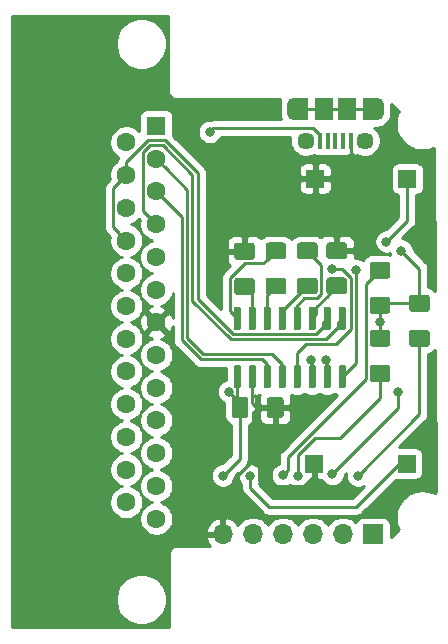
<source format=gbr>
G04 #@! TF.GenerationSoftware,KiCad,Pcbnew,(5.1.4-0-10_14)*
G04 #@! TF.CreationDate,2020-06-27T12:48:12+01:00*
G04 #@! TF.ProjectId,Informer207,496e666f-726d-4657-9232-30372e6b6963,rev?*
G04 #@! TF.SameCoordinates,Original*
G04 #@! TF.FileFunction,Copper,L2,Bot*
G04 #@! TF.FilePolarity,Positive*
%FSLAX46Y46*%
G04 Gerber Fmt 4.6, Leading zero omitted, Abs format (unit mm)*
G04 Created by KiCad (PCBNEW (5.1.4-0-10_14)) date 2020-06-27 12:48:12*
%MOMM*%
%LPD*%
G04 APERTURE LIST*
%ADD10C,1.600000*%
%ADD11R,1.600000X1.600000*%
%ADD12C,0.100000*%
%ADD13C,1.425000*%
%ADD14R,1.700000X1.700000*%
%ADD15O,1.700000X1.700000*%
%ADD16R,1.500000X1.900000*%
%ADD17C,1.450000*%
%ADD18R,0.400000X1.350000*%
%ADD19O,1.200000X1.900000*%
%ADD20R,1.200000X1.900000*%
%ADD21C,0.600000*%
%ADD22R,1.500000X1.500000*%
%ADD23C,0.800000*%
%ADD24C,0.250000*%
%ADD25C,0.254000*%
G04 APERTURE END LIST*
D10*
X144475200Y-120615300D03*
X144475200Y-117845300D03*
X144475200Y-115075300D03*
X144475200Y-112305300D03*
X144475200Y-109535300D03*
X144475200Y-106765300D03*
X144475200Y-103995300D03*
X144475200Y-101225300D03*
X144475200Y-98455300D03*
X144475200Y-95685300D03*
X144475200Y-92915300D03*
X144475200Y-90145300D03*
X147015200Y-122000300D03*
X147015200Y-119230300D03*
X147015200Y-116460300D03*
X147015200Y-113690300D03*
X147015200Y-110920300D03*
X147015200Y-108150300D03*
X147015200Y-105380300D03*
X147015200Y-102610300D03*
X147015200Y-99840300D03*
X147015200Y-97070300D03*
X147015200Y-94300300D03*
X147015200Y-91530300D03*
D11*
X147015200Y-88760300D03*
D12*
G36*
X154588804Y-111724404D02*
G01*
X154613073Y-111728004D01*
X154636871Y-111733965D01*
X154659971Y-111742230D01*
X154682149Y-111752720D01*
X154703193Y-111765333D01*
X154722898Y-111779947D01*
X154741077Y-111796423D01*
X154757553Y-111814602D01*
X154772167Y-111834307D01*
X154784780Y-111855351D01*
X154795270Y-111877529D01*
X154803535Y-111900629D01*
X154809496Y-111924427D01*
X154813096Y-111948696D01*
X154814300Y-111973200D01*
X154814300Y-113223200D01*
X154813096Y-113247704D01*
X154809496Y-113271973D01*
X154803535Y-113295771D01*
X154795270Y-113318871D01*
X154784780Y-113341049D01*
X154772167Y-113362093D01*
X154757553Y-113381798D01*
X154741077Y-113399977D01*
X154722898Y-113416453D01*
X154703193Y-113431067D01*
X154682149Y-113443680D01*
X154659971Y-113454170D01*
X154636871Y-113462435D01*
X154613073Y-113468396D01*
X154588804Y-113471996D01*
X154564300Y-113473200D01*
X153639300Y-113473200D01*
X153614796Y-113471996D01*
X153590527Y-113468396D01*
X153566729Y-113462435D01*
X153543629Y-113454170D01*
X153521451Y-113443680D01*
X153500407Y-113431067D01*
X153480702Y-113416453D01*
X153462523Y-113399977D01*
X153446047Y-113381798D01*
X153431433Y-113362093D01*
X153418820Y-113341049D01*
X153408330Y-113318871D01*
X153400065Y-113295771D01*
X153394104Y-113271973D01*
X153390504Y-113247704D01*
X153389300Y-113223200D01*
X153389300Y-111973200D01*
X153390504Y-111948696D01*
X153394104Y-111924427D01*
X153400065Y-111900629D01*
X153408330Y-111877529D01*
X153418820Y-111855351D01*
X153431433Y-111834307D01*
X153446047Y-111814602D01*
X153462523Y-111796423D01*
X153480702Y-111779947D01*
X153500407Y-111765333D01*
X153521451Y-111752720D01*
X153543629Y-111742230D01*
X153566729Y-111733965D01*
X153590527Y-111728004D01*
X153614796Y-111724404D01*
X153639300Y-111723200D01*
X154564300Y-111723200D01*
X154588804Y-111724404D01*
X154588804Y-111724404D01*
G37*
D13*
X154101800Y-112598200D03*
D12*
G36*
X157563804Y-111724404D02*
G01*
X157588073Y-111728004D01*
X157611871Y-111733965D01*
X157634971Y-111742230D01*
X157657149Y-111752720D01*
X157678193Y-111765333D01*
X157697898Y-111779947D01*
X157716077Y-111796423D01*
X157732553Y-111814602D01*
X157747167Y-111834307D01*
X157759780Y-111855351D01*
X157770270Y-111877529D01*
X157778535Y-111900629D01*
X157784496Y-111924427D01*
X157788096Y-111948696D01*
X157789300Y-111973200D01*
X157789300Y-113223200D01*
X157788096Y-113247704D01*
X157784496Y-113271973D01*
X157778535Y-113295771D01*
X157770270Y-113318871D01*
X157759780Y-113341049D01*
X157747167Y-113362093D01*
X157732553Y-113381798D01*
X157716077Y-113399977D01*
X157697898Y-113416453D01*
X157678193Y-113431067D01*
X157657149Y-113443680D01*
X157634971Y-113454170D01*
X157611871Y-113462435D01*
X157588073Y-113468396D01*
X157563804Y-113471996D01*
X157539300Y-113473200D01*
X156614300Y-113473200D01*
X156589796Y-113471996D01*
X156565527Y-113468396D01*
X156541729Y-113462435D01*
X156518629Y-113454170D01*
X156496451Y-113443680D01*
X156475407Y-113431067D01*
X156455702Y-113416453D01*
X156437523Y-113399977D01*
X156421047Y-113381798D01*
X156406433Y-113362093D01*
X156393820Y-113341049D01*
X156383330Y-113318871D01*
X156375065Y-113295771D01*
X156369104Y-113271973D01*
X156365504Y-113247704D01*
X156364300Y-113223200D01*
X156364300Y-111973200D01*
X156365504Y-111948696D01*
X156369104Y-111924427D01*
X156375065Y-111900629D01*
X156383330Y-111877529D01*
X156393820Y-111855351D01*
X156406433Y-111834307D01*
X156421047Y-111814602D01*
X156437523Y-111796423D01*
X156455702Y-111779947D01*
X156475407Y-111765333D01*
X156496451Y-111752720D01*
X156518629Y-111742230D01*
X156541729Y-111733965D01*
X156565527Y-111728004D01*
X156589796Y-111724404D01*
X156614300Y-111723200D01*
X157539300Y-111723200D01*
X157563804Y-111724404D01*
X157563804Y-111724404D01*
G37*
D13*
X157076800Y-112598200D03*
D12*
G36*
X157786604Y-98624904D02*
G01*
X157810873Y-98628504D01*
X157834671Y-98634465D01*
X157857771Y-98642730D01*
X157879949Y-98653220D01*
X157900993Y-98665833D01*
X157920698Y-98680447D01*
X157938877Y-98696923D01*
X157955353Y-98715102D01*
X157969967Y-98734807D01*
X157982580Y-98755851D01*
X157993070Y-98778029D01*
X158001335Y-98801129D01*
X158007296Y-98824927D01*
X158010896Y-98849196D01*
X158012100Y-98873700D01*
X158012100Y-99798700D01*
X158010896Y-99823204D01*
X158007296Y-99847473D01*
X158001335Y-99871271D01*
X157993070Y-99894371D01*
X157982580Y-99916549D01*
X157969967Y-99937593D01*
X157955353Y-99957298D01*
X157938877Y-99975477D01*
X157920698Y-99991953D01*
X157900993Y-100006567D01*
X157879949Y-100019180D01*
X157857771Y-100029670D01*
X157834671Y-100037935D01*
X157810873Y-100043896D01*
X157786604Y-100047496D01*
X157762100Y-100048700D01*
X156512100Y-100048700D01*
X156487596Y-100047496D01*
X156463327Y-100043896D01*
X156439529Y-100037935D01*
X156416429Y-100029670D01*
X156394251Y-100019180D01*
X156373207Y-100006567D01*
X156353502Y-99991953D01*
X156335323Y-99975477D01*
X156318847Y-99957298D01*
X156304233Y-99937593D01*
X156291620Y-99916549D01*
X156281130Y-99894371D01*
X156272865Y-99871271D01*
X156266904Y-99847473D01*
X156263304Y-99823204D01*
X156262100Y-99798700D01*
X156262100Y-98873700D01*
X156263304Y-98849196D01*
X156266904Y-98824927D01*
X156272865Y-98801129D01*
X156281130Y-98778029D01*
X156291620Y-98755851D01*
X156304233Y-98734807D01*
X156318847Y-98715102D01*
X156335323Y-98696923D01*
X156353502Y-98680447D01*
X156373207Y-98665833D01*
X156394251Y-98653220D01*
X156416429Y-98642730D01*
X156439529Y-98634465D01*
X156463327Y-98628504D01*
X156487596Y-98624904D01*
X156512100Y-98623700D01*
X157762100Y-98623700D01*
X157786604Y-98624904D01*
X157786604Y-98624904D01*
G37*
D13*
X157137100Y-99336200D03*
D12*
G36*
X157786604Y-101599904D02*
G01*
X157810873Y-101603504D01*
X157834671Y-101609465D01*
X157857771Y-101617730D01*
X157879949Y-101628220D01*
X157900993Y-101640833D01*
X157920698Y-101655447D01*
X157938877Y-101671923D01*
X157955353Y-101690102D01*
X157969967Y-101709807D01*
X157982580Y-101730851D01*
X157993070Y-101753029D01*
X158001335Y-101776129D01*
X158007296Y-101799927D01*
X158010896Y-101824196D01*
X158012100Y-101848700D01*
X158012100Y-102773700D01*
X158010896Y-102798204D01*
X158007296Y-102822473D01*
X158001335Y-102846271D01*
X157993070Y-102869371D01*
X157982580Y-102891549D01*
X157969967Y-102912593D01*
X157955353Y-102932298D01*
X157938877Y-102950477D01*
X157920698Y-102966953D01*
X157900993Y-102981567D01*
X157879949Y-102994180D01*
X157857771Y-103004670D01*
X157834671Y-103012935D01*
X157810873Y-103018896D01*
X157786604Y-103022496D01*
X157762100Y-103023700D01*
X156512100Y-103023700D01*
X156487596Y-103022496D01*
X156463327Y-103018896D01*
X156439529Y-103012935D01*
X156416429Y-103004670D01*
X156394251Y-102994180D01*
X156373207Y-102981567D01*
X156353502Y-102966953D01*
X156335323Y-102950477D01*
X156318847Y-102932298D01*
X156304233Y-102912593D01*
X156291620Y-102891549D01*
X156281130Y-102869371D01*
X156272865Y-102846271D01*
X156266904Y-102822473D01*
X156263304Y-102798204D01*
X156262100Y-102773700D01*
X156262100Y-101848700D01*
X156263304Y-101824196D01*
X156266904Y-101799927D01*
X156272865Y-101776129D01*
X156281130Y-101753029D01*
X156291620Y-101730851D01*
X156304233Y-101709807D01*
X156318847Y-101690102D01*
X156335323Y-101671923D01*
X156353502Y-101655447D01*
X156373207Y-101640833D01*
X156394251Y-101628220D01*
X156416429Y-101617730D01*
X156439529Y-101609465D01*
X156463327Y-101603504D01*
X156487596Y-101599904D01*
X156512100Y-101598700D01*
X157762100Y-101598700D01*
X157786604Y-101599904D01*
X157786604Y-101599904D01*
G37*
D13*
X157137100Y-102311200D03*
D12*
G36*
X160440904Y-98624904D02*
G01*
X160465173Y-98628504D01*
X160488971Y-98634465D01*
X160512071Y-98642730D01*
X160534249Y-98653220D01*
X160555293Y-98665833D01*
X160574998Y-98680447D01*
X160593177Y-98696923D01*
X160609653Y-98715102D01*
X160624267Y-98734807D01*
X160636880Y-98755851D01*
X160647370Y-98778029D01*
X160655635Y-98801129D01*
X160661596Y-98824927D01*
X160665196Y-98849196D01*
X160666400Y-98873700D01*
X160666400Y-99798700D01*
X160665196Y-99823204D01*
X160661596Y-99847473D01*
X160655635Y-99871271D01*
X160647370Y-99894371D01*
X160636880Y-99916549D01*
X160624267Y-99937593D01*
X160609653Y-99957298D01*
X160593177Y-99975477D01*
X160574998Y-99991953D01*
X160555293Y-100006567D01*
X160534249Y-100019180D01*
X160512071Y-100029670D01*
X160488971Y-100037935D01*
X160465173Y-100043896D01*
X160440904Y-100047496D01*
X160416400Y-100048700D01*
X159166400Y-100048700D01*
X159141896Y-100047496D01*
X159117627Y-100043896D01*
X159093829Y-100037935D01*
X159070729Y-100029670D01*
X159048551Y-100019180D01*
X159027507Y-100006567D01*
X159007802Y-99991953D01*
X158989623Y-99975477D01*
X158973147Y-99957298D01*
X158958533Y-99937593D01*
X158945920Y-99916549D01*
X158935430Y-99894371D01*
X158927165Y-99871271D01*
X158921204Y-99847473D01*
X158917604Y-99823204D01*
X158916400Y-99798700D01*
X158916400Y-98873700D01*
X158917604Y-98849196D01*
X158921204Y-98824927D01*
X158927165Y-98801129D01*
X158935430Y-98778029D01*
X158945920Y-98755851D01*
X158958533Y-98734807D01*
X158973147Y-98715102D01*
X158989623Y-98696923D01*
X159007802Y-98680447D01*
X159027507Y-98665833D01*
X159048551Y-98653220D01*
X159070729Y-98642730D01*
X159093829Y-98634465D01*
X159117627Y-98628504D01*
X159141896Y-98624904D01*
X159166400Y-98623700D01*
X160416400Y-98623700D01*
X160440904Y-98624904D01*
X160440904Y-98624904D01*
G37*
D13*
X159791400Y-99336200D03*
D12*
G36*
X160440904Y-101599904D02*
G01*
X160465173Y-101603504D01*
X160488971Y-101609465D01*
X160512071Y-101617730D01*
X160534249Y-101628220D01*
X160555293Y-101640833D01*
X160574998Y-101655447D01*
X160593177Y-101671923D01*
X160609653Y-101690102D01*
X160624267Y-101709807D01*
X160636880Y-101730851D01*
X160647370Y-101753029D01*
X160655635Y-101776129D01*
X160661596Y-101799927D01*
X160665196Y-101824196D01*
X160666400Y-101848700D01*
X160666400Y-102773700D01*
X160665196Y-102798204D01*
X160661596Y-102822473D01*
X160655635Y-102846271D01*
X160647370Y-102869371D01*
X160636880Y-102891549D01*
X160624267Y-102912593D01*
X160609653Y-102932298D01*
X160593177Y-102950477D01*
X160574998Y-102966953D01*
X160555293Y-102981567D01*
X160534249Y-102994180D01*
X160512071Y-103004670D01*
X160488971Y-103012935D01*
X160465173Y-103018896D01*
X160440904Y-103022496D01*
X160416400Y-103023700D01*
X159166400Y-103023700D01*
X159141896Y-103022496D01*
X159117627Y-103018896D01*
X159093829Y-103012935D01*
X159070729Y-103004670D01*
X159048551Y-102994180D01*
X159027507Y-102981567D01*
X159007802Y-102966953D01*
X158989623Y-102950477D01*
X158973147Y-102932298D01*
X158958533Y-102912593D01*
X158945920Y-102891549D01*
X158935430Y-102869371D01*
X158927165Y-102846271D01*
X158921204Y-102822473D01*
X158917604Y-102798204D01*
X158916400Y-102773700D01*
X158916400Y-101848700D01*
X158917604Y-101824196D01*
X158921204Y-101799927D01*
X158927165Y-101776129D01*
X158935430Y-101753029D01*
X158945920Y-101730851D01*
X158958533Y-101709807D01*
X158973147Y-101690102D01*
X158989623Y-101671923D01*
X159007802Y-101655447D01*
X159027507Y-101640833D01*
X159048551Y-101628220D01*
X159070729Y-101617730D01*
X159093829Y-101609465D01*
X159117627Y-101603504D01*
X159141896Y-101599904D01*
X159166400Y-101598700D01*
X160416400Y-101598700D01*
X160440904Y-101599904D01*
X160440904Y-101599904D01*
G37*
D13*
X159791400Y-102311200D03*
D12*
G36*
X155119604Y-101628504D02*
G01*
X155143873Y-101632104D01*
X155167671Y-101638065D01*
X155190771Y-101646330D01*
X155212949Y-101656820D01*
X155233993Y-101669433D01*
X155253698Y-101684047D01*
X155271877Y-101700523D01*
X155288353Y-101718702D01*
X155302967Y-101738407D01*
X155315580Y-101759451D01*
X155326070Y-101781629D01*
X155334335Y-101804729D01*
X155340296Y-101828527D01*
X155343896Y-101852796D01*
X155345100Y-101877300D01*
X155345100Y-102802300D01*
X155343896Y-102826804D01*
X155340296Y-102851073D01*
X155334335Y-102874871D01*
X155326070Y-102897971D01*
X155315580Y-102920149D01*
X155302967Y-102941193D01*
X155288353Y-102960898D01*
X155271877Y-102979077D01*
X155253698Y-102995553D01*
X155233993Y-103010167D01*
X155212949Y-103022780D01*
X155190771Y-103033270D01*
X155167671Y-103041535D01*
X155143873Y-103047496D01*
X155119604Y-103051096D01*
X155095100Y-103052300D01*
X153845100Y-103052300D01*
X153820596Y-103051096D01*
X153796327Y-103047496D01*
X153772529Y-103041535D01*
X153749429Y-103033270D01*
X153727251Y-103022780D01*
X153706207Y-103010167D01*
X153686502Y-102995553D01*
X153668323Y-102979077D01*
X153651847Y-102960898D01*
X153637233Y-102941193D01*
X153624620Y-102920149D01*
X153614130Y-102897971D01*
X153605865Y-102874871D01*
X153599904Y-102851073D01*
X153596304Y-102826804D01*
X153595100Y-102802300D01*
X153595100Y-101877300D01*
X153596304Y-101852796D01*
X153599904Y-101828527D01*
X153605865Y-101804729D01*
X153614130Y-101781629D01*
X153624620Y-101759451D01*
X153637233Y-101738407D01*
X153651847Y-101718702D01*
X153668323Y-101700523D01*
X153686502Y-101684047D01*
X153706207Y-101669433D01*
X153727251Y-101656820D01*
X153749429Y-101646330D01*
X153772529Y-101638065D01*
X153796327Y-101632104D01*
X153820596Y-101628504D01*
X153845100Y-101627300D01*
X155095100Y-101627300D01*
X155119604Y-101628504D01*
X155119604Y-101628504D01*
G37*
D13*
X154470100Y-102339800D03*
D12*
G36*
X155119604Y-98653504D02*
G01*
X155143873Y-98657104D01*
X155167671Y-98663065D01*
X155190771Y-98671330D01*
X155212949Y-98681820D01*
X155233993Y-98694433D01*
X155253698Y-98709047D01*
X155271877Y-98725523D01*
X155288353Y-98743702D01*
X155302967Y-98763407D01*
X155315580Y-98784451D01*
X155326070Y-98806629D01*
X155334335Y-98829729D01*
X155340296Y-98853527D01*
X155343896Y-98877796D01*
X155345100Y-98902300D01*
X155345100Y-99827300D01*
X155343896Y-99851804D01*
X155340296Y-99876073D01*
X155334335Y-99899871D01*
X155326070Y-99922971D01*
X155315580Y-99945149D01*
X155302967Y-99966193D01*
X155288353Y-99985898D01*
X155271877Y-100004077D01*
X155253698Y-100020553D01*
X155233993Y-100035167D01*
X155212949Y-100047780D01*
X155190771Y-100058270D01*
X155167671Y-100066535D01*
X155143873Y-100072496D01*
X155119604Y-100076096D01*
X155095100Y-100077300D01*
X153845100Y-100077300D01*
X153820596Y-100076096D01*
X153796327Y-100072496D01*
X153772529Y-100066535D01*
X153749429Y-100058270D01*
X153727251Y-100047780D01*
X153706207Y-100035167D01*
X153686502Y-100020553D01*
X153668323Y-100004077D01*
X153651847Y-99985898D01*
X153637233Y-99966193D01*
X153624620Y-99945149D01*
X153614130Y-99922971D01*
X153605865Y-99899871D01*
X153599904Y-99876073D01*
X153596304Y-99851804D01*
X153595100Y-99827300D01*
X153595100Y-98902300D01*
X153596304Y-98877796D01*
X153599904Y-98853527D01*
X153605865Y-98829729D01*
X153614130Y-98806629D01*
X153624620Y-98784451D01*
X153637233Y-98763407D01*
X153651847Y-98743702D01*
X153668323Y-98725523D01*
X153686502Y-98709047D01*
X153706207Y-98694433D01*
X153727251Y-98681820D01*
X153749429Y-98671330D01*
X153772529Y-98663065D01*
X153796327Y-98657104D01*
X153820596Y-98653504D01*
X153845100Y-98652300D01*
X155095100Y-98652300D01*
X155119604Y-98653504D01*
X155119604Y-98653504D01*
G37*
D13*
X154470100Y-99364800D03*
D12*
G36*
X162942804Y-98612204D02*
G01*
X162967073Y-98615804D01*
X162990871Y-98621765D01*
X163013971Y-98630030D01*
X163036149Y-98640520D01*
X163057193Y-98653133D01*
X163076898Y-98667747D01*
X163095077Y-98684223D01*
X163111553Y-98702402D01*
X163126167Y-98722107D01*
X163138780Y-98743151D01*
X163149270Y-98765329D01*
X163157535Y-98788429D01*
X163163496Y-98812227D01*
X163167096Y-98836496D01*
X163168300Y-98861000D01*
X163168300Y-99786000D01*
X163167096Y-99810504D01*
X163163496Y-99834773D01*
X163157535Y-99858571D01*
X163149270Y-99881671D01*
X163138780Y-99903849D01*
X163126167Y-99924893D01*
X163111553Y-99944598D01*
X163095077Y-99962777D01*
X163076898Y-99979253D01*
X163057193Y-99993867D01*
X163036149Y-100006480D01*
X163013971Y-100016970D01*
X162990871Y-100025235D01*
X162967073Y-100031196D01*
X162942804Y-100034796D01*
X162918300Y-100036000D01*
X161668300Y-100036000D01*
X161643796Y-100034796D01*
X161619527Y-100031196D01*
X161595729Y-100025235D01*
X161572629Y-100016970D01*
X161550451Y-100006480D01*
X161529407Y-99993867D01*
X161509702Y-99979253D01*
X161491523Y-99962777D01*
X161475047Y-99944598D01*
X161460433Y-99924893D01*
X161447820Y-99903849D01*
X161437330Y-99881671D01*
X161429065Y-99858571D01*
X161423104Y-99834773D01*
X161419504Y-99810504D01*
X161418300Y-99786000D01*
X161418300Y-98861000D01*
X161419504Y-98836496D01*
X161423104Y-98812227D01*
X161429065Y-98788429D01*
X161437330Y-98765329D01*
X161447820Y-98743151D01*
X161460433Y-98722107D01*
X161475047Y-98702402D01*
X161491523Y-98684223D01*
X161509702Y-98667747D01*
X161529407Y-98653133D01*
X161550451Y-98640520D01*
X161572629Y-98630030D01*
X161595729Y-98621765D01*
X161619527Y-98615804D01*
X161643796Y-98612204D01*
X161668300Y-98611000D01*
X162918300Y-98611000D01*
X162942804Y-98612204D01*
X162942804Y-98612204D01*
G37*
D13*
X162293300Y-99323500D03*
D12*
G36*
X162942804Y-101587204D02*
G01*
X162967073Y-101590804D01*
X162990871Y-101596765D01*
X163013971Y-101605030D01*
X163036149Y-101615520D01*
X163057193Y-101628133D01*
X163076898Y-101642747D01*
X163095077Y-101659223D01*
X163111553Y-101677402D01*
X163126167Y-101697107D01*
X163138780Y-101718151D01*
X163149270Y-101740329D01*
X163157535Y-101763429D01*
X163163496Y-101787227D01*
X163167096Y-101811496D01*
X163168300Y-101836000D01*
X163168300Y-102761000D01*
X163167096Y-102785504D01*
X163163496Y-102809773D01*
X163157535Y-102833571D01*
X163149270Y-102856671D01*
X163138780Y-102878849D01*
X163126167Y-102899893D01*
X163111553Y-102919598D01*
X163095077Y-102937777D01*
X163076898Y-102954253D01*
X163057193Y-102968867D01*
X163036149Y-102981480D01*
X163013971Y-102991970D01*
X162990871Y-103000235D01*
X162967073Y-103006196D01*
X162942804Y-103009796D01*
X162918300Y-103011000D01*
X161668300Y-103011000D01*
X161643796Y-103009796D01*
X161619527Y-103006196D01*
X161595729Y-103000235D01*
X161572629Y-102991970D01*
X161550451Y-102981480D01*
X161529407Y-102968867D01*
X161509702Y-102954253D01*
X161491523Y-102937777D01*
X161475047Y-102919598D01*
X161460433Y-102899893D01*
X161447820Y-102878849D01*
X161437330Y-102856671D01*
X161429065Y-102833571D01*
X161423104Y-102809773D01*
X161419504Y-102785504D01*
X161418300Y-102761000D01*
X161418300Y-101836000D01*
X161419504Y-101811496D01*
X161423104Y-101787227D01*
X161429065Y-101763429D01*
X161437330Y-101740329D01*
X161447820Y-101718151D01*
X161460433Y-101697107D01*
X161475047Y-101677402D01*
X161491523Y-101659223D01*
X161509702Y-101642747D01*
X161529407Y-101628133D01*
X161550451Y-101615520D01*
X161572629Y-101605030D01*
X161595729Y-101596765D01*
X161619527Y-101590804D01*
X161643796Y-101587204D01*
X161668300Y-101586000D01*
X162918300Y-101586000D01*
X162942804Y-101587204D01*
X162942804Y-101587204D01*
G37*
D13*
X162293300Y-102298500D03*
D12*
G36*
X166587704Y-106016304D02*
G01*
X166611973Y-106019904D01*
X166635771Y-106025865D01*
X166658871Y-106034130D01*
X166681049Y-106044620D01*
X166702093Y-106057233D01*
X166721798Y-106071847D01*
X166739977Y-106088323D01*
X166756453Y-106106502D01*
X166771067Y-106126207D01*
X166783680Y-106147251D01*
X166794170Y-106169429D01*
X166802435Y-106192529D01*
X166808396Y-106216327D01*
X166811996Y-106240596D01*
X166813200Y-106265100D01*
X166813200Y-107190100D01*
X166811996Y-107214604D01*
X166808396Y-107238873D01*
X166802435Y-107262671D01*
X166794170Y-107285771D01*
X166783680Y-107307949D01*
X166771067Y-107328993D01*
X166756453Y-107348698D01*
X166739977Y-107366877D01*
X166721798Y-107383353D01*
X166702093Y-107397967D01*
X166681049Y-107410580D01*
X166658871Y-107421070D01*
X166635771Y-107429335D01*
X166611973Y-107435296D01*
X166587704Y-107438896D01*
X166563200Y-107440100D01*
X165313200Y-107440100D01*
X165288696Y-107438896D01*
X165264427Y-107435296D01*
X165240629Y-107429335D01*
X165217529Y-107421070D01*
X165195351Y-107410580D01*
X165174307Y-107397967D01*
X165154602Y-107383353D01*
X165136423Y-107366877D01*
X165119947Y-107348698D01*
X165105333Y-107328993D01*
X165092720Y-107307949D01*
X165082230Y-107285771D01*
X165073965Y-107262671D01*
X165068004Y-107238873D01*
X165064404Y-107214604D01*
X165063200Y-107190100D01*
X165063200Y-106265100D01*
X165064404Y-106240596D01*
X165068004Y-106216327D01*
X165073965Y-106192529D01*
X165082230Y-106169429D01*
X165092720Y-106147251D01*
X165105333Y-106126207D01*
X165119947Y-106106502D01*
X165136423Y-106088323D01*
X165154602Y-106071847D01*
X165174307Y-106057233D01*
X165195351Y-106044620D01*
X165217529Y-106034130D01*
X165240629Y-106025865D01*
X165264427Y-106019904D01*
X165288696Y-106016304D01*
X165313200Y-106015100D01*
X166563200Y-106015100D01*
X166587704Y-106016304D01*
X166587704Y-106016304D01*
G37*
D13*
X165938200Y-106727600D03*
D12*
G36*
X166587704Y-108991304D02*
G01*
X166611973Y-108994904D01*
X166635771Y-109000865D01*
X166658871Y-109009130D01*
X166681049Y-109019620D01*
X166702093Y-109032233D01*
X166721798Y-109046847D01*
X166739977Y-109063323D01*
X166756453Y-109081502D01*
X166771067Y-109101207D01*
X166783680Y-109122251D01*
X166794170Y-109144429D01*
X166802435Y-109167529D01*
X166808396Y-109191327D01*
X166811996Y-109215596D01*
X166813200Y-109240100D01*
X166813200Y-110165100D01*
X166811996Y-110189604D01*
X166808396Y-110213873D01*
X166802435Y-110237671D01*
X166794170Y-110260771D01*
X166783680Y-110282949D01*
X166771067Y-110303993D01*
X166756453Y-110323698D01*
X166739977Y-110341877D01*
X166721798Y-110358353D01*
X166702093Y-110372967D01*
X166681049Y-110385580D01*
X166658871Y-110396070D01*
X166635771Y-110404335D01*
X166611973Y-110410296D01*
X166587704Y-110413896D01*
X166563200Y-110415100D01*
X165313200Y-110415100D01*
X165288696Y-110413896D01*
X165264427Y-110410296D01*
X165240629Y-110404335D01*
X165217529Y-110396070D01*
X165195351Y-110385580D01*
X165174307Y-110372967D01*
X165154602Y-110358353D01*
X165136423Y-110341877D01*
X165119947Y-110323698D01*
X165105333Y-110303993D01*
X165092720Y-110282949D01*
X165082230Y-110260771D01*
X165073965Y-110237671D01*
X165068004Y-110213873D01*
X165064404Y-110189604D01*
X165063200Y-110165100D01*
X165063200Y-109240100D01*
X165064404Y-109215596D01*
X165068004Y-109191327D01*
X165073965Y-109167529D01*
X165082230Y-109144429D01*
X165092720Y-109122251D01*
X165105333Y-109101207D01*
X165119947Y-109081502D01*
X165136423Y-109063323D01*
X165154602Y-109046847D01*
X165174307Y-109032233D01*
X165195351Y-109019620D01*
X165217529Y-109009130D01*
X165240629Y-109000865D01*
X165264427Y-108994904D01*
X165288696Y-108991304D01*
X165313200Y-108990100D01*
X166563200Y-108990100D01*
X166587704Y-108991304D01*
X166587704Y-108991304D01*
G37*
D13*
X165938200Y-109702600D03*
D12*
G36*
X166587704Y-100250504D02*
G01*
X166611973Y-100254104D01*
X166635771Y-100260065D01*
X166658871Y-100268330D01*
X166681049Y-100278820D01*
X166702093Y-100291433D01*
X166721798Y-100306047D01*
X166739977Y-100322523D01*
X166756453Y-100340702D01*
X166771067Y-100360407D01*
X166783680Y-100381451D01*
X166794170Y-100403629D01*
X166802435Y-100426729D01*
X166808396Y-100450527D01*
X166811996Y-100474796D01*
X166813200Y-100499300D01*
X166813200Y-101424300D01*
X166811996Y-101448804D01*
X166808396Y-101473073D01*
X166802435Y-101496871D01*
X166794170Y-101519971D01*
X166783680Y-101542149D01*
X166771067Y-101563193D01*
X166756453Y-101582898D01*
X166739977Y-101601077D01*
X166721798Y-101617553D01*
X166702093Y-101632167D01*
X166681049Y-101644780D01*
X166658871Y-101655270D01*
X166635771Y-101663535D01*
X166611973Y-101669496D01*
X166587704Y-101673096D01*
X166563200Y-101674300D01*
X165313200Y-101674300D01*
X165288696Y-101673096D01*
X165264427Y-101669496D01*
X165240629Y-101663535D01*
X165217529Y-101655270D01*
X165195351Y-101644780D01*
X165174307Y-101632167D01*
X165154602Y-101617553D01*
X165136423Y-101601077D01*
X165119947Y-101582898D01*
X165105333Y-101563193D01*
X165092720Y-101542149D01*
X165082230Y-101519971D01*
X165073965Y-101496871D01*
X165068004Y-101473073D01*
X165064404Y-101448804D01*
X165063200Y-101424300D01*
X165063200Y-100499300D01*
X165064404Y-100474796D01*
X165068004Y-100450527D01*
X165073965Y-100426729D01*
X165082230Y-100403629D01*
X165092720Y-100381451D01*
X165105333Y-100360407D01*
X165119947Y-100340702D01*
X165136423Y-100322523D01*
X165154602Y-100306047D01*
X165174307Y-100291433D01*
X165195351Y-100278820D01*
X165217529Y-100268330D01*
X165240629Y-100260065D01*
X165264427Y-100254104D01*
X165288696Y-100250504D01*
X165313200Y-100249300D01*
X166563200Y-100249300D01*
X166587704Y-100250504D01*
X166587704Y-100250504D01*
G37*
D13*
X165938200Y-100961800D03*
D12*
G36*
X166587704Y-103225504D02*
G01*
X166611973Y-103229104D01*
X166635771Y-103235065D01*
X166658871Y-103243330D01*
X166681049Y-103253820D01*
X166702093Y-103266433D01*
X166721798Y-103281047D01*
X166739977Y-103297523D01*
X166756453Y-103315702D01*
X166771067Y-103335407D01*
X166783680Y-103356451D01*
X166794170Y-103378629D01*
X166802435Y-103401729D01*
X166808396Y-103425527D01*
X166811996Y-103449796D01*
X166813200Y-103474300D01*
X166813200Y-104399300D01*
X166811996Y-104423804D01*
X166808396Y-104448073D01*
X166802435Y-104471871D01*
X166794170Y-104494971D01*
X166783680Y-104517149D01*
X166771067Y-104538193D01*
X166756453Y-104557898D01*
X166739977Y-104576077D01*
X166721798Y-104592553D01*
X166702093Y-104607167D01*
X166681049Y-104619780D01*
X166658871Y-104630270D01*
X166635771Y-104638535D01*
X166611973Y-104644496D01*
X166587704Y-104648096D01*
X166563200Y-104649300D01*
X165313200Y-104649300D01*
X165288696Y-104648096D01*
X165264427Y-104644496D01*
X165240629Y-104638535D01*
X165217529Y-104630270D01*
X165195351Y-104619780D01*
X165174307Y-104607167D01*
X165154602Y-104592553D01*
X165136423Y-104576077D01*
X165119947Y-104557898D01*
X165105333Y-104538193D01*
X165092720Y-104517149D01*
X165082230Y-104494971D01*
X165073965Y-104471871D01*
X165068004Y-104448073D01*
X165064404Y-104423804D01*
X165063200Y-104399300D01*
X165063200Y-103474300D01*
X165064404Y-103449796D01*
X165068004Y-103425527D01*
X165073965Y-103401729D01*
X165082230Y-103378629D01*
X165092720Y-103356451D01*
X165105333Y-103335407D01*
X165119947Y-103315702D01*
X165136423Y-103297523D01*
X165154602Y-103281047D01*
X165174307Y-103266433D01*
X165195351Y-103253820D01*
X165217529Y-103243330D01*
X165240629Y-103235065D01*
X165264427Y-103229104D01*
X165288696Y-103225504D01*
X165313200Y-103224300D01*
X166563200Y-103224300D01*
X166587704Y-103225504D01*
X166587704Y-103225504D01*
G37*
D13*
X165938200Y-103936800D03*
D12*
G36*
X169940504Y-106022704D02*
G01*
X169964773Y-106026304D01*
X169988571Y-106032265D01*
X170011671Y-106040530D01*
X170033849Y-106051020D01*
X170054893Y-106063633D01*
X170074598Y-106078247D01*
X170092777Y-106094723D01*
X170109253Y-106112902D01*
X170123867Y-106132607D01*
X170136480Y-106153651D01*
X170146970Y-106175829D01*
X170155235Y-106198929D01*
X170161196Y-106222727D01*
X170164796Y-106246996D01*
X170166000Y-106271500D01*
X170166000Y-107196500D01*
X170164796Y-107221004D01*
X170161196Y-107245273D01*
X170155235Y-107269071D01*
X170146970Y-107292171D01*
X170136480Y-107314349D01*
X170123867Y-107335393D01*
X170109253Y-107355098D01*
X170092777Y-107373277D01*
X170074598Y-107389753D01*
X170054893Y-107404367D01*
X170033849Y-107416980D01*
X170011671Y-107427470D01*
X169988571Y-107435735D01*
X169964773Y-107441696D01*
X169940504Y-107445296D01*
X169916000Y-107446500D01*
X168666000Y-107446500D01*
X168641496Y-107445296D01*
X168617227Y-107441696D01*
X168593429Y-107435735D01*
X168570329Y-107427470D01*
X168548151Y-107416980D01*
X168527107Y-107404367D01*
X168507402Y-107389753D01*
X168489223Y-107373277D01*
X168472747Y-107355098D01*
X168458133Y-107335393D01*
X168445520Y-107314349D01*
X168435030Y-107292171D01*
X168426765Y-107269071D01*
X168420804Y-107245273D01*
X168417204Y-107221004D01*
X168416000Y-107196500D01*
X168416000Y-106271500D01*
X168417204Y-106246996D01*
X168420804Y-106222727D01*
X168426765Y-106198929D01*
X168435030Y-106175829D01*
X168445520Y-106153651D01*
X168458133Y-106132607D01*
X168472747Y-106112902D01*
X168489223Y-106094723D01*
X168507402Y-106078247D01*
X168527107Y-106063633D01*
X168548151Y-106051020D01*
X168570329Y-106040530D01*
X168593429Y-106032265D01*
X168617227Y-106026304D01*
X168641496Y-106022704D01*
X168666000Y-106021500D01*
X169916000Y-106021500D01*
X169940504Y-106022704D01*
X169940504Y-106022704D01*
G37*
D13*
X169291000Y-106734000D03*
D12*
G36*
X169940504Y-103047704D02*
G01*
X169964773Y-103051304D01*
X169988571Y-103057265D01*
X170011671Y-103065530D01*
X170033849Y-103076020D01*
X170054893Y-103088633D01*
X170074598Y-103103247D01*
X170092777Y-103119723D01*
X170109253Y-103137902D01*
X170123867Y-103157607D01*
X170136480Y-103178651D01*
X170146970Y-103200829D01*
X170155235Y-103223929D01*
X170161196Y-103247727D01*
X170164796Y-103271996D01*
X170166000Y-103296500D01*
X170166000Y-104221500D01*
X170164796Y-104246004D01*
X170161196Y-104270273D01*
X170155235Y-104294071D01*
X170146970Y-104317171D01*
X170136480Y-104339349D01*
X170123867Y-104360393D01*
X170109253Y-104380098D01*
X170092777Y-104398277D01*
X170074598Y-104414753D01*
X170054893Y-104429367D01*
X170033849Y-104441980D01*
X170011671Y-104452470D01*
X169988571Y-104460735D01*
X169964773Y-104466696D01*
X169940504Y-104470296D01*
X169916000Y-104471500D01*
X168666000Y-104471500D01*
X168641496Y-104470296D01*
X168617227Y-104466696D01*
X168593429Y-104460735D01*
X168570329Y-104452470D01*
X168548151Y-104441980D01*
X168527107Y-104429367D01*
X168507402Y-104414753D01*
X168489223Y-104398277D01*
X168472747Y-104380098D01*
X168458133Y-104360393D01*
X168445520Y-104339349D01*
X168435030Y-104317171D01*
X168426765Y-104294071D01*
X168420804Y-104270273D01*
X168417204Y-104246004D01*
X168416000Y-104221500D01*
X168416000Y-103296500D01*
X168417204Y-103271996D01*
X168420804Y-103247727D01*
X168426765Y-103223929D01*
X168435030Y-103200829D01*
X168445520Y-103178651D01*
X168458133Y-103157607D01*
X168472747Y-103137902D01*
X168489223Y-103119723D01*
X168507402Y-103103247D01*
X168527107Y-103088633D01*
X168548151Y-103076020D01*
X168570329Y-103065530D01*
X168593429Y-103057265D01*
X168617227Y-103051304D01*
X168641496Y-103047704D01*
X168666000Y-103046500D01*
X169916000Y-103046500D01*
X169940504Y-103047704D01*
X169940504Y-103047704D01*
G37*
D13*
X169291000Y-103759000D03*
D14*
X165354000Y-123317000D03*
D15*
X162814000Y-123317000D03*
X160274000Y-123317000D03*
X157734000Y-123317000D03*
X155194000Y-123317000D03*
X152654000Y-123317000D03*
D16*
X163179000Y-87306900D03*
D17*
X159679000Y-90006900D03*
D18*
X161529000Y-90006900D03*
X160879000Y-90006900D03*
X163479000Y-90006900D03*
X162829000Y-90006900D03*
X162179000Y-90006900D03*
D17*
X164679000Y-90006900D03*
D16*
X161179000Y-87306900D03*
D19*
X158679000Y-87306900D03*
X165679000Y-87306900D03*
D20*
X165079000Y-87306900D03*
X159279000Y-87306900D03*
D12*
G36*
X154017704Y-104074623D02*
G01*
X154032265Y-104076783D01*
X154046544Y-104080360D01*
X154060404Y-104085319D01*
X154073711Y-104091613D01*
X154086337Y-104099181D01*
X154098160Y-104107949D01*
X154109067Y-104117835D01*
X154118953Y-104128742D01*
X154127721Y-104140565D01*
X154135289Y-104153191D01*
X154141583Y-104166498D01*
X154146542Y-104180358D01*
X154150119Y-104194637D01*
X154152279Y-104209198D01*
X154153001Y-104223901D01*
X154153001Y-105873901D01*
X154152279Y-105888604D01*
X154150119Y-105903165D01*
X154146542Y-105917444D01*
X154141583Y-105931304D01*
X154135289Y-105944611D01*
X154127721Y-105957237D01*
X154118953Y-105969060D01*
X154109067Y-105979967D01*
X154098160Y-105989853D01*
X154086337Y-105998621D01*
X154073711Y-106006189D01*
X154060404Y-106012483D01*
X154046544Y-106017442D01*
X154032265Y-106021019D01*
X154017704Y-106023179D01*
X154003001Y-106023901D01*
X153703001Y-106023901D01*
X153688298Y-106023179D01*
X153673737Y-106021019D01*
X153659458Y-106017442D01*
X153645598Y-106012483D01*
X153632291Y-106006189D01*
X153619665Y-105998621D01*
X153607842Y-105989853D01*
X153596935Y-105979967D01*
X153587049Y-105969060D01*
X153578281Y-105957237D01*
X153570713Y-105944611D01*
X153564419Y-105931304D01*
X153559460Y-105917444D01*
X153555883Y-105903165D01*
X153553723Y-105888604D01*
X153553001Y-105873901D01*
X153553001Y-104223901D01*
X153553723Y-104209198D01*
X153555883Y-104194637D01*
X153559460Y-104180358D01*
X153564419Y-104166498D01*
X153570713Y-104153191D01*
X153578281Y-104140565D01*
X153587049Y-104128742D01*
X153596935Y-104117835D01*
X153607842Y-104107949D01*
X153619665Y-104099181D01*
X153632291Y-104091613D01*
X153645598Y-104085319D01*
X153659458Y-104080360D01*
X153673737Y-104076783D01*
X153688298Y-104074623D01*
X153703001Y-104073901D01*
X154003001Y-104073901D01*
X154017704Y-104074623D01*
X154017704Y-104074623D01*
G37*
D21*
X153853001Y-105048901D03*
D12*
G36*
X155287704Y-104074623D02*
G01*
X155302265Y-104076783D01*
X155316544Y-104080360D01*
X155330404Y-104085319D01*
X155343711Y-104091613D01*
X155356337Y-104099181D01*
X155368160Y-104107949D01*
X155379067Y-104117835D01*
X155388953Y-104128742D01*
X155397721Y-104140565D01*
X155405289Y-104153191D01*
X155411583Y-104166498D01*
X155416542Y-104180358D01*
X155420119Y-104194637D01*
X155422279Y-104209198D01*
X155423001Y-104223901D01*
X155423001Y-105873901D01*
X155422279Y-105888604D01*
X155420119Y-105903165D01*
X155416542Y-105917444D01*
X155411583Y-105931304D01*
X155405289Y-105944611D01*
X155397721Y-105957237D01*
X155388953Y-105969060D01*
X155379067Y-105979967D01*
X155368160Y-105989853D01*
X155356337Y-105998621D01*
X155343711Y-106006189D01*
X155330404Y-106012483D01*
X155316544Y-106017442D01*
X155302265Y-106021019D01*
X155287704Y-106023179D01*
X155273001Y-106023901D01*
X154973001Y-106023901D01*
X154958298Y-106023179D01*
X154943737Y-106021019D01*
X154929458Y-106017442D01*
X154915598Y-106012483D01*
X154902291Y-106006189D01*
X154889665Y-105998621D01*
X154877842Y-105989853D01*
X154866935Y-105979967D01*
X154857049Y-105969060D01*
X154848281Y-105957237D01*
X154840713Y-105944611D01*
X154834419Y-105931304D01*
X154829460Y-105917444D01*
X154825883Y-105903165D01*
X154823723Y-105888604D01*
X154823001Y-105873901D01*
X154823001Y-104223901D01*
X154823723Y-104209198D01*
X154825883Y-104194637D01*
X154829460Y-104180358D01*
X154834419Y-104166498D01*
X154840713Y-104153191D01*
X154848281Y-104140565D01*
X154857049Y-104128742D01*
X154866935Y-104117835D01*
X154877842Y-104107949D01*
X154889665Y-104099181D01*
X154902291Y-104091613D01*
X154915598Y-104085319D01*
X154929458Y-104080360D01*
X154943737Y-104076783D01*
X154958298Y-104074623D01*
X154973001Y-104073901D01*
X155273001Y-104073901D01*
X155287704Y-104074623D01*
X155287704Y-104074623D01*
G37*
D21*
X155123001Y-105048901D03*
D12*
G36*
X156557704Y-104074623D02*
G01*
X156572265Y-104076783D01*
X156586544Y-104080360D01*
X156600404Y-104085319D01*
X156613711Y-104091613D01*
X156626337Y-104099181D01*
X156638160Y-104107949D01*
X156649067Y-104117835D01*
X156658953Y-104128742D01*
X156667721Y-104140565D01*
X156675289Y-104153191D01*
X156681583Y-104166498D01*
X156686542Y-104180358D01*
X156690119Y-104194637D01*
X156692279Y-104209198D01*
X156693001Y-104223901D01*
X156693001Y-105873901D01*
X156692279Y-105888604D01*
X156690119Y-105903165D01*
X156686542Y-105917444D01*
X156681583Y-105931304D01*
X156675289Y-105944611D01*
X156667721Y-105957237D01*
X156658953Y-105969060D01*
X156649067Y-105979967D01*
X156638160Y-105989853D01*
X156626337Y-105998621D01*
X156613711Y-106006189D01*
X156600404Y-106012483D01*
X156586544Y-106017442D01*
X156572265Y-106021019D01*
X156557704Y-106023179D01*
X156543001Y-106023901D01*
X156243001Y-106023901D01*
X156228298Y-106023179D01*
X156213737Y-106021019D01*
X156199458Y-106017442D01*
X156185598Y-106012483D01*
X156172291Y-106006189D01*
X156159665Y-105998621D01*
X156147842Y-105989853D01*
X156136935Y-105979967D01*
X156127049Y-105969060D01*
X156118281Y-105957237D01*
X156110713Y-105944611D01*
X156104419Y-105931304D01*
X156099460Y-105917444D01*
X156095883Y-105903165D01*
X156093723Y-105888604D01*
X156093001Y-105873901D01*
X156093001Y-104223901D01*
X156093723Y-104209198D01*
X156095883Y-104194637D01*
X156099460Y-104180358D01*
X156104419Y-104166498D01*
X156110713Y-104153191D01*
X156118281Y-104140565D01*
X156127049Y-104128742D01*
X156136935Y-104117835D01*
X156147842Y-104107949D01*
X156159665Y-104099181D01*
X156172291Y-104091613D01*
X156185598Y-104085319D01*
X156199458Y-104080360D01*
X156213737Y-104076783D01*
X156228298Y-104074623D01*
X156243001Y-104073901D01*
X156543001Y-104073901D01*
X156557704Y-104074623D01*
X156557704Y-104074623D01*
G37*
D21*
X156393001Y-105048901D03*
D12*
G36*
X157827704Y-104074623D02*
G01*
X157842265Y-104076783D01*
X157856544Y-104080360D01*
X157870404Y-104085319D01*
X157883711Y-104091613D01*
X157896337Y-104099181D01*
X157908160Y-104107949D01*
X157919067Y-104117835D01*
X157928953Y-104128742D01*
X157937721Y-104140565D01*
X157945289Y-104153191D01*
X157951583Y-104166498D01*
X157956542Y-104180358D01*
X157960119Y-104194637D01*
X157962279Y-104209198D01*
X157963001Y-104223901D01*
X157963001Y-105873901D01*
X157962279Y-105888604D01*
X157960119Y-105903165D01*
X157956542Y-105917444D01*
X157951583Y-105931304D01*
X157945289Y-105944611D01*
X157937721Y-105957237D01*
X157928953Y-105969060D01*
X157919067Y-105979967D01*
X157908160Y-105989853D01*
X157896337Y-105998621D01*
X157883711Y-106006189D01*
X157870404Y-106012483D01*
X157856544Y-106017442D01*
X157842265Y-106021019D01*
X157827704Y-106023179D01*
X157813001Y-106023901D01*
X157513001Y-106023901D01*
X157498298Y-106023179D01*
X157483737Y-106021019D01*
X157469458Y-106017442D01*
X157455598Y-106012483D01*
X157442291Y-106006189D01*
X157429665Y-105998621D01*
X157417842Y-105989853D01*
X157406935Y-105979967D01*
X157397049Y-105969060D01*
X157388281Y-105957237D01*
X157380713Y-105944611D01*
X157374419Y-105931304D01*
X157369460Y-105917444D01*
X157365883Y-105903165D01*
X157363723Y-105888604D01*
X157363001Y-105873901D01*
X157363001Y-104223901D01*
X157363723Y-104209198D01*
X157365883Y-104194637D01*
X157369460Y-104180358D01*
X157374419Y-104166498D01*
X157380713Y-104153191D01*
X157388281Y-104140565D01*
X157397049Y-104128742D01*
X157406935Y-104117835D01*
X157417842Y-104107949D01*
X157429665Y-104099181D01*
X157442291Y-104091613D01*
X157455598Y-104085319D01*
X157469458Y-104080360D01*
X157483737Y-104076783D01*
X157498298Y-104074623D01*
X157513001Y-104073901D01*
X157813001Y-104073901D01*
X157827704Y-104074623D01*
X157827704Y-104074623D01*
G37*
D21*
X157663001Y-105048901D03*
D12*
G36*
X159097704Y-104074623D02*
G01*
X159112265Y-104076783D01*
X159126544Y-104080360D01*
X159140404Y-104085319D01*
X159153711Y-104091613D01*
X159166337Y-104099181D01*
X159178160Y-104107949D01*
X159189067Y-104117835D01*
X159198953Y-104128742D01*
X159207721Y-104140565D01*
X159215289Y-104153191D01*
X159221583Y-104166498D01*
X159226542Y-104180358D01*
X159230119Y-104194637D01*
X159232279Y-104209198D01*
X159233001Y-104223901D01*
X159233001Y-105873901D01*
X159232279Y-105888604D01*
X159230119Y-105903165D01*
X159226542Y-105917444D01*
X159221583Y-105931304D01*
X159215289Y-105944611D01*
X159207721Y-105957237D01*
X159198953Y-105969060D01*
X159189067Y-105979967D01*
X159178160Y-105989853D01*
X159166337Y-105998621D01*
X159153711Y-106006189D01*
X159140404Y-106012483D01*
X159126544Y-106017442D01*
X159112265Y-106021019D01*
X159097704Y-106023179D01*
X159083001Y-106023901D01*
X158783001Y-106023901D01*
X158768298Y-106023179D01*
X158753737Y-106021019D01*
X158739458Y-106017442D01*
X158725598Y-106012483D01*
X158712291Y-106006189D01*
X158699665Y-105998621D01*
X158687842Y-105989853D01*
X158676935Y-105979967D01*
X158667049Y-105969060D01*
X158658281Y-105957237D01*
X158650713Y-105944611D01*
X158644419Y-105931304D01*
X158639460Y-105917444D01*
X158635883Y-105903165D01*
X158633723Y-105888604D01*
X158633001Y-105873901D01*
X158633001Y-104223901D01*
X158633723Y-104209198D01*
X158635883Y-104194637D01*
X158639460Y-104180358D01*
X158644419Y-104166498D01*
X158650713Y-104153191D01*
X158658281Y-104140565D01*
X158667049Y-104128742D01*
X158676935Y-104117835D01*
X158687842Y-104107949D01*
X158699665Y-104099181D01*
X158712291Y-104091613D01*
X158725598Y-104085319D01*
X158739458Y-104080360D01*
X158753737Y-104076783D01*
X158768298Y-104074623D01*
X158783001Y-104073901D01*
X159083001Y-104073901D01*
X159097704Y-104074623D01*
X159097704Y-104074623D01*
G37*
D21*
X158933001Y-105048901D03*
D12*
G36*
X160367704Y-104074623D02*
G01*
X160382265Y-104076783D01*
X160396544Y-104080360D01*
X160410404Y-104085319D01*
X160423711Y-104091613D01*
X160436337Y-104099181D01*
X160448160Y-104107949D01*
X160459067Y-104117835D01*
X160468953Y-104128742D01*
X160477721Y-104140565D01*
X160485289Y-104153191D01*
X160491583Y-104166498D01*
X160496542Y-104180358D01*
X160500119Y-104194637D01*
X160502279Y-104209198D01*
X160503001Y-104223901D01*
X160503001Y-105873901D01*
X160502279Y-105888604D01*
X160500119Y-105903165D01*
X160496542Y-105917444D01*
X160491583Y-105931304D01*
X160485289Y-105944611D01*
X160477721Y-105957237D01*
X160468953Y-105969060D01*
X160459067Y-105979967D01*
X160448160Y-105989853D01*
X160436337Y-105998621D01*
X160423711Y-106006189D01*
X160410404Y-106012483D01*
X160396544Y-106017442D01*
X160382265Y-106021019D01*
X160367704Y-106023179D01*
X160353001Y-106023901D01*
X160053001Y-106023901D01*
X160038298Y-106023179D01*
X160023737Y-106021019D01*
X160009458Y-106017442D01*
X159995598Y-106012483D01*
X159982291Y-106006189D01*
X159969665Y-105998621D01*
X159957842Y-105989853D01*
X159946935Y-105979967D01*
X159937049Y-105969060D01*
X159928281Y-105957237D01*
X159920713Y-105944611D01*
X159914419Y-105931304D01*
X159909460Y-105917444D01*
X159905883Y-105903165D01*
X159903723Y-105888604D01*
X159903001Y-105873901D01*
X159903001Y-104223901D01*
X159903723Y-104209198D01*
X159905883Y-104194637D01*
X159909460Y-104180358D01*
X159914419Y-104166498D01*
X159920713Y-104153191D01*
X159928281Y-104140565D01*
X159937049Y-104128742D01*
X159946935Y-104117835D01*
X159957842Y-104107949D01*
X159969665Y-104099181D01*
X159982291Y-104091613D01*
X159995598Y-104085319D01*
X160009458Y-104080360D01*
X160023737Y-104076783D01*
X160038298Y-104074623D01*
X160053001Y-104073901D01*
X160353001Y-104073901D01*
X160367704Y-104074623D01*
X160367704Y-104074623D01*
G37*
D21*
X160203001Y-105048901D03*
D12*
G36*
X161637704Y-104074623D02*
G01*
X161652265Y-104076783D01*
X161666544Y-104080360D01*
X161680404Y-104085319D01*
X161693711Y-104091613D01*
X161706337Y-104099181D01*
X161718160Y-104107949D01*
X161729067Y-104117835D01*
X161738953Y-104128742D01*
X161747721Y-104140565D01*
X161755289Y-104153191D01*
X161761583Y-104166498D01*
X161766542Y-104180358D01*
X161770119Y-104194637D01*
X161772279Y-104209198D01*
X161773001Y-104223901D01*
X161773001Y-105873901D01*
X161772279Y-105888604D01*
X161770119Y-105903165D01*
X161766542Y-105917444D01*
X161761583Y-105931304D01*
X161755289Y-105944611D01*
X161747721Y-105957237D01*
X161738953Y-105969060D01*
X161729067Y-105979967D01*
X161718160Y-105989853D01*
X161706337Y-105998621D01*
X161693711Y-106006189D01*
X161680404Y-106012483D01*
X161666544Y-106017442D01*
X161652265Y-106021019D01*
X161637704Y-106023179D01*
X161623001Y-106023901D01*
X161323001Y-106023901D01*
X161308298Y-106023179D01*
X161293737Y-106021019D01*
X161279458Y-106017442D01*
X161265598Y-106012483D01*
X161252291Y-106006189D01*
X161239665Y-105998621D01*
X161227842Y-105989853D01*
X161216935Y-105979967D01*
X161207049Y-105969060D01*
X161198281Y-105957237D01*
X161190713Y-105944611D01*
X161184419Y-105931304D01*
X161179460Y-105917444D01*
X161175883Y-105903165D01*
X161173723Y-105888604D01*
X161173001Y-105873901D01*
X161173001Y-104223901D01*
X161173723Y-104209198D01*
X161175883Y-104194637D01*
X161179460Y-104180358D01*
X161184419Y-104166498D01*
X161190713Y-104153191D01*
X161198281Y-104140565D01*
X161207049Y-104128742D01*
X161216935Y-104117835D01*
X161227842Y-104107949D01*
X161239665Y-104099181D01*
X161252291Y-104091613D01*
X161265598Y-104085319D01*
X161279458Y-104080360D01*
X161293737Y-104076783D01*
X161308298Y-104074623D01*
X161323001Y-104073901D01*
X161623001Y-104073901D01*
X161637704Y-104074623D01*
X161637704Y-104074623D01*
G37*
D21*
X161473001Y-105048901D03*
D12*
G36*
X162907704Y-104074623D02*
G01*
X162922265Y-104076783D01*
X162936544Y-104080360D01*
X162950404Y-104085319D01*
X162963711Y-104091613D01*
X162976337Y-104099181D01*
X162988160Y-104107949D01*
X162999067Y-104117835D01*
X163008953Y-104128742D01*
X163017721Y-104140565D01*
X163025289Y-104153191D01*
X163031583Y-104166498D01*
X163036542Y-104180358D01*
X163040119Y-104194637D01*
X163042279Y-104209198D01*
X163043001Y-104223901D01*
X163043001Y-105873901D01*
X163042279Y-105888604D01*
X163040119Y-105903165D01*
X163036542Y-105917444D01*
X163031583Y-105931304D01*
X163025289Y-105944611D01*
X163017721Y-105957237D01*
X163008953Y-105969060D01*
X162999067Y-105979967D01*
X162988160Y-105989853D01*
X162976337Y-105998621D01*
X162963711Y-106006189D01*
X162950404Y-106012483D01*
X162936544Y-106017442D01*
X162922265Y-106021019D01*
X162907704Y-106023179D01*
X162893001Y-106023901D01*
X162593001Y-106023901D01*
X162578298Y-106023179D01*
X162563737Y-106021019D01*
X162549458Y-106017442D01*
X162535598Y-106012483D01*
X162522291Y-106006189D01*
X162509665Y-105998621D01*
X162497842Y-105989853D01*
X162486935Y-105979967D01*
X162477049Y-105969060D01*
X162468281Y-105957237D01*
X162460713Y-105944611D01*
X162454419Y-105931304D01*
X162449460Y-105917444D01*
X162445883Y-105903165D01*
X162443723Y-105888604D01*
X162443001Y-105873901D01*
X162443001Y-104223901D01*
X162443723Y-104209198D01*
X162445883Y-104194637D01*
X162449460Y-104180358D01*
X162454419Y-104166498D01*
X162460713Y-104153191D01*
X162468281Y-104140565D01*
X162477049Y-104128742D01*
X162486935Y-104117835D01*
X162497842Y-104107949D01*
X162509665Y-104099181D01*
X162522291Y-104091613D01*
X162535598Y-104085319D01*
X162549458Y-104080360D01*
X162563737Y-104076783D01*
X162578298Y-104074623D01*
X162593001Y-104073901D01*
X162893001Y-104073901D01*
X162907704Y-104074623D01*
X162907704Y-104074623D01*
G37*
D21*
X162743001Y-105048901D03*
D12*
G36*
X162907704Y-109024623D02*
G01*
X162922265Y-109026783D01*
X162936544Y-109030360D01*
X162950404Y-109035319D01*
X162963711Y-109041613D01*
X162976337Y-109049181D01*
X162988160Y-109057949D01*
X162999067Y-109067835D01*
X163008953Y-109078742D01*
X163017721Y-109090565D01*
X163025289Y-109103191D01*
X163031583Y-109116498D01*
X163036542Y-109130358D01*
X163040119Y-109144637D01*
X163042279Y-109159198D01*
X163043001Y-109173901D01*
X163043001Y-110823901D01*
X163042279Y-110838604D01*
X163040119Y-110853165D01*
X163036542Y-110867444D01*
X163031583Y-110881304D01*
X163025289Y-110894611D01*
X163017721Y-110907237D01*
X163008953Y-110919060D01*
X162999067Y-110929967D01*
X162988160Y-110939853D01*
X162976337Y-110948621D01*
X162963711Y-110956189D01*
X162950404Y-110962483D01*
X162936544Y-110967442D01*
X162922265Y-110971019D01*
X162907704Y-110973179D01*
X162893001Y-110973901D01*
X162593001Y-110973901D01*
X162578298Y-110973179D01*
X162563737Y-110971019D01*
X162549458Y-110967442D01*
X162535598Y-110962483D01*
X162522291Y-110956189D01*
X162509665Y-110948621D01*
X162497842Y-110939853D01*
X162486935Y-110929967D01*
X162477049Y-110919060D01*
X162468281Y-110907237D01*
X162460713Y-110894611D01*
X162454419Y-110881304D01*
X162449460Y-110867444D01*
X162445883Y-110853165D01*
X162443723Y-110838604D01*
X162443001Y-110823901D01*
X162443001Y-109173901D01*
X162443723Y-109159198D01*
X162445883Y-109144637D01*
X162449460Y-109130358D01*
X162454419Y-109116498D01*
X162460713Y-109103191D01*
X162468281Y-109090565D01*
X162477049Y-109078742D01*
X162486935Y-109067835D01*
X162497842Y-109057949D01*
X162509665Y-109049181D01*
X162522291Y-109041613D01*
X162535598Y-109035319D01*
X162549458Y-109030360D01*
X162563737Y-109026783D01*
X162578298Y-109024623D01*
X162593001Y-109023901D01*
X162893001Y-109023901D01*
X162907704Y-109024623D01*
X162907704Y-109024623D01*
G37*
D21*
X162743001Y-109998901D03*
D12*
G36*
X161637704Y-109024623D02*
G01*
X161652265Y-109026783D01*
X161666544Y-109030360D01*
X161680404Y-109035319D01*
X161693711Y-109041613D01*
X161706337Y-109049181D01*
X161718160Y-109057949D01*
X161729067Y-109067835D01*
X161738953Y-109078742D01*
X161747721Y-109090565D01*
X161755289Y-109103191D01*
X161761583Y-109116498D01*
X161766542Y-109130358D01*
X161770119Y-109144637D01*
X161772279Y-109159198D01*
X161773001Y-109173901D01*
X161773001Y-110823901D01*
X161772279Y-110838604D01*
X161770119Y-110853165D01*
X161766542Y-110867444D01*
X161761583Y-110881304D01*
X161755289Y-110894611D01*
X161747721Y-110907237D01*
X161738953Y-110919060D01*
X161729067Y-110929967D01*
X161718160Y-110939853D01*
X161706337Y-110948621D01*
X161693711Y-110956189D01*
X161680404Y-110962483D01*
X161666544Y-110967442D01*
X161652265Y-110971019D01*
X161637704Y-110973179D01*
X161623001Y-110973901D01*
X161323001Y-110973901D01*
X161308298Y-110973179D01*
X161293737Y-110971019D01*
X161279458Y-110967442D01*
X161265598Y-110962483D01*
X161252291Y-110956189D01*
X161239665Y-110948621D01*
X161227842Y-110939853D01*
X161216935Y-110929967D01*
X161207049Y-110919060D01*
X161198281Y-110907237D01*
X161190713Y-110894611D01*
X161184419Y-110881304D01*
X161179460Y-110867444D01*
X161175883Y-110853165D01*
X161173723Y-110838604D01*
X161173001Y-110823901D01*
X161173001Y-109173901D01*
X161173723Y-109159198D01*
X161175883Y-109144637D01*
X161179460Y-109130358D01*
X161184419Y-109116498D01*
X161190713Y-109103191D01*
X161198281Y-109090565D01*
X161207049Y-109078742D01*
X161216935Y-109067835D01*
X161227842Y-109057949D01*
X161239665Y-109049181D01*
X161252291Y-109041613D01*
X161265598Y-109035319D01*
X161279458Y-109030360D01*
X161293737Y-109026783D01*
X161308298Y-109024623D01*
X161323001Y-109023901D01*
X161623001Y-109023901D01*
X161637704Y-109024623D01*
X161637704Y-109024623D01*
G37*
D21*
X161473001Y-109998901D03*
D12*
G36*
X160367704Y-109024623D02*
G01*
X160382265Y-109026783D01*
X160396544Y-109030360D01*
X160410404Y-109035319D01*
X160423711Y-109041613D01*
X160436337Y-109049181D01*
X160448160Y-109057949D01*
X160459067Y-109067835D01*
X160468953Y-109078742D01*
X160477721Y-109090565D01*
X160485289Y-109103191D01*
X160491583Y-109116498D01*
X160496542Y-109130358D01*
X160500119Y-109144637D01*
X160502279Y-109159198D01*
X160503001Y-109173901D01*
X160503001Y-110823901D01*
X160502279Y-110838604D01*
X160500119Y-110853165D01*
X160496542Y-110867444D01*
X160491583Y-110881304D01*
X160485289Y-110894611D01*
X160477721Y-110907237D01*
X160468953Y-110919060D01*
X160459067Y-110929967D01*
X160448160Y-110939853D01*
X160436337Y-110948621D01*
X160423711Y-110956189D01*
X160410404Y-110962483D01*
X160396544Y-110967442D01*
X160382265Y-110971019D01*
X160367704Y-110973179D01*
X160353001Y-110973901D01*
X160053001Y-110973901D01*
X160038298Y-110973179D01*
X160023737Y-110971019D01*
X160009458Y-110967442D01*
X159995598Y-110962483D01*
X159982291Y-110956189D01*
X159969665Y-110948621D01*
X159957842Y-110939853D01*
X159946935Y-110929967D01*
X159937049Y-110919060D01*
X159928281Y-110907237D01*
X159920713Y-110894611D01*
X159914419Y-110881304D01*
X159909460Y-110867444D01*
X159905883Y-110853165D01*
X159903723Y-110838604D01*
X159903001Y-110823901D01*
X159903001Y-109173901D01*
X159903723Y-109159198D01*
X159905883Y-109144637D01*
X159909460Y-109130358D01*
X159914419Y-109116498D01*
X159920713Y-109103191D01*
X159928281Y-109090565D01*
X159937049Y-109078742D01*
X159946935Y-109067835D01*
X159957842Y-109057949D01*
X159969665Y-109049181D01*
X159982291Y-109041613D01*
X159995598Y-109035319D01*
X160009458Y-109030360D01*
X160023737Y-109026783D01*
X160038298Y-109024623D01*
X160053001Y-109023901D01*
X160353001Y-109023901D01*
X160367704Y-109024623D01*
X160367704Y-109024623D01*
G37*
D21*
X160203001Y-109998901D03*
D12*
G36*
X159097704Y-109024623D02*
G01*
X159112265Y-109026783D01*
X159126544Y-109030360D01*
X159140404Y-109035319D01*
X159153711Y-109041613D01*
X159166337Y-109049181D01*
X159178160Y-109057949D01*
X159189067Y-109067835D01*
X159198953Y-109078742D01*
X159207721Y-109090565D01*
X159215289Y-109103191D01*
X159221583Y-109116498D01*
X159226542Y-109130358D01*
X159230119Y-109144637D01*
X159232279Y-109159198D01*
X159233001Y-109173901D01*
X159233001Y-110823901D01*
X159232279Y-110838604D01*
X159230119Y-110853165D01*
X159226542Y-110867444D01*
X159221583Y-110881304D01*
X159215289Y-110894611D01*
X159207721Y-110907237D01*
X159198953Y-110919060D01*
X159189067Y-110929967D01*
X159178160Y-110939853D01*
X159166337Y-110948621D01*
X159153711Y-110956189D01*
X159140404Y-110962483D01*
X159126544Y-110967442D01*
X159112265Y-110971019D01*
X159097704Y-110973179D01*
X159083001Y-110973901D01*
X158783001Y-110973901D01*
X158768298Y-110973179D01*
X158753737Y-110971019D01*
X158739458Y-110967442D01*
X158725598Y-110962483D01*
X158712291Y-110956189D01*
X158699665Y-110948621D01*
X158687842Y-110939853D01*
X158676935Y-110929967D01*
X158667049Y-110919060D01*
X158658281Y-110907237D01*
X158650713Y-110894611D01*
X158644419Y-110881304D01*
X158639460Y-110867444D01*
X158635883Y-110853165D01*
X158633723Y-110838604D01*
X158633001Y-110823901D01*
X158633001Y-109173901D01*
X158633723Y-109159198D01*
X158635883Y-109144637D01*
X158639460Y-109130358D01*
X158644419Y-109116498D01*
X158650713Y-109103191D01*
X158658281Y-109090565D01*
X158667049Y-109078742D01*
X158676935Y-109067835D01*
X158687842Y-109057949D01*
X158699665Y-109049181D01*
X158712291Y-109041613D01*
X158725598Y-109035319D01*
X158739458Y-109030360D01*
X158753737Y-109026783D01*
X158768298Y-109024623D01*
X158783001Y-109023901D01*
X159083001Y-109023901D01*
X159097704Y-109024623D01*
X159097704Y-109024623D01*
G37*
D21*
X158933001Y-109998901D03*
D12*
G36*
X157827704Y-109024623D02*
G01*
X157842265Y-109026783D01*
X157856544Y-109030360D01*
X157870404Y-109035319D01*
X157883711Y-109041613D01*
X157896337Y-109049181D01*
X157908160Y-109057949D01*
X157919067Y-109067835D01*
X157928953Y-109078742D01*
X157937721Y-109090565D01*
X157945289Y-109103191D01*
X157951583Y-109116498D01*
X157956542Y-109130358D01*
X157960119Y-109144637D01*
X157962279Y-109159198D01*
X157963001Y-109173901D01*
X157963001Y-110823901D01*
X157962279Y-110838604D01*
X157960119Y-110853165D01*
X157956542Y-110867444D01*
X157951583Y-110881304D01*
X157945289Y-110894611D01*
X157937721Y-110907237D01*
X157928953Y-110919060D01*
X157919067Y-110929967D01*
X157908160Y-110939853D01*
X157896337Y-110948621D01*
X157883711Y-110956189D01*
X157870404Y-110962483D01*
X157856544Y-110967442D01*
X157842265Y-110971019D01*
X157827704Y-110973179D01*
X157813001Y-110973901D01*
X157513001Y-110973901D01*
X157498298Y-110973179D01*
X157483737Y-110971019D01*
X157469458Y-110967442D01*
X157455598Y-110962483D01*
X157442291Y-110956189D01*
X157429665Y-110948621D01*
X157417842Y-110939853D01*
X157406935Y-110929967D01*
X157397049Y-110919060D01*
X157388281Y-110907237D01*
X157380713Y-110894611D01*
X157374419Y-110881304D01*
X157369460Y-110867444D01*
X157365883Y-110853165D01*
X157363723Y-110838604D01*
X157363001Y-110823901D01*
X157363001Y-109173901D01*
X157363723Y-109159198D01*
X157365883Y-109144637D01*
X157369460Y-109130358D01*
X157374419Y-109116498D01*
X157380713Y-109103191D01*
X157388281Y-109090565D01*
X157397049Y-109078742D01*
X157406935Y-109067835D01*
X157417842Y-109057949D01*
X157429665Y-109049181D01*
X157442291Y-109041613D01*
X157455598Y-109035319D01*
X157469458Y-109030360D01*
X157483737Y-109026783D01*
X157498298Y-109024623D01*
X157513001Y-109023901D01*
X157813001Y-109023901D01*
X157827704Y-109024623D01*
X157827704Y-109024623D01*
G37*
D21*
X157663001Y-109998901D03*
D12*
G36*
X156557704Y-109024623D02*
G01*
X156572265Y-109026783D01*
X156586544Y-109030360D01*
X156600404Y-109035319D01*
X156613711Y-109041613D01*
X156626337Y-109049181D01*
X156638160Y-109057949D01*
X156649067Y-109067835D01*
X156658953Y-109078742D01*
X156667721Y-109090565D01*
X156675289Y-109103191D01*
X156681583Y-109116498D01*
X156686542Y-109130358D01*
X156690119Y-109144637D01*
X156692279Y-109159198D01*
X156693001Y-109173901D01*
X156693001Y-110823901D01*
X156692279Y-110838604D01*
X156690119Y-110853165D01*
X156686542Y-110867444D01*
X156681583Y-110881304D01*
X156675289Y-110894611D01*
X156667721Y-110907237D01*
X156658953Y-110919060D01*
X156649067Y-110929967D01*
X156638160Y-110939853D01*
X156626337Y-110948621D01*
X156613711Y-110956189D01*
X156600404Y-110962483D01*
X156586544Y-110967442D01*
X156572265Y-110971019D01*
X156557704Y-110973179D01*
X156543001Y-110973901D01*
X156243001Y-110973901D01*
X156228298Y-110973179D01*
X156213737Y-110971019D01*
X156199458Y-110967442D01*
X156185598Y-110962483D01*
X156172291Y-110956189D01*
X156159665Y-110948621D01*
X156147842Y-110939853D01*
X156136935Y-110929967D01*
X156127049Y-110919060D01*
X156118281Y-110907237D01*
X156110713Y-110894611D01*
X156104419Y-110881304D01*
X156099460Y-110867444D01*
X156095883Y-110853165D01*
X156093723Y-110838604D01*
X156093001Y-110823901D01*
X156093001Y-109173901D01*
X156093723Y-109159198D01*
X156095883Y-109144637D01*
X156099460Y-109130358D01*
X156104419Y-109116498D01*
X156110713Y-109103191D01*
X156118281Y-109090565D01*
X156127049Y-109078742D01*
X156136935Y-109067835D01*
X156147842Y-109057949D01*
X156159665Y-109049181D01*
X156172291Y-109041613D01*
X156185598Y-109035319D01*
X156199458Y-109030360D01*
X156213737Y-109026783D01*
X156228298Y-109024623D01*
X156243001Y-109023901D01*
X156543001Y-109023901D01*
X156557704Y-109024623D01*
X156557704Y-109024623D01*
G37*
D21*
X156393001Y-109998901D03*
D12*
G36*
X155287704Y-109024623D02*
G01*
X155302265Y-109026783D01*
X155316544Y-109030360D01*
X155330404Y-109035319D01*
X155343711Y-109041613D01*
X155356337Y-109049181D01*
X155368160Y-109057949D01*
X155379067Y-109067835D01*
X155388953Y-109078742D01*
X155397721Y-109090565D01*
X155405289Y-109103191D01*
X155411583Y-109116498D01*
X155416542Y-109130358D01*
X155420119Y-109144637D01*
X155422279Y-109159198D01*
X155423001Y-109173901D01*
X155423001Y-110823901D01*
X155422279Y-110838604D01*
X155420119Y-110853165D01*
X155416542Y-110867444D01*
X155411583Y-110881304D01*
X155405289Y-110894611D01*
X155397721Y-110907237D01*
X155388953Y-110919060D01*
X155379067Y-110929967D01*
X155368160Y-110939853D01*
X155356337Y-110948621D01*
X155343711Y-110956189D01*
X155330404Y-110962483D01*
X155316544Y-110967442D01*
X155302265Y-110971019D01*
X155287704Y-110973179D01*
X155273001Y-110973901D01*
X154973001Y-110973901D01*
X154958298Y-110973179D01*
X154943737Y-110971019D01*
X154929458Y-110967442D01*
X154915598Y-110962483D01*
X154902291Y-110956189D01*
X154889665Y-110948621D01*
X154877842Y-110939853D01*
X154866935Y-110929967D01*
X154857049Y-110919060D01*
X154848281Y-110907237D01*
X154840713Y-110894611D01*
X154834419Y-110881304D01*
X154829460Y-110867444D01*
X154825883Y-110853165D01*
X154823723Y-110838604D01*
X154823001Y-110823901D01*
X154823001Y-109173901D01*
X154823723Y-109159198D01*
X154825883Y-109144637D01*
X154829460Y-109130358D01*
X154834419Y-109116498D01*
X154840713Y-109103191D01*
X154848281Y-109090565D01*
X154857049Y-109078742D01*
X154866935Y-109067835D01*
X154877842Y-109057949D01*
X154889665Y-109049181D01*
X154902291Y-109041613D01*
X154915598Y-109035319D01*
X154929458Y-109030360D01*
X154943737Y-109026783D01*
X154958298Y-109024623D01*
X154973001Y-109023901D01*
X155273001Y-109023901D01*
X155287704Y-109024623D01*
X155287704Y-109024623D01*
G37*
D21*
X155123001Y-109998901D03*
D12*
G36*
X154017704Y-109024623D02*
G01*
X154032265Y-109026783D01*
X154046544Y-109030360D01*
X154060404Y-109035319D01*
X154073711Y-109041613D01*
X154086337Y-109049181D01*
X154098160Y-109057949D01*
X154109067Y-109067835D01*
X154118953Y-109078742D01*
X154127721Y-109090565D01*
X154135289Y-109103191D01*
X154141583Y-109116498D01*
X154146542Y-109130358D01*
X154150119Y-109144637D01*
X154152279Y-109159198D01*
X154153001Y-109173901D01*
X154153001Y-110823901D01*
X154152279Y-110838604D01*
X154150119Y-110853165D01*
X154146542Y-110867444D01*
X154141583Y-110881304D01*
X154135289Y-110894611D01*
X154127721Y-110907237D01*
X154118953Y-110919060D01*
X154109067Y-110929967D01*
X154098160Y-110939853D01*
X154086337Y-110948621D01*
X154073711Y-110956189D01*
X154060404Y-110962483D01*
X154046544Y-110967442D01*
X154032265Y-110971019D01*
X154017704Y-110973179D01*
X154003001Y-110973901D01*
X153703001Y-110973901D01*
X153688298Y-110973179D01*
X153673737Y-110971019D01*
X153659458Y-110967442D01*
X153645598Y-110962483D01*
X153632291Y-110956189D01*
X153619665Y-110948621D01*
X153607842Y-110939853D01*
X153596935Y-110929967D01*
X153587049Y-110919060D01*
X153578281Y-110907237D01*
X153570713Y-110894611D01*
X153564419Y-110881304D01*
X153559460Y-110867444D01*
X153555883Y-110853165D01*
X153553723Y-110838604D01*
X153553001Y-110823901D01*
X153553001Y-109173901D01*
X153553723Y-109159198D01*
X153555883Y-109144637D01*
X153559460Y-109130358D01*
X153564419Y-109116498D01*
X153570713Y-109103191D01*
X153578281Y-109090565D01*
X153587049Y-109078742D01*
X153596935Y-109067835D01*
X153607842Y-109057949D01*
X153619665Y-109049181D01*
X153632291Y-109041613D01*
X153645598Y-109035319D01*
X153659458Y-109030360D01*
X153673737Y-109026783D01*
X153688298Y-109024623D01*
X153703001Y-109023901D01*
X154003001Y-109023901D01*
X154017704Y-109024623D01*
X154017704Y-109024623D01*
G37*
D21*
X153853001Y-109998901D03*
D22*
X160475000Y-93218000D03*
X168275000Y-93218000D03*
X160398800Y-117348000D03*
X168198800Y-117348000D03*
D23*
X152654000Y-118364000D03*
X167767000Y-99314000D03*
X153162000Y-111252000D03*
X165938200Y-105359200D03*
X162210750Y-92678250D03*
X159004000Y-118364000D03*
X157734000Y-118325900D03*
X164084000Y-118364000D03*
X151536400Y-89255600D03*
X166497000Y-98552000D03*
X167513000Y-111252000D03*
X161925000Y-118237000D03*
X154940000Y-118364000D03*
X163943320Y-100978680D03*
X161925000Y-100838000D03*
X161417000Y-108585000D03*
X160147000Y-108585000D03*
D24*
X153853001Y-112349401D02*
X154101800Y-112598200D01*
X153853001Y-109998901D02*
X153853001Y-112349401D01*
X166116000Y-103759000D02*
X165938200Y-103936800D01*
X169291000Y-103759000D02*
X166116000Y-103759000D01*
X154101800Y-116916200D02*
X152654000Y-118364000D01*
X154101800Y-112598200D02*
X154101800Y-116916200D01*
X169291000Y-100838000D02*
X167767000Y-99314000D01*
X169291000Y-103759000D02*
X169291000Y-100838000D01*
X154101800Y-112191800D02*
X153162000Y-111252000D01*
X154101800Y-112598200D02*
X154101800Y-112191800D01*
X165938200Y-105359200D02*
X165938200Y-106727600D01*
X165938200Y-103936800D02*
X165938200Y-105359200D01*
X156115999Y-119216001D02*
X155738999Y-118839001D01*
X159530799Y-119216001D02*
X156115999Y-119216001D01*
X160398800Y-118348000D02*
X159530799Y-119216001D01*
X160398800Y-117348000D02*
X160398800Y-118348000D01*
X163479000Y-91410000D02*
X163479000Y-90006900D01*
X162585400Y-92303600D02*
X163479000Y-91410000D01*
X156264300Y-112598200D02*
X156251600Y-112610900D01*
X157076800Y-112598200D02*
X156264300Y-112598200D01*
X156251600Y-112610900D02*
X155575000Y-112610900D01*
X155139310Y-111090210D02*
X155123001Y-111073901D01*
X155123001Y-111073901D02*
X155123001Y-109998901D01*
X155139310Y-112175210D02*
X155139310Y-111090210D01*
X155575000Y-112610900D02*
X155139310Y-112175210D01*
X155575000Y-112649000D02*
X155194000Y-113030000D01*
X155575000Y-112610900D02*
X155575000Y-112649000D01*
X155194000Y-117036998D02*
X155146449Y-117084549D01*
X155194000Y-113030000D02*
X155194000Y-117036998D01*
X153503999Y-118726999D02*
X155146449Y-117084549D01*
X155738999Y-117581997D02*
X155738999Y-117958701D01*
X155194000Y-117036998D02*
X155738999Y-117581997D01*
X155738999Y-118839001D02*
X155738999Y-117958701D01*
X152654000Y-123317000D02*
X152654000Y-121943598D01*
X152654000Y-121943598D02*
X153503999Y-121093599D01*
X153503999Y-121093599D02*
X153503999Y-118726999D01*
X160475000Y-93218000D02*
X161671000Y-93218000D01*
X162210750Y-92678250D02*
X162585400Y-92303600D01*
X161671000Y-93218000D02*
X162210750Y-92678250D01*
X156070990Y-100402310D02*
X156365753Y-100107547D01*
X154506900Y-100402310D02*
X156070990Y-100402310D01*
X156365753Y-100107547D02*
X157137100Y-99336200D01*
X153270090Y-101639120D02*
X154506900Y-100402310D01*
X153270090Y-104465990D02*
X153270090Y-101639120D01*
X153853001Y-105048901D02*
X153270090Y-104465990D01*
X156393001Y-103055299D02*
X157137100Y-102311200D01*
X156393001Y-105048901D02*
X156393001Y-103055299D01*
X159558192Y-103348710D02*
X158933001Y-103973901D01*
X158933001Y-103973901D02*
X158933001Y-105048901D01*
X160991410Y-100536210D02*
X160991410Y-103011880D01*
X160654580Y-103348710D02*
X159558192Y-103348710D01*
X160991410Y-103011880D02*
X160654580Y-103348710D01*
X159791400Y-99336200D02*
X160991410Y-100536210D01*
X157663001Y-104439599D02*
X157663001Y-105048901D01*
X159791400Y-102311200D02*
X157663001Y-104439599D01*
X155123001Y-102992701D02*
X154470100Y-102339800D01*
X155123001Y-105048901D02*
X155123001Y-102992701D01*
X161521953Y-103117747D02*
X161521953Y-103069847D01*
X161521953Y-103069847D02*
X162293300Y-102298500D01*
X160573711Y-104065989D02*
X161521953Y-103117747D01*
X160573711Y-104678191D02*
X160573711Y-104065989D01*
X160203001Y-105048901D02*
X160573711Y-104678191D01*
X160472798Y-115189000D02*
X162560000Y-115189000D01*
X159004000Y-116657798D02*
X160472798Y-115189000D01*
X165938200Y-111810800D02*
X165938200Y-109702600D01*
X162560000Y-115189000D02*
X165938200Y-111810800D01*
X159004000Y-118364000D02*
X159004000Y-116657798D01*
X165166853Y-101733147D02*
X165938200Y-100961800D01*
X158133999Y-116821001D02*
X164738190Y-110216810D01*
X164738190Y-110216810D02*
X164738190Y-102161810D01*
X164738190Y-102161810D02*
X165166853Y-101733147D01*
X158133999Y-117925901D02*
X158133999Y-116821001D01*
X157734000Y-118325900D02*
X158133999Y-117925901D01*
X169291000Y-113157000D02*
X164084000Y-118364000D01*
X169291000Y-106734000D02*
X169291000Y-113157000D01*
X161179000Y-87306900D02*
X163179000Y-87306900D01*
X161179000Y-87306900D02*
X159279000Y-87306900D01*
X163179000Y-87306900D02*
X165079000Y-87306900D01*
X151835101Y-88956899D02*
X151536400Y-89255600D01*
X160303999Y-88956899D02*
X151835101Y-88956899D01*
X160879000Y-89531900D02*
X160303999Y-88956899D01*
X160879000Y-90006900D02*
X160879000Y-89531900D01*
X147815199Y-92330299D02*
X147015200Y-91530300D01*
X149624210Y-94139310D02*
X147815199Y-92330299D01*
X149624210Y-106734900D02*
X149624210Y-94139310D01*
X150960800Y-108071490D02*
X149624210Y-106734900D01*
X156810590Y-108071490D02*
X150960800Y-108071490D01*
X157663001Y-108923901D02*
X156810590Y-108071490D01*
X157663001Y-109998901D02*
X157663001Y-108923901D01*
X156393001Y-108923901D02*
X155990600Y-108521500D01*
X156393001Y-109998901D02*
X156393001Y-108923901D01*
X155990600Y-108521500D02*
X150774400Y-108521500D01*
X150774400Y-108521500D02*
X149174200Y-106921300D01*
X149174200Y-96459300D02*
X147015200Y-94300300D01*
X149174200Y-106921300D02*
X149174200Y-96459300D01*
X162743001Y-105048901D02*
X162372291Y-105419611D01*
X161369749Y-106798921D02*
X153319842Y-106798920D01*
X145890199Y-90990299D02*
X145890199Y-95945299D01*
X145890199Y-95945299D02*
X146215201Y-96270301D01*
X147555201Y-90405299D02*
X146475199Y-90405299D01*
X150074220Y-92924318D02*
X147555201Y-90405299D01*
X153319842Y-106798920D02*
X150074220Y-103553298D01*
X146215201Y-96270301D02*
X147015200Y-97070300D01*
X146475199Y-90405299D02*
X145890199Y-90990299D01*
X162372291Y-105796379D02*
X161369749Y-106798921D01*
X150074220Y-103553298D02*
X150074220Y-92924318D01*
X162372291Y-105419611D02*
X162372291Y-105796379D01*
X144475200Y-91768888D02*
X144475200Y-91783930D01*
X147741601Y-89955289D02*
X146288798Y-89955290D01*
X144475200Y-91783930D02*
X144475200Y-92915300D01*
X146288798Y-89955290D02*
X144475200Y-91768888D01*
X143675201Y-97655301D02*
X144475200Y-98455300D01*
X143350199Y-97330299D02*
X143675201Y-97655301D01*
X143350199Y-94040301D02*
X143350199Y-97330299D01*
X144475200Y-92915300D02*
X143350199Y-94040301D01*
X150368656Y-92582344D02*
X147741601Y-89955289D01*
X150524229Y-92737917D02*
X150368656Y-92582344D01*
X161102291Y-105419611D02*
X161473001Y-105048901D01*
X161102291Y-105796379D02*
X161102291Y-105419611D01*
X150524230Y-92737918D02*
X150524230Y-103366898D01*
X153506243Y-106348911D02*
X160549759Y-106348911D01*
X160549759Y-106348911D02*
X161102291Y-105796379D01*
X150524230Y-103366898D02*
X153506243Y-106348911D01*
X150368656Y-92582344D02*
X150524230Y-92737918D01*
X168275000Y-96774000D02*
X166497000Y-98552000D01*
X167513000Y-112649000D02*
X161925000Y-118237000D01*
X167513000Y-111252000D02*
X167513000Y-112649000D01*
X168275000Y-96774000D02*
X168275000Y-93218000D01*
X154940000Y-119380000D02*
X154940000Y-118364000D01*
X156591000Y-121031000D02*
X154940000Y-119380000D01*
X163896800Y-121031000D02*
X156591000Y-121031000D01*
X167579800Y-117348000D02*
X163896800Y-121031000D01*
X168198800Y-117348000D02*
X167579800Y-117348000D01*
X162743001Y-109998901D02*
X163943320Y-108798582D01*
X163943320Y-108798582D02*
X163943320Y-100978680D01*
X162733490Y-100838000D02*
X161925000Y-100838000D01*
X163493310Y-101597820D02*
X162733490Y-100838000D01*
X163493310Y-105945360D02*
X163493310Y-101597820D01*
X162189740Y-107248930D02*
X163493310Y-105945360D01*
X158933001Y-107995599D02*
X158933001Y-109998901D01*
X159679670Y-107248930D02*
X158933001Y-107995599D01*
X159679670Y-107248930D02*
X162189740Y-107248930D01*
X161473001Y-108641001D02*
X161417000Y-108585000D01*
X161473001Y-109998901D02*
X161473001Y-108641001D01*
X160203001Y-108641001D02*
X160147000Y-108585000D01*
X160203001Y-109998901D02*
X160203001Y-108641001D01*
D25*
G36*
X148031600Y-85806881D02*
G01*
X148028407Y-85839300D01*
X148041150Y-85968683D01*
X148078890Y-86093093D01*
X148140175Y-86207750D01*
X148201986Y-86283066D01*
X148222652Y-86308248D01*
X148323150Y-86390725D01*
X148437807Y-86452010D01*
X148562217Y-86489750D01*
X148691600Y-86502493D01*
X148724019Y-86499300D01*
X157527241Y-86499300D01*
X157461870Y-86714798D01*
X157444000Y-86896235D01*
X157444000Y-87717564D01*
X157461870Y-87899001D01*
X157532489Y-88131800D01*
X157567285Y-88196899D01*
X151872423Y-88196899D01*
X151835100Y-88193223D01*
X151797778Y-88196899D01*
X151797768Y-88196899D01*
X151686115Y-88207896D01*
X151641900Y-88221308D01*
X151638339Y-88220600D01*
X151434461Y-88220600D01*
X151234502Y-88260374D01*
X151046144Y-88338395D01*
X150876626Y-88451663D01*
X150732463Y-88595826D01*
X150619195Y-88765344D01*
X150541174Y-88953702D01*
X150501400Y-89153661D01*
X150501400Y-89357539D01*
X150541174Y-89557498D01*
X150619195Y-89745856D01*
X150732463Y-89915374D01*
X150876626Y-90059537D01*
X151046144Y-90172805D01*
X151234502Y-90250826D01*
X151434461Y-90290600D01*
X151638339Y-90290600D01*
X151838298Y-90250826D01*
X152026656Y-90172805D01*
X152196174Y-90059537D01*
X152340337Y-89915374D01*
X152453605Y-89745856D01*
X152465599Y-89716899D01*
X158350041Y-89716899D01*
X158319000Y-89872952D01*
X158319000Y-90140848D01*
X158371264Y-90403597D01*
X158473784Y-90651101D01*
X158622619Y-90873849D01*
X158812051Y-91063281D01*
X159034799Y-91212116D01*
X159282303Y-91314636D01*
X159545052Y-91366900D01*
X159812948Y-91366900D01*
X160075697Y-91314636D01*
X160323201Y-91212116D01*
X160323705Y-91211779D01*
X160324506Y-91212437D01*
X160434820Y-91271402D01*
X160554518Y-91307712D01*
X160679000Y-91319972D01*
X161079000Y-91319972D01*
X161203482Y-91307712D01*
X161204000Y-91307555D01*
X161204518Y-91307712D01*
X161329000Y-91319972D01*
X161729000Y-91319972D01*
X161853482Y-91307712D01*
X161854000Y-91307555D01*
X161854518Y-91307712D01*
X161979000Y-91319972D01*
X162379000Y-91319972D01*
X162503482Y-91307712D01*
X162504000Y-91307555D01*
X162504518Y-91307712D01*
X162629000Y-91319972D01*
X163029000Y-91319972D01*
X163153482Y-91307712D01*
X163156120Y-91306912D01*
X163247250Y-91316900D01*
X163315218Y-91248932D01*
X163383494Y-91212437D01*
X163480185Y-91133085D01*
X163552000Y-91045578D01*
X163552000Y-91158150D01*
X163710750Y-91316900D01*
X163813474Y-91305641D01*
X163932576Y-91267421D01*
X164033610Y-91211321D01*
X164034799Y-91212116D01*
X164282303Y-91314636D01*
X164545052Y-91366900D01*
X164812948Y-91366900D01*
X165075697Y-91314636D01*
X165323201Y-91212116D01*
X165545949Y-91063281D01*
X165735381Y-90873849D01*
X165884216Y-90651101D01*
X165986736Y-90403597D01*
X166039000Y-90140848D01*
X166039000Y-89872952D01*
X165986736Y-89610203D01*
X165884216Y-89362699D01*
X165735381Y-89139951D01*
X165545949Y-88950519D01*
X165462817Y-88894972D01*
X165649526Y-88894972D01*
X165679000Y-88897875D01*
X165921102Y-88874030D01*
X166153901Y-88803411D01*
X166368449Y-88688733D01*
X166556502Y-88534402D01*
X166710833Y-88346349D01*
X166825511Y-88131801D01*
X166896130Y-87899001D01*
X166914000Y-87717564D01*
X166914000Y-86896235D01*
X166912759Y-86883640D01*
X167535822Y-87506703D01*
X167454077Y-87664406D01*
X167431859Y-87719955D01*
X167408875Y-87775170D01*
X167406243Y-87784001D01*
X167319200Y-88083602D01*
X167308202Y-88142370D01*
X167296371Y-88201042D01*
X167295504Y-88210217D01*
X167268313Y-88521019D01*
X167268940Y-88580837D01*
X167268731Y-88640650D01*
X167269662Y-88649818D01*
X167303356Y-88959983D01*
X167315591Y-89018550D01*
X167327003Y-89077261D01*
X167329698Y-89086073D01*
X167422996Y-89383786D01*
X167446364Y-89438836D01*
X167468970Y-89494232D01*
X167473325Y-89502353D01*
X167622672Y-89776275D01*
X167656299Y-89825755D01*
X167689224Y-89875690D01*
X167695074Y-89882811D01*
X167894781Y-90122507D01*
X167937354Y-90164490D01*
X167979375Y-90207102D01*
X167986497Y-90212951D01*
X168228958Y-90409292D01*
X168278871Y-90442204D01*
X168328372Y-90475845D01*
X168336493Y-90480199D01*
X168612474Y-90625707D01*
X168667842Y-90648302D01*
X168722923Y-90671683D01*
X168731732Y-90674376D01*
X168731738Y-90674378D01*
X169030722Y-90763508D01*
X169089425Y-90774919D01*
X169147995Y-90787155D01*
X169157163Y-90788086D01*
X169467768Y-90817447D01*
X169527583Y-90817238D01*
X169587402Y-90817865D01*
X169596576Y-90816997D01*
X169596578Y-90816997D01*
X169906968Y-90785469D01*
X169965592Y-90773648D01*
X170024406Y-90762642D01*
X170033238Y-90760009D01*
X170331594Y-90668792D01*
X170386812Y-90645807D01*
X170442362Y-90623589D01*
X170450513Y-90619291D01*
X170520801Y-90581602D01*
X170603105Y-102740605D01*
X170543962Y-102668538D01*
X170409386Y-102558095D01*
X170255850Y-102476028D01*
X170089254Y-102425492D01*
X170051000Y-102421724D01*
X170051000Y-100875322D01*
X170054676Y-100837999D01*
X170051000Y-100800676D01*
X170051000Y-100800667D01*
X170040003Y-100689014D01*
X169996546Y-100545753D01*
X169925974Y-100413724D01*
X169904225Y-100387223D01*
X169854799Y-100326996D01*
X169854795Y-100326992D01*
X169831001Y-100297999D01*
X169802008Y-100274205D01*
X168802000Y-99274198D01*
X168802000Y-99212061D01*
X168762226Y-99012102D01*
X168684205Y-98823744D01*
X168570937Y-98654226D01*
X168426774Y-98510063D01*
X168257256Y-98396795D01*
X168068898Y-98318774D01*
X167868939Y-98279000D01*
X167844801Y-98279000D01*
X168786004Y-97337798D01*
X168815001Y-97314001D01*
X168909974Y-97198276D01*
X168980546Y-97066247D01*
X169024003Y-96922986D01*
X169035000Y-96811333D01*
X169035000Y-96811325D01*
X169038676Y-96774000D01*
X169035000Y-96736675D01*
X169035000Y-94605087D01*
X169149482Y-94593812D01*
X169269180Y-94557502D01*
X169379494Y-94498537D01*
X169476185Y-94419185D01*
X169555537Y-94322494D01*
X169614502Y-94212180D01*
X169650812Y-94092482D01*
X169663072Y-93968000D01*
X169663072Y-92468000D01*
X169650812Y-92343518D01*
X169614502Y-92223820D01*
X169555537Y-92113506D01*
X169476185Y-92016815D01*
X169379494Y-91937463D01*
X169269180Y-91878498D01*
X169149482Y-91842188D01*
X169025000Y-91829928D01*
X167525000Y-91829928D01*
X167400518Y-91842188D01*
X167280820Y-91878498D01*
X167170506Y-91937463D01*
X167073815Y-92016815D01*
X166994463Y-92113506D01*
X166935498Y-92223820D01*
X166899188Y-92343518D01*
X166886928Y-92468000D01*
X166886928Y-93968000D01*
X166899188Y-94092482D01*
X166935498Y-94212180D01*
X166994463Y-94322494D01*
X167073815Y-94419185D01*
X167170506Y-94498537D01*
X167280820Y-94557502D01*
X167400518Y-94593812D01*
X167515001Y-94605087D01*
X167515000Y-96459198D01*
X166457199Y-97517000D01*
X166395061Y-97517000D01*
X166195102Y-97556774D01*
X166006744Y-97634795D01*
X165837226Y-97748063D01*
X165693063Y-97892226D01*
X165579795Y-98061744D01*
X165501774Y-98250102D01*
X165462000Y-98450061D01*
X165462000Y-98653939D01*
X165501774Y-98853898D01*
X165579795Y-99042256D01*
X165693063Y-99211774D01*
X165837226Y-99355937D01*
X166006744Y-99469205D01*
X166195102Y-99547226D01*
X166395061Y-99587000D01*
X166598939Y-99587000D01*
X166759667Y-99555030D01*
X166771774Y-99615898D01*
X166782721Y-99642327D01*
X166736454Y-99628292D01*
X166563200Y-99611228D01*
X165313200Y-99611228D01*
X165139946Y-99628292D01*
X164973350Y-99678828D01*
X164819814Y-99760895D01*
X164685238Y-99871338D01*
X164574795Y-100005914D01*
X164515749Y-100116381D01*
X164433576Y-100061475D01*
X164245218Y-99983454D01*
X164045259Y-99943680D01*
X163841381Y-99943680D01*
X163805758Y-99950766D01*
X163803300Y-99609250D01*
X163644550Y-99450500D01*
X162420300Y-99450500D01*
X162420300Y-99470500D01*
X162166300Y-99470500D01*
X162166300Y-99450500D01*
X162146300Y-99450500D01*
X162146300Y-99196500D01*
X162166300Y-99196500D01*
X162166300Y-98134750D01*
X162420300Y-98134750D01*
X162420300Y-99196500D01*
X163644550Y-99196500D01*
X163803300Y-99037750D01*
X163806372Y-98611000D01*
X163794112Y-98486518D01*
X163757802Y-98366820D01*
X163698837Y-98256506D01*
X163619485Y-98159815D01*
X163522794Y-98080463D01*
X163412480Y-98021498D01*
X163292782Y-97985188D01*
X163168300Y-97972928D01*
X162579050Y-97976000D01*
X162420300Y-98134750D01*
X162166300Y-98134750D01*
X162007550Y-97976000D01*
X161418300Y-97972928D01*
X161293818Y-97985188D01*
X161174120Y-98021498D01*
X161063806Y-98080463D01*
X160967115Y-98159815D01*
X160956067Y-98173277D01*
X160909786Y-98135295D01*
X160756250Y-98053228D01*
X160589654Y-98002692D01*
X160416400Y-97985628D01*
X159166400Y-97985628D01*
X158993146Y-98002692D01*
X158826550Y-98053228D01*
X158673014Y-98135295D01*
X158538438Y-98245738D01*
X158464250Y-98336137D01*
X158390062Y-98245738D01*
X158255486Y-98135295D01*
X158101950Y-98053228D01*
X157935354Y-98002692D01*
X157762100Y-97985628D01*
X156512100Y-97985628D01*
X156338846Y-98002692D01*
X156172250Y-98053228D01*
X156018714Y-98135295D01*
X155884138Y-98245738D01*
X155858522Y-98276951D01*
X155796285Y-98201115D01*
X155699594Y-98121763D01*
X155589280Y-98062798D01*
X155469582Y-98026488D01*
X155345100Y-98014228D01*
X154755850Y-98017300D01*
X154597100Y-98176050D01*
X154597100Y-99237800D01*
X154617100Y-99237800D01*
X154617100Y-99491800D01*
X154597100Y-99491800D01*
X154597100Y-99511800D01*
X154343100Y-99511800D01*
X154343100Y-99491800D01*
X153118850Y-99491800D01*
X152960100Y-99650550D01*
X152957028Y-100077300D01*
X152969288Y-100201782D01*
X153005598Y-100321480D01*
X153064563Y-100431794D01*
X153143915Y-100528485D01*
X153232897Y-100601511D01*
X152759088Y-101075321D01*
X152730090Y-101099119D01*
X152706292Y-101128117D01*
X152706291Y-101128118D01*
X152635116Y-101214844D01*
X152564544Y-101346874D01*
X152544544Y-101412807D01*
X152521088Y-101490134D01*
X152520336Y-101497774D01*
X152506414Y-101639120D01*
X152510091Y-101676452D01*
X152510090Y-104277957D01*
X151284230Y-103052097D01*
X151284230Y-98652300D01*
X152957028Y-98652300D01*
X152960100Y-99079050D01*
X153118850Y-99237800D01*
X154343100Y-99237800D01*
X154343100Y-98176050D01*
X154184350Y-98017300D01*
X153595100Y-98014228D01*
X153470618Y-98026488D01*
X153350920Y-98062798D01*
X153240606Y-98121763D01*
X153143915Y-98201115D01*
X153064563Y-98297806D01*
X153005598Y-98408120D01*
X152969288Y-98527818D01*
X152957028Y-98652300D01*
X151284230Y-98652300D01*
X151284230Y-93968000D01*
X159086928Y-93968000D01*
X159099188Y-94092482D01*
X159135498Y-94212180D01*
X159194463Y-94322494D01*
X159273815Y-94419185D01*
X159370506Y-94498537D01*
X159480820Y-94557502D01*
X159600518Y-94593812D01*
X159725000Y-94606072D01*
X160189250Y-94603000D01*
X160348000Y-94444250D01*
X160348000Y-93345000D01*
X160602000Y-93345000D01*
X160602000Y-94444250D01*
X160760750Y-94603000D01*
X161225000Y-94606072D01*
X161349482Y-94593812D01*
X161469180Y-94557502D01*
X161579494Y-94498537D01*
X161676185Y-94419185D01*
X161755537Y-94322494D01*
X161814502Y-94212180D01*
X161850812Y-94092482D01*
X161863072Y-93968000D01*
X161860000Y-93503750D01*
X161701250Y-93345000D01*
X160602000Y-93345000D01*
X160348000Y-93345000D01*
X159248750Y-93345000D01*
X159090000Y-93503750D01*
X159086928Y-93968000D01*
X151284230Y-93968000D01*
X151284230Y-92775241D01*
X151287906Y-92737918D01*
X151284230Y-92700595D01*
X151284230Y-92700585D01*
X151273233Y-92588932D01*
X151236550Y-92468000D01*
X159086928Y-92468000D01*
X159090000Y-92932250D01*
X159248750Y-93091000D01*
X160348000Y-93091000D01*
X160348000Y-91991750D01*
X160602000Y-91991750D01*
X160602000Y-93091000D01*
X161701250Y-93091000D01*
X161860000Y-92932250D01*
X161863072Y-92468000D01*
X161850812Y-92343518D01*
X161814502Y-92223820D01*
X161755537Y-92113506D01*
X161676185Y-92016815D01*
X161579494Y-91937463D01*
X161469180Y-91878498D01*
X161349482Y-91842188D01*
X161225000Y-91829928D01*
X160760750Y-91833000D01*
X160602000Y-91991750D01*
X160348000Y-91991750D01*
X160189250Y-91833000D01*
X159725000Y-91829928D01*
X159600518Y-91842188D01*
X159480820Y-91878498D01*
X159370506Y-91937463D01*
X159273815Y-92016815D01*
X159194463Y-92113506D01*
X159135498Y-92223820D01*
X159099188Y-92343518D01*
X159086928Y-92468000D01*
X151236550Y-92468000D01*
X151229776Y-92445671D01*
X151159204Y-92313642D01*
X151064231Y-92197917D01*
X151035233Y-92174119D01*
X150932458Y-92071345D01*
X150932455Y-92071341D01*
X148450416Y-89589303D01*
X148453272Y-89560300D01*
X148453272Y-87960300D01*
X148441012Y-87835818D01*
X148404702Y-87716120D01*
X148345737Y-87605806D01*
X148266385Y-87509115D01*
X148169694Y-87429763D01*
X148059380Y-87370798D01*
X147939682Y-87334488D01*
X147815200Y-87322228D01*
X146215200Y-87322228D01*
X146090718Y-87334488D01*
X145971020Y-87370798D01*
X145860706Y-87429763D01*
X145764015Y-87509115D01*
X145684663Y-87605806D01*
X145625698Y-87716120D01*
X145589388Y-87835818D01*
X145577128Y-87960300D01*
X145577128Y-89217832D01*
X145389959Y-89030663D01*
X145154927Y-88873620D01*
X144893774Y-88765447D01*
X144616535Y-88710300D01*
X144333865Y-88710300D01*
X144056626Y-88765447D01*
X143795473Y-88873620D01*
X143560441Y-89030663D01*
X143360563Y-89230541D01*
X143203520Y-89465573D01*
X143095347Y-89726726D01*
X143040200Y-90003965D01*
X143040200Y-90286635D01*
X143095347Y-90563874D01*
X143203520Y-90825027D01*
X143360563Y-91060059D01*
X143560441Y-91259937D01*
X143795473Y-91416980D01*
X143800444Y-91419039D01*
X143769654Y-91476642D01*
X143726197Y-91619903D01*
X143718816Y-91694840D01*
X143560441Y-91800663D01*
X143360563Y-92000541D01*
X143203520Y-92235573D01*
X143095347Y-92496726D01*
X143040200Y-92773965D01*
X143040200Y-93056635D01*
X143076512Y-93239187D01*
X142839201Y-93476497D01*
X142810198Y-93500300D01*
X142761785Y-93559292D01*
X142715225Y-93616025D01*
X142662304Y-93715033D01*
X142644653Y-93748055D01*
X142601196Y-93891316D01*
X142590199Y-94002969D01*
X142590199Y-94002979D01*
X142586523Y-94040301D01*
X142590199Y-94077624D01*
X142590200Y-97292967D01*
X142586523Y-97330299D01*
X142601197Y-97479284D01*
X142644653Y-97622545D01*
X142715225Y-97754575D01*
X142786400Y-97841301D01*
X142810199Y-97870300D01*
X142839197Y-97894098D01*
X143076512Y-98131413D01*
X143040200Y-98313965D01*
X143040200Y-98596635D01*
X143095347Y-98873874D01*
X143203520Y-99135027D01*
X143360563Y-99370059D01*
X143560441Y-99569937D01*
X143795473Y-99726980D01*
X144056626Y-99835153D01*
X144082501Y-99840300D01*
X144056626Y-99845447D01*
X143795473Y-99953620D01*
X143560441Y-100110663D01*
X143360563Y-100310541D01*
X143203520Y-100545573D01*
X143095347Y-100806726D01*
X143040200Y-101083965D01*
X143040200Y-101366635D01*
X143095347Y-101643874D01*
X143203520Y-101905027D01*
X143360563Y-102140059D01*
X143560441Y-102339937D01*
X143795473Y-102496980D01*
X144056626Y-102605153D01*
X144082501Y-102610300D01*
X144056626Y-102615447D01*
X143795473Y-102723620D01*
X143560441Y-102880663D01*
X143360563Y-103080541D01*
X143203520Y-103315573D01*
X143095347Y-103576726D01*
X143040200Y-103853965D01*
X143040200Y-104136635D01*
X143095347Y-104413874D01*
X143203520Y-104675027D01*
X143360563Y-104910059D01*
X143560441Y-105109937D01*
X143795473Y-105266980D01*
X144056626Y-105375153D01*
X144082501Y-105380300D01*
X144056626Y-105385447D01*
X143795473Y-105493620D01*
X143560441Y-105650663D01*
X143360563Y-105850541D01*
X143203520Y-106085573D01*
X143095347Y-106346726D01*
X143040200Y-106623965D01*
X143040200Y-106906635D01*
X143095347Y-107183874D01*
X143203520Y-107445027D01*
X143360563Y-107680059D01*
X143560441Y-107879937D01*
X143795473Y-108036980D01*
X144056626Y-108145153D01*
X144082501Y-108150300D01*
X144056626Y-108155447D01*
X143795473Y-108263620D01*
X143560441Y-108420663D01*
X143360563Y-108620541D01*
X143203520Y-108855573D01*
X143095347Y-109116726D01*
X143040200Y-109393965D01*
X143040200Y-109676635D01*
X143095347Y-109953874D01*
X143203520Y-110215027D01*
X143360563Y-110450059D01*
X143560441Y-110649937D01*
X143795473Y-110806980D01*
X144056626Y-110915153D01*
X144082501Y-110920300D01*
X144056626Y-110925447D01*
X143795473Y-111033620D01*
X143560441Y-111190663D01*
X143360563Y-111390541D01*
X143203520Y-111625573D01*
X143095347Y-111886726D01*
X143040200Y-112163965D01*
X143040200Y-112446635D01*
X143095347Y-112723874D01*
X143203520Y-112985027D01*
X143360563Y-113220059D01*
X143560441Y-113419937D01*
X143795473Y-113576980D01*
X144056626Y-113685153D01*
X144082501Y-113690300D01*
X144056626Y-113695447D01*
X143795473Y-113803620D01*
X143560441Y-113960663D01*
X143360563Y-114160541D01*
X143203520Y-114395573D01*
X143095347Y-114656726D01*
X143040200Y-114933965D01*
X143040200Y-115216635D01*
X143095347Y-115493874D01*
X143203520Y-115755027D01*
X143360563Y-115990059D01*
X143560441Y-116189937D01*
X143795473Y-116346980D01*
X144056626Y-116455153D01*
X144082501Y-116460300D01*
X144056626Y-116465447D01*
X143795473Y-116573620D01*
X143560441Y-116730663D01*
X143360563Y-116930541D01*
X143203520Y-117165573D01*
X143095347Y-117426726D01*
X143040200Y-117703965D01*
X143040200Y-117986635D01*
X143095347Y-118263874D01*
X143203520Y-118525027D01*
X143360563Y-118760059D01*
X143560441Y-118959937D01*
X143795473Y-119116980D01*
X144056626Y-119225153D01*
X144082501Y-119230300D01*
X144056626Y-119235447D01*
X143795473Y-119343620D01*
X143560441Y-119500663D01*
X143360563Y-119700541D01*
X143203520Y-119935573D01*
X143095347Y-120196726D01*
X143040200Y-120473965D01*
X143040200Y-120756635D01*
X143095347Y-121033874D01*
X143203520Y-121295027D01*
X143360563Y-121530059D01*
X143560441Y-121729937D01*
X143795473Y-121886980D01*
X144056626Y-121995153D01*
X144333865Y-122050300D01*
X144616535Y-122050300D01*
X144893774Y-121995153D01*
X145154927Y-121886980D01*
X145389959Y-121729937D01*
X145589837Y-121530059D01*
X145746880Y-121295027D01*
X145855053Y-121033874D01*
X145910200Y-120756635D01*
X145910200Y-120473965D01*
X145855053Y-120196726D01*
X145746880Y-119935573D01*
X145589837Y-119700541D01*
X145389959Y-119500663D01*
X145154927Y-119343620D01*
X144893774Y-119235447D01*
X144867899Y-119230300D01*
X144893774Y-119225153D01*
X145154927Y-119116980D01*
X145389959Y-118959937D01*
X145589837Y-118760059D01*
X145746880Y-118525027D01*
X145855053Y-118263874D01*
X145910200Y-117986635D01*
X145910200Y-117703965D01*
X145855053Y-117426726D01*
X145746880Y-117165573D01*
X145589837Y-116930541D01*
X145389959Y-116730663D01*
X145154927Y-116573620D01*
X144893774Y-116465447D01*
X144867899Y-116460300D01*
X144893774Y-116455153D01*
X145154927Y-116346980D01*
X145389959Y-116189937D01*
X145589837Y-115990059D01*
X145746880Y-115755027D01*
X145855053Y-115493874D01*
X145910200Y-115216635D01*
X145910200Y-114933965D01*
X145855053Y-114656726D01*
X145746880Y-114395573D01*
X145589837Y-114160541D01*
X145389959Y-113960663D01*
X145154927Y-113803620D01*
X144893774Y-113695447D01*
X144867899Y-113690300D01*
X144893774Y-113685153D01*
X145154927Y-113576980D01*
X145389959Y-113419937D01*
X145589837Y-113220059D01*
X145746880Y-112985027D01*
X145855053Y-112723874D01*
X145910200Y-112446635D01*
X145910200Y-112163965D01*
X145855053Y-111886726D01*
X145746880Y-111625573D01*
X145589837Y-111390541D01*
X145389959Y-111190663D01*
X145154927Y-111033620D01*
X144893774Y-110925447D01*
X144867899Y-110920300D01*
X144893774Y-110915153D01*
X145154927Y-110806980D01*
X145389959Y-110649937D01*
X145589837Y-110450059D01*
X145746880Y-110215027D01*
X145855053Y-109953874D01*
X145910200Y-109676635D01*
X145910200Y-109393965D01*
X145855053Y-109116726D01*
X145746880Y-108855573D01*
X145589837Y-108620541D01*
X145389959Y-108420663D01*
X145154927Y-108263620D01*
X144893774Y-108155447D01*
X144867899Y-108150300D01*
X144893774Y-108145153D01*
X145154927Y-108036980D01*
X145196854Y-108008965D01*
X145580200Y-108008965D01*
X145580200Y-108291635D01*
X145635347Y-108568874D01*
X145743520Y-108830027D01*
X145900563Y-109065059D01*
X146100441Y-109264937D01*
X146335473Y-109421980D01*
X146596626Y-109530153D01*
X146622501Y-109535300D01*
X146596626Y-109540447D01*
X146335473Y-109648620D01*
X146100441Y-109805663D01*
X145900563Y-110005541D01*
X145743520Y-110240573D01*
X145635347Y-110501726D01*
X145580200Y-110778965D01*
X145580200Y-111061635D01*
X145635347Y-111338874D01*
X145743520Y-111600027D01*
X145900563Y-111835059D01*
X146100441Y-112034937D01*
X146335473Y-112191980D01*
X146596626Y-112300153D01*
X146622501Y-112305300D01*
X146596626Y-112310447D01*
X146335473Y-112418620D01*
X146100441Y-112575663D01*
X145900563Y-112775541D01*
X145743520Y-113010573D01*
X145635347Y-113271726D01*
X145580200Y-113548965D01*
X145580200Y-113831635D01*
X145635347Y-114108874D01*
X145743520Y-114370027D01*
X145900563Y-114605059D01*
X146100441Y-114804937D01*
X146335473Y-114961980D01*
X146596626Y-115070153D01*
X146622501Y-115075300D01*
X146596626Y-115080447D01*
X146335473Y-115188620D01*
X146100441Y-115345663D01*
X145900563Y-115545541D01*
X145743520Y-115780573D01*
X145635347Y-116041726D01*
X145580200Y-116318965D01*
X145580200Y-116601635D01*
X145635347Y-116878874D01*
X145743520Y-117140027D01*
X145900563Y-117375059D01*
X146100441Y-117574937D01*
X146335473Y-117731980D01*
X146596626Y-117840153D01*
X146622501Y-117845300D01*
X146596626Y-117850447D01*
X146335473Y-117958620D01*
X146100441Y-118115663D01*
X145900563Y-118315541D01*
X145743520Y-118550573D01*
X145635347Y-118811726D01*
X145580200Y-119088965D01*
X145580200Y-119371635D01*
X145635347Y-119648874D01*
X145743520Y-119910027D01*
X145900563Y-120145059D01*
X146100441Y-120344937D01*
X146335473Y-120501980D01*
X146596626Y-120610153D01*
X146622501Y-120615300D01*
X146596626Y-120620447D01*
X146335473Y-120728620D01*
X146100441Y-120885663D01*
X145900563Y-121085541D01*
X145743520Y-121320573D01*
X145635347Y-121581726D01*
X145580200Y-121858965D01*
X145580200Y-122141635D01*
X145635347Y-122418874D01*
X145743520Y-122680027D01*
X145900563Y-122915059D01*
X146100441Y-123114937D01*
X146335473Y-123271980D01*
X146596626Y-123380153D01*
X146873865Y-123435300D01*
X147156535Y-123435300D01*
X147433774Y-123380153D01*
X147694927Y-123271980D01*
X147929959Y-123114937D01*
X148084787Y-122960109D01*
X151212519Y-122960109D01*
X151333186Y-123190000D01*
X152527000Y-123190000D01*
X152527000Y-121996845D01*
X152297110Y-121875524D01*
X152149901Y-121920175D01*
X151887080Y-122045359D01*
X151653731Y-122219412D01*
X151458822Y-122435645D01*
X151309843Y-122685748D01*
X151212519Y-122960109D01*
X148084787Y-122960109D01*
X148129837Y-122915059D01*
X148286880Y-122680027D01*
X148395053Y-122418874D01*
X148450200Y-122141635D01*
X148450200Y-121858965D01*
X148395053Y-121581726D01*
X148286880Y-121320573D01*
X148129837Y-121085541D01*
X147929959Y-120885663D01*
X147694927Y-120728620D01*
X147433774Y-120620447D01*
X147407899Y-120615300D01*
X147433774Y-120610153D01*
X147694927Y-120501980D01*
X147929959Y-120344937D01*
X148129837Y-120145059D01*
X148286880Y-119910027D01*
X148395053Y-119648874D01*
X148450200Y-119371635D01*
X148450200Y-119088965D01*
X148395053Y-118811726D01*
X148286880Y-118550573D01*
X148129837Y-118315541D01*
X147929959Y-118115663D01*
X147694927Y-117958620D01*
X147433774Y-117850447D01*
X147407899Y-117845300D01*
X147433774Y-117840153D01*
X147694927Y-117731980D01*
X147929959Y-117574937D01*
X148129837Y-117375059D01*
X148286880Y-117140027D01*
X148395053Y-116878874D01*
X148450200Y-116601635D01*
X148450200Y-116318965D01*
X148395053Y-116041726D01*
X148286880Y-115780573D01*
X148129837Y-115545541D01*
X147929959Y-115345663D01*
X147694927Y-115188620D01*
X147433774Y-115080447D01*
X147407899Y-115075300D01*
X147433774Y-115070153D01*
X147694927Y-114961980D01*
X147929959Y-114804937D01*
X148129837Y-114605059D01*
X148286880Y-114370027D01*
X148395053Y-114108874D01*
X148450200Y-113831635D01*
X148450200Y-113548965D01*
X148395053Y-113271726D01*
X148286880Y-113010573D01*
X148129837Y-112775541D01*
X147929959Y-112575663D01*
X147694927Y-112418620D01*
X147433774Y-112310447D01*
X147407899Y-112305300D01*
X147433774Y-112300153D01*
X147694927Y-112191980D01*
X147929959Y-112034937D01*
X148129837Y-111835059D01*
X148286880Y-111600027D01*
X148395053Y-111338874D01*
X148450200Y-111061635D01*
X148450200Y-110778965D01*
X148395053Y-110501726D01*
X148286880Y-110240573D01*
X148129837Y-110005541D01*
X147929959Y-109805663D01*
X147694927Y-109648620D01*
X147433774Y-109540447D01*
X147407899Y-109535300D01*
X147433774Y-109530153D01*
X147694927Y-109421980D01*
X147929959Y-109264937D01*
X148129837Y-109065059D01*
X148286880Y-108830027D01*
X148395053Y-108568874D01*
X148450200Y-108291635D01*
X148450200Y-108008965D01*
X148395053Y-107731726D01*
X148286880Y-107470573D01*
X148129837Y-107235541D01*
X147929959Y-107035663D01*
X147694927Y-106878620D01*
X147433774Y-106770447D01*
X147405318Y-106764787D01*
X147631492Y-106683903D01*
X147756714Y-106616971D01*
X147828297Y-106373002D01*
X147015200Y-105559905D01*
X146202103Y-106373002D01*
X146273686Y-106616971D01*
X146529196Y-106737871D01*
X146631489Y-106763512D01*
X146596626Y-106770447D01*
X146335473Y-106878620D01*
X146100441Y-107035663D01*
X145900563Y-107235541D01*
X145743520Y-107470573D01*
X145635347Y-107731726D01*
X145580200Y-108008965D01*
X145196854Y-108008965D01*
X145389959Y-107879937D01*
X145589837Y-107680059D01*
X145746880Y-107445027D01*
X145855053Y-107183874D01*
X145910200Y-106906635D01*
X145910200Y-106623965D01*
X145855053Y-106346726D01*
X145746880Y-106085573D01*
X145589837Y-105850541D01*
X145389959Y-105650663D01*
X145154927Y-105493620D01*
X145051580Y-105450812D01*
X145574983Y-105450812D01*
X145616413Y-105730430D01*
X145711597Y-105996592D01*
X145778529Y-106121814D01*
X146022498Y-106193397D01*
X146835595Y-105380300D01*
X146022498Y-104567203D01*
X145778529Y-104638786D01*
X145657629Y-104894296D01*
X145588900Y-105168484D01*
X145574983Y-105450812D01*
X145051580Y-105450812D01*
X144893774Y-105385447D01*
X144867899Y-105380300D01*
X144893774Y-105375153D01*
X145154927Y-105266980D01*
X145389959Y-105109937D01*
X145589837Y-104910059D01*
X145746880Y-104675027D01*
X145855053Y-104413874D01*
X145910200Y-104136635D01*
X145910200Y-103853965D01*
X145855053Y-103576726D01*
X145746880Y-103315573D01*
X145589837Y-103080541D01*
X145389959Y-102880663D01*
X145154927Y-102723620D01*
X144893774Y-102615447D01*
X144867899Y-102610300D01*
X144893774Y-102605153D01*
X145154927Y-102496980D01*
X145389959Y-102339937D01*
X145589837Y-102140059D01*
X145746880Y-101905027D01*
X145855053Y-101643874D01*
X145910200Y-101366635D01*
X145910200Y-101083965D01*
X145855053Y-100806726D01*
X145746880Y-100545573D01*
X145589837Y-100310541D01*
X145389959Y-100110663D01*
X145154927Y-99953620D01*
X144893774Y-99845447D01*
X144867899Y-99840300D01*
X144893774Y-99835153D01*
X145154927Y-99726980D01*
X145389959Y-99569937D01*
X145589837Y-99370059D01*
X145746880Y-99135027D01*
X145855053Y-98873874D01*
X145910200Y-98596635D01*
X145910200Y-98313965D01*
X145855053Y-98036726D01*
X145746880Y-97775573D01*
X145589837Y-97540541D01*
X145389959Y-97340663D01*
X145154927Y-97183620D01*
X144893774Y-97075447D01*
X144867899Y-97070300D01*
X144893774Y-97065153D01*
X145154927Y-96956980D01*
X145389959Y-96799937D01*
X145529998Y-96659899D01*
X145616512Y-96746413D01*
X145580200Y-96928965D01*
X145580200Y-97211635D01*
X145635347Y-97488874D01*
X145743520Y-97750027D01*
X145900563Y-97985059D01*
X146100441Y-98184937D01*
X146335473Y-98341980D01*
X146596626Y-98450153D01*
X146622501Y-98455300D01*
X146596626Y-98460447D01*
X146335473Y-98568620D01*
X146100441Y-98725663D01*
X145900563Y-98925541D01*
X145743520Y-99160573D01*
X145635347Y-99421726D01*
X145580200Y-99698965D01*
X145580200Y-99981635D01*
X145635347Y-100258874D01*
X145743520Y-100520027D01*
X145900563Y-100755059D01*
X146100441Y-100954937D01*
X146335473Y-101111980D01*
X146596626Y-101220153D01*
X146622501Y-101225300D01*
X146596626Y-101230447D01*
X146335473Y-101338620D01*
X146100441Y-101495663D01*
X145900563Y-101695541D01*
X145743520Y-101930573D01*
X145635347Y-102191726D01*
X145580200Y-102468965D01*
X145580200Y-102751635D01*
X145635347Y-103028874D01*
X145743520Y-103290027D01*
X145900563Y-103525059D01*
X146100441Y-103724937D01*
X146335473Y-103881980D01*
X146596626Y-103990153D01*
X146625082Y-103995813D01*
X146398908Y-104076697D01*
X146273686Y-104143629D01*
X146202103Y-104387598D01*
X147015200Y-105200695D01*
X147828297Y-104387598D01*
X147756714Y-104143629D01*
X147501204Y-104022729D01*
X147398911Y-103997088D01*
X147433774Y-103990153D01*
X147694927Y-103881980D01*
X147929959Y-103724937D01*
X148129837Y-103525059D01*
X148286880Y-103290027D01*
X148395053Y-103028874D01*
X148414200Y-102932615D01*
X148414200Y-105031609D01*
X148413987Y-105030170D01*
X148318803Y-104764008D01*
X148251871Y-104638786D01*
X148007902Y-104567203D01*
X147194805Y-105380300D01*
X148007902Y-106193397D01*
X148251871Y-106121814D01*
X148372771Y-105866304D01*
X148414200Y-105701026D01*
X148414200Y-106883978D01*
X148410524Y-106921300D01*
X148414200Y-106958622D01*
X148414200Y-106958632D01*
X148425197Y-107070285D01*
X148459653Y-107183874D01*
X148468654Y-107213546D01*
X148539226Y-107345576D01*
X148555942Y-107365944D01*
X148634199Y-107461301D01*
X148663203Y-107485104D01*
X150210600Y-109032502D01*
X150234399Y-109061501D01*
X150263397Y-109085299D01*
X150350124Y-109156474D01*
X150482153Y-109227046D01*
X150625414Y-109270503D01*
X150774400Y-109285177D01*
X150811733Y-109281500D01*
X152914929Y-109281500D01*
X152914929Y-110245868D01*
X152860102Y-110256774D01*
X152671744Y-110334795D01*
X152502226Y-110448063D01*
X152358063Y-110592226D01*
X152244795Y-110761744D01*
X152166774Y-110950102D01*
X152127000Y-111150061D01*
X152127000Y-111353939D01*
X152166774Y-111553898D01*
X152244795Y-111742256D01*
X152358063Y-111911774D01*
X152502226Y-112055937D01*
X152671744Y-112169205D01*
X152751228Y-112202129D01*
X152751228Y-113223200D01*
X152768292Y-113396454D01*
X152818828Y-113563050D01*
X152900895Y-113716586D01*
X153011338Y-113851162D01*
X153145914Y-113961605D01*
X153299450Y-114043672D01*
X153341800Y-114056519D01*
X153341801Y-116601396D01*
X152614198Y-117329000D01*
X152552061Y-117329000D01*
X152352102Y-117368774D01*
X152163744Y-117446795D01*
X151994226Y-117560063D01*
X151850063Y-117704226D01*
X151736795Y-117873744D01*
X151658774Y-118062102D01*
X151619000Y-118262061D01*
X151619000Y-118465939D01*
X151658774Y-118665898D01*
X151736795Y-118854256D01*
X151850063Y-119023774D01*
X151994226Y-119167937D01*
X152163744Y-119281205D01*
X152352102Y-119359226D01*
X152552061Y-119399000D01*
X152755939Y-119399000D01*
X152955898Y-119359226D01*
X153144256Y-119281205D01*
X153313774Y-119167937D01*
X153457937Y-119023774D01*
X153571205Y-118854256D01*
X153649226Y-118665898D01*
X153689000Y-118465939D01*
X153689000Y-118403802D01*
X153923439Y-118169363D01*
X153905000Y-118262061D01*
X153905000Y-118465939D01*
X153944774Y-118665898D01*
X154022795Y-118854256D01*
X154136063Y-119023774D01*
X154180000Y-119067711D01*
X154180000Y-119342677D01*
X154176324Y-119380000D01*
X154180000Y-119417322D01*
X154180000Y-119417332D01*
X154190997Y-119528985D01*
X154227364Y-119648874D01*
X154234454Y-119672246D01*
X154305026Y-119804276D01*
X154332414Y-119837648D01*
X154399999Y-119920001D01*
X154429003Y-119943804D01*
X156027201Y-121542003D01*
X156050999Y-121571001D01*
X156166724Y-121665974D01*
X156298753Y-121736546D01*
X156442014Y-121780003D01*
X156550449Y-121790683D01*
X156591000Y-121794677D01*
X156628333Y-121791000D01*
X163859478Y-121791000D01*
X163896800Y-121794676D01*
X163934122Y-121791000D01*
X163934133Y-121791000D01*
X164045786Y-121780003D01*
X164189047Y-121736546D01*
X164321076Y-121665974D01*
X164436801Y-121571001D01*
X164460604Y-121541997D01*
X167289386Y-118713216D01*
X167324318Y-118723812D01*
X167448800Y-118736072D01*
X168948800Y-118736072D01*
X169073282Y-118723812D01*
X169192980Y-118687502D01*
X169303294Y-118628537D01*
X169399985Y-118549185D01*
X169479337Y-118452494D01*
X169538302Y-118342180D01*
X169574612Y-118222482D01*
X169586872Y-118098000D01*
X169586872Y-116598000D01*
X169574612Y-116473518D01*
X169538302Y-116353820D01*
X169479337Y-116243506D01*
X169399985Y-116146815D01*
X169303294Y-116067463D01*
X169192980Y-116008498D01*
X169073282Y-115972188D01*
X168948800Y-115959928D01*
X167562874Y-115959928D01*
X169802003Y-113720799D01*
X169831001Y-113697001D01*
X169857332Y-113664917D01*
X169925974Y-113581277D01*
X169996546Y-113449247D01*
X170012560Y-113396454D01*
X170040003Y-113305986D01*
X170051000Y-113194333D01*
X170051000Y-113194323D01*
X170054676Y-113157001D01*
X170051000Y-113119678D01*
X170051000Y-108071276D01*
X170089254Y-108067508D01*
X170255850Y-108016972D01*
X170409386Y-107934905D01*
X170543962Y-107824462D01*
X170636752Y-107711396D01*
X170718070Y-119724650D01*
X170579621Y-119863099D01*
X170421807Y-119781296D01*
X170366261Y-119759080D01*
X170311042Y-119736094D01*
X170302210Y-119733461D01*
X170002553Y-119646402D01*
X169943776Y-119635403D01*
X169885115Y-119623574D01*
X169875941Y-119622707D01*
X169565080Y-119595511D01*
X169505299Y-119596137D01*
X169445445Y-119595928D01*
X169436277Y-119596859D01*
X169126054Y-119630560D01*
X169067498Y-119642794D01*
X169008780Y-119654207D01*
X168999968Y-119656901D01*
X168702198Y-119750216D01*
X168647163Y-119773577D01*
X168591748Y-119796191D01*
X168583627Y-119800546D01*
X168309654Y-119949921D01*
X168260147Y-119983566D01*
X168210239Y-120016474D01*
X168203118Y-120022323D01*
X167963377Y-120222068D01*
X167921358Y-120264677D01*
X167878782Y-120306663D01*
X167872933Y-120313784D01*
X167676555Y-120556292D01*
X167643636Y-120606216D01*
X167610002Y-120655707D01*
X167605647Y-120663828D01*
X167460112Y-120939860D01*
X167437503Y-120995263D01*
X167414137Y-121050308D01*
X167411443Y-121059120D01*
X167322294Y-121358163D01*
X167310875Y-121416909D01*
X167298647Y-121475439D01*
X167297716Y-121484607D01*
X167268350Y-121795270D01*
X167268559Y-121855086D01*
X167267932Y-121914905D01*
X167268800Y-121924079D01*
X167300335Y-122234531D01*
X167312157Y-122293162D01*
X167323162Y-122351966D01*
X167325795Y-122360797D01*
X167417029Y-122659210D01*
X167440019Y-122714441D01*
X167462231Y-122769975D01*
X167466529Y-122778127D01*
X167535661Y-122907058D01*
X166842072Y-123600648D01*
X166842072Y-122467000D01*
X166829812Y-122342518D01*
X166793502Y-122222820D01*
X166734537Y-122112506D01*
X166655185Y-122015815D01*
X166558494Y-121936463D01*
X166448180Y-121877498D01*
X166328482Y-121841188D01*
X166204000Y-121828928D01*
X164504000Y-121828928D01*
X164379518Y-121841188D01*
X164259820Y-121877498D01*
X164149506Y-121936463D01*
X164052815Y-122015815D01*
X163973463Y-122112506D01*
X163914498Y-122222820D01*
X163893607Y-122291687D01*
X163869134Y-122261866D01*
X163643014Y-122076294D01*
X163385034Y-121938401D01*
X163105111Y-121853487D01*
X162886950Y-121832000D01*
X162741050Y-121832000D01*
X162522889Y-121853487D01*
X162242966Y-121938401D01*
X161984986Y-122076294D01*
X161758866Y-122261866D01*
X161573294Y-122487986D01*
X161544000Y-122542791D01*
X161514706Y-122487986D01*
X161329134Y-122261866D01*
X161103014Y-122076294D01*
X160845034Y-121938401D01*
X160565111Y-121853487D01*
X160346950Y-121832000D01*
X160201050Y-121832000D01*
X159982889Y-121853487D01*
X159702966Y-121938401D01*
X159444986Y-122076294D01*
X159218866Y-122261866D01*
X159033294Y-122487986D01*
X159004000Y-122542791D01*
X158974706Y-122487986D01*
X158789134Y-122261866D01*
X158563014Y-122076294D01*
X158305034Y-121938401D01*
X158025111Y-121853487D01*
X157806950Y-121832000D01*
X157661050Y-121832000D01*
X157442889Y-121853487D01*
X157162966Y-121938401D01*
X156904986Y-122076294D01*
X156678866Y-122261866D01*
X156493294Y-122487986D01*
X156464000Y-122542791D01*
X156434706Y-122487986D01*
X156249134Y-122261866D01*
X156023014Y-122076294D01*
X155765034Y-121938401D01*
X155485111Y-121853487D01*
X155266950Y-121832000D01*
X155121050Y-121832000D01*
X154902889Y-121853487D01*
X154622966Y-121938401D01*
X154364986Y-122076294D01*
X154138866Y-122261866D01*
X153953294Y-122487986D01*
X153918799Y-122552523D01*
X153849178Y-122435645D01*
X153654269Y-122219412D01*
X153420920Y-122045359D01*
X153158099Y-121920175D01*
X153010890Y-121875524D01*
X152781000Y-121996845D01*
X152781000Y-123190000D01*
X152801000Y-123190000D01*
X152801000Y-123444000D01*
X152781000Y-123444000D01*
X152781000Y-123464000D01*
X152527000Y-123464000D01*
X152527000Y-123444000D01*
X151333186Y-123444000D01*
X151212519Y-123673891D01*
X151309843Y-123948252D01*
X151458822Y-124198355D01*
X151546207Y-124295300D01*
X148774819Y-124295300D01*
X148742400Y-124292107D01*
X148709981Y-124295300D01*
X148613017Y-124304850D01*
X148488607Y-124342590D01*
X148373950Y-124403875D01*
X148273452Y-124486352D01*
X148190975Y-124586850D01*
X148129690Y-124701507D01*
X148091950Y-124825917D01*
X148079207Y-124955300D01*
X148082401Y-124987729D01*
X148082400Y-131191400D01*
X134810100Y-131191400D01*
X134810100Y-128625096D01*
X143560200Y-128625096D01*
X143560200Y-129055504D01*
X143644169Y-129477641D01*
X143808878Y-129875285D01*
X144048000Y-130233156D01*
X144352344Y-130537500D01*
X144710215Y-130776622D01*
X145107859Y-130941331D01*
X145529996Y-131025300D01*
X145960404Y-131025300D01*
X146382541Y-130941331D01*
X146780185Y-130776622D01*
X147138056Y-130537500D01*
X147442400Y-130233156D01*
X147681522Y-129875285D01*
X147846231Y-129477641D01*
X147930200Y-129055504D01*
X147930200Y-128625096D01*
X147846231Y-128202959D01*
X147681522Y-127805315D01*
X147442400Y-127447444D01*
X147138056Y-127143100D01*
X146780185Y-126903978D01*
X146382541Y-126739269D01*
X145960404Y-126655300D01*
X145529996Y-126655300D01*
X145107859Y-126739269D01*
X144710215Y-126903978D01*
X144352344Y-127143100D01*
X144048000Y-127447444D01*
X143808878Y-127805315D01*
X143644169Y-128202959D01*
X143560200Y-128625096D01*
X134810100Y-128625096D01*
X134810100Y-81585096D01*
X143560200Y-81585096D01*
X143560200Y-82015504D01*
X143644169Y-82437641D01*
X143808878Y-82835285D01*
X144048000Y-83193156D01*
X144352344Y-83497500D01*
X144710215Y-83736622D01*
X145107859Y-83901331D01*
X145529996Y-83985300D01*
X145960404Y-83985300D01*
X146382541Y-83901331D01*
X146780185Y-83736622D01*
X147138056Y-83497500D01*
X147442400Y-83193156D01*
X147681522Y-82835285D01*
X147846231Y-82437641D01*
X147930200Y-82015504D01*
X147930200Y-81585096D01*
X147846231Y-81162959D01*
X147681522Y-80765315D01*
X147442400Y-80407444D01*
X147138056Y-80103100D01*
X146780185Y-79863978D01*
X146382541Y-79699269D01*
X145960404Y-79615300D01*
X145529996Y-79615300D01*
X145107859Y-79699269D01*
X144710215Y-79863978D01*
X144352344Y-80103100D01*
X144048000Y-80407444D01*
X143808878Y-80765315D01*
X143644169Y-81162959D01*
X143560200Y-81585096D01*
X134810100Y-81585096D01*
X134810100Y-79476200D01*
X148031601Y-79476200D01*
X148031600Y-85806881D01*
X148031600Y-85806881D01*
G37*
X148031600Y-85806881D02*
X148028407Y-85839300D01*
X148041150Y-85968683D01*
X148078890Y-86093093D01*
X148140175Y-86207750D01*
X148201986Y-86283066D01*
X148222652Y-86308248D01*
X148323150Y-86390725D01*
X148437807Y-86452010D01*
X148562217Y-86489750D01*
X148691600Y-86502493D01*
X148724019Y-86499300D01*
X157527241Y-86499300D01*
X157461870Y-86714798D01*
X157444000Y-86896235D01*
X157444000Y-87717564D01*
X157461870Y-87899001D01*
X157532489Y-88131800D01*
X157567285Y-88196899D01*
X151872423Y-88196899D01*
X151835100Y-88193223D01*
X151797778Y-88196899D01*
X151797768Y-88196899D01*
X151686115Y-88207896D01*
X151641900Y-88221308D01*
X151638339Y-88220600D01*
X151434461Y-88220600D01*
X151234502Y-88260374D01*
X151046144Y-88338395D01*
X150876626Y-88451663D01*
X150732463Y-88595826D01*
X150619195Y-88765344D01*
X150541174Y-88953702D01*
X150501400Y-89153661D01*
X150501400Y-89357539D01*
X150541174Y-89557498D01*
X150619195Y-89745856D01*
X150732463Y-89915374D01*
X150876626Y-90059537D01*
X151046144Y-90172805D01*
X151234502Y-90250826D01*
X151434461Y-90290600D01*
X151638339Y-90290600D01*
X151838298Y-90250826D01*
X152026656Y-90172805D01*
X152196174Y-90059537D01*
X152340337Y-89915374D01*
X152453605Y-89745856D01*
X152465599Y-89716899D01*
X158350041Y-89716899D01*
X158319000Y-89872952D01*
X158319000Y-90140848D01*
X158371264Y-90403597D01*
X158473784Y-90651101D01*
X158622619Y-90873849D01*
X158812051Y-91063281D01*
X159034799Y-91212116D01*
X159282303Y-91314636D01*
X159545052Y-91366900D01*
X159812948Y-91366900D01*
X160075697Y-91314636D01*
X160323201Y-91212116D01*
X160323705Y-91211779D01*
X160324506Y-91212437D01*
X160434820Y-91271402D01*
X160554518Y-91307712D01*
X160679000Y-91319972D01*
X161079000Y-91319972D01*
X161203482Y-91307712D01*
X161204000Y-91307555D01*
X161204518Y-91307712D01*
X161329000Y-91319972D01*
X161729000Y-91319972D01*
X161853482Y-91307712D01*
X161854000Y-91307555D01*
X161854518Y-91307712D01*
X161979000Y-91319972D01*
X162379000Y-91319972D01*
X162503482Y-91307712D01*
X162504000Y-91307555D01*
X162504518Y-91307712D01*
X162629000Y-91319972D01*
X163029000Y-91319972D01*
X163153482Y-91307712D01*
X163156120Y-91306912D01*
X163247250Y-91316900D01*
X163315218Y-91248932D01*
X163383494Y-91212437D01*
X163480185Y-91133085D01*
X163552000Y-91045578D01*
X163552000Y-91158150D01*
X163710750Y-91316900D01*
X163813474Y-91305641D01*
X163932576Y-91267421D01*
X164033610Y-91211321D01*
X164034799Y-91212116D01*
X164282303Y-91314636D01*
X164545052Y-91366900D01*
X164812948Y-91366900D01*
X165075697Y-91314636D01*
X165323201Y-91212116D01*
X165545949Y-91063281D01*
X165735381Y-90873849D01*
X165884216Y-90651101D01*
X165986736Y-90403597D01*
X166039000Y-90140848D01*
X166039000Y-89872952D01*
X165986736Y-89610203D01*
X165884216Y-89362699D01*
X165735381Y-89139951D01*
X165545949Y-88950519D01*
X165462817Y-88894972D01*
X165649526Y-88894972D01*
X165679000Y-88897875D01*
X165921102Y-88874030D01*
X166153901Y-88803411D01*
X166368449Y-88688733D01*
X166556502Y-88534402D01*
X166710833Y-88346349D01*
X166825511Y-88131801D01*
X166896130Y-87899001D01*
X166914000Y-87717564D01*
X166914000Y-86896235D01*
X166912759Y-86883640D01*
X167535822Y-87506703D01*
X167454077Y-87664406D01*
X167431859Y-87719955D01*
X167408875Y-87775170D01*
X167406243Y-87784001D01*
X167319200Y-88083602D01*
X167308202Y-88142370D01*
X167296371Y-88201042D01*
X167295504Y-88210217D01*
X167268313Y-88521019D01*
X167268940Y-88580837D01*
X167268731Y-88640650D01*
X167269662Y-88649818D01*
X167303356Y-88959983D01*
X167315591Y-89018550D01*
X167327003Y-89077261D01*
X167329698Y-89086073D01*
X167422996Y-89383786D01*
X167446364Y-89438836D01*
X167468970Y-89494232D01*
X167473325Y-89502353D01*
X167622672Y-89776275D01*
X167656299Y-89825755D01*
X167689224Y-89875690D01*
X167695074Y-89882811D01*
X167894781Y-90122507D01*
X167937354Y-90164490D01*
X167979375Y-90207102D01*
X167986497Y-90212951D01*
X168228958Y-90409292D01*
X168278871Y-90442204D01*
X168328372Y-90475845D01*
X168336493Y-90480199D01*
X168612474Y-90625707D01*
X168667842Y-90648302D01*
X168722923Y-90671683D01*
X168731732Y-90674376D01*
X168731738Y-90674378D01*
X169030722Y-90763508D01*
X169089425Y-90774919D01*
X169147995Y-90787155D01*
X169157163Y-90788086D01*
X169467768Y-90817447D01*
X169527583Y-90817238D01*
X169587402Y-90817865D01*
X169596576Y-90816997D01*
X169596578Y-90816997D01*
X169906968Y-90785469D01*
X169965592Y-90773648D01*
X170024406Y-90762642D01*
X170033238Y-90760009D01*
X170331594Y-90668792D01*
X170386812Y-90645807D01*
X170442362Y-90623589D01*
X170450513Y-90619291D01*
X170520801Y-90581602D01*
X170603105Y-102740605D01*
X170543962Y-102668538D01*
X170409386Y-102558095D01*
X170255850Y-102476028D01*
X170089254Y-102425492D01*
X170051000Y-102421724D01*
X170051000Y-100875322D01*
X170054676Y-100837999D01*
X170051000Y-100800676D01*
X170051000Y-100800667D01*
X170040003Y-100689014D01*
X169996546Y-100545753D01*
X169925974Y-100413724D01*
X169904225Y-100387223D01*
X169854799Y-100326996D01*
X169854795Y-100326992D01*
X169831001Y-100297999D01*
X169802008Y-100274205D01*
X168802000Y-99274198D01*
X168802000Y-99212061D01*
X168762226Y-99012102D01*
X168684205Y-98823744D01*
X168570937Y-98654226D01*
X168426774Y-98510063D01*
X168257256Y-98396795D01*
X168068898Y-98318774D01*
X167868939Y-98279000D01*
X167844801Y-98279000D01*
X168786004Y-97337798D01*
X168815001Y-97314001D01*
X168909974Y-97198276D01*
X168980546Y-97066247D01*
X169024003Y-96922986D01*
X169035000Y-96811333D01*
X169035000Y-96811325D01*
X169038676Y-96774000D01*
X169035000Y-96736675D01*
X169035000Y-94605087D01*
X169149482Y-94593812D01*
X169269180Y-94557502D01*
X169379494Y-94498537D01*
X169476185Y-94419185D01*
X169555537Y-94322494D01*
X169614502Y-94212180D01*
X169650812Y-94092482D01*
X169663072Y-93968000D01*
X169663072Y-92468000D01*
X169650812Y-92343518D01*
X169614502Y-92223820D01*
X169555537Y-92113506D01*
X169476185Y-92016815D01*
X169379494Y-91937463D01*
X169269180Y-91878498D01*
X169149482Y-91842188D01*
X169025000Y-91829928D01*
X167525000Y-91829928D01*
X167400518Y-91842188D01*
X167280820Y-91878498D01*
X167170506Y-91937463D01*
X167073815Y-92016815D01*
X166994463Y-92113506D01*
X166935498Y-92223820D01*
X166899188Y-92343518D01*
X166886928Y-92468000D01*
X166886928Y-93968000D01*
X166899188Y-94092482D01*
X166935498Y-94212180D01*
X166994463Y-94322494D01*
X167073815Y-94419185D01*
X167170506Y-94498537D01*
X167280820Y-94557502D01*
X167400518Y-94593812D01*
X167515001Y-94605087D01*
X167515000Y-96459198D01*
X166457199Y-97517000D01*
X166395061Y-97517000D01*
X166195102Y-97556774D01*
X166006744Y-97634795D01*
X165837226Y-97748063D01*
X165693063Y-97892226D01*
X165579795Y-98061744D01*
X165501774Y-98250102D01*
X165462000Y-98450061D01*
X165462000Y-98653939D01*
X165501774Y-98853898D01*
X165579795Y-99042256D01*
X165693063Y-99211774D01*
X165837226Y-99355937D01*
X166006744Y-99469205D01*
X166195102Y-99547226D01*
X166395061Y-99587000D01*
X166598939Y-99587000D01*
X166759667Y-99555030D01*
X166771774Y-99615898D01*
X166782721Y-99642327D01*
X166736454Y-99628292D01*
X166563200Y-99611228D01*
X165313200Y-99611228D01*
X165139946Y-99628292D01*
X164973350Y-99678828D01*
X164819814Y-99760895D01*
X164685238Y-99871338D01*
X164574795Y-100005914D01*
X164515749Y-100116381D01*
X164433576Y-100061475D01*
X164245218Y-99983454D01*
X164045259Y-99943680D01*
X163841381Y-99943680D01*
X163805758Y-99950766D01*
X163803300Y-99609250D01*
X163644550Y-99450500D01*
X162420300Y-99450500D01*
X162420300Y-99470500D01*
X162166300Y-99470500D01*
X162166300Y-99450500D01*
X162146300Y-99450500D01*
X162146300Y-99196500D01*
X162166300Y-99196500D01*
X162166300Y-98134750D01*
X162420300Y-98134750D01*
X162420300Y-99196500D01*
X163644550Y-99196500D01*
X163803300Y-99037750D01*
X163806372Y-98611000D01*
X163794112Y-98486518D01*
X163757802Y-98366820D01*
X163698837Y-98256506D01*
X163619485Y-98159815D01*
X163522794Y-98080463D01*
X163412480Y-98021498D01*
X163292782Y-97985188D01*
X163168300Y-97972928D01*
X162579050Y-97976000D01*
X162420300Y-98134750D01*
X162166300Y-98134750D01*
X162007550Y-97976000D01*
X161418300Y-97972928D01*
X161293818Y-97985188D01*
X161174120Y-98021498D01*
X161063806Y-98080463D01*
X160967115Y-98159815D01*
X160956067Y-98173277D01*
X160909786Y-98135295D01*
X160756250Y-98053228D01*
X160589654Y-98002692D01*
X160416400Y-97985628D01*
X159166400Y-97985628D01*
X158993146Y-98002692D01*
X158826550Y-98053228D01*
X158673014Y-98135295D01*
X158538438Y-98245738D01*
X158464250Y-98336137D01*
X158390062Y-98245738D01*
X158255486Y-98135295D01*
X158101950Y-98053228D01*
X157935354Y-98002692D01*
X157762100Y-97985628D01*
X156512100Y-97985628D01*
X156338846Y-98002692D01*
X156172250Y-98053228D01*
X156018714Y-98135295D01*
X155884138Y-98245738D01*
X155858522Y-98276951D01*
X155796285Y-98201115D01*
X155699594Y-98121763D01*
X155589280Y-98062798D01*
X155469582Y-98026488D01*
X155345100Y-98014228D01*
X154755850Y-98017300D01*
X154597100Y-98176050D01*
X154597100Y-99237800D01*
X154617100Y-99237800D01*
X154617100Y-99491800D01*
X154597100Y-99491800D01*
X154597100Y-99511800D01*
X154343100Y-99511800D01*
X154343100Y-99491800D01*
X153118850Y-99491800D01*
X152960100Y-99650550D01*
X152957028Y-100077300D01*
X152969288Y-100201782D01*
X153005598Y-100321480D01*
X153064563Y-100431794D01*
X153143915Y-100528485D01*
X153232897Y-100601511D01*
X152759088Y-101075321D01*
X152730090Y-101099119D01*
X152706292Y-101128117D01*
X152706291Y-101128118D01*
X152635116Y-101214844D01*
X152564544Y-101346874D01*
X152544544Y-101412807D01*
X152521088Y-101490134D01*
X152520336Y-101497774D01*
X152506414Y-101639120D01*
X152510091Y-101676452D01*
X152510090Y-104277957D01*
X151284230Y-103052097D01*
X151284230Y-98652300D01*
X152957028Y-98652300D01*
X152960100Y-99079050D01*
X153118850Y-99237800D01*
X154343100Y-99237800D01*
X154343100Y-98176050D01*
X154184350Y-98017300D01*
X153595100Y-98014228D01*
X153470618Y-98026488D01*
X153350920Y-98062798D01*
X153240606Y-98121763D01*
X153143915Y-98201115D01*
X153064563Y-98297806D01*
X153005598Y-98408120D01*
X152969288Y-98527818D01*
X152957028Y-98652300D01*
X151284230Y-98652300D01*
X151284230Y-93968000D01*
X159086928Y-93968000D01*
X159099188Y-94092482D01*
X159135498Y-94212180D01*
X159194463Y-94322494D01*
X159273815Y-94419185D01*
X159370506Y-94498537D01*
X159480820Y-94557502D01*
X159600518Y-94593812D01*
X159725000Y-94606072D01*
X160189250Y-94603000D01*
X160348000Y-94444250D01*
X160348000Y-93345000D01*
X160602000Y-93345000D01*
X160602000Y-94444250D01*
X160760750Y-94603000D01*
X161225000Y-94606072D01*
X161349482Y-94593812D01*
X161469180Y-94557502D01*
X161579494Y-94498537D01*
X161676185Y-94419185D01*
X161755537Y-94322494D01*
X161814502Y-94212180D01*
X161850812Y-94092482D01*
X161863072Y-93968000D01*
X161860000Y-93503750D01*
X161701250Y-93345000D01*
X160602000Y-93345000D01*
X160348000Y-93345000D01*
X159248750Y-93345000D01*
X159090000Y-93503750D01*
X159086928Y-93968000D01*
X151284230Y-93968000D01*
X151284230Y-92775241D01*
X151287906Y-92737918D01*
X151284230Y-92700595D01*
X151284230Y-92700585D01*
X151273233Y-92588932D01*
X151236550Y-92468000D01*
X159086928Y-92468000D01*
X159090000Y-92932250D01*
X159248750Y-93091000D01*
X160348000Y-93091000D01*
X160348000Y-91991750D01*
X160602000Y-91991750D01*
X160602000Y-93091000D01*
X161701250Y-93091000D01*
X161860000Y-92932250D01*
X161863072Y-92468000D01*
X161850812Y-92343518D01*
X161814502Y-92223820D01*
X161755537Y-92113506D01*
X161676185Y-92016815D01*
X161579494Y-91937463D01*
X161469180Y-91878498D01*
X161349482Y-91842188D01*
X161225000Y-91829928D01*
X160760750Y-91833000D01*
X160602000Y-91991750D01*
X160348000Y-91991750D01*
X160189250Y-91833000D01*
X159725000Y-91829928D01*
X159600518Y-91842188D01*
X159480820Y-91878498D01*
X159370506Y-91937463D01*
X159273815Y-92016815D01*
X159194463Y-92113506D01*
X159135498Y-92223820D01*
X159099188Y-92343518D01*
X159086928Y-92468000D01*
X151236550Y-92468000D01*
X151229776Y-92445671D01*
X151159204Y-92313642D01*
X151064231Y-92197917D01*
X151035233Y-92174119D01*
X150932458Y-92071345D01*
X150932455Y-92071341D01*
X148450416Y-89589303D01*
X148453272Y-89560300D01*
X148453272Y-87960300D01*
X148441012Y-87835818D01*
X148404702Y-87716120D01*
X148345737Y-87605806D01*
X148266385Y-87509115D01*
X148169694Y-87429763D01*
X148059380Y-87370798D01*
X147939682Y-87334488D01*
X147815200Y-87322228D01*
X146215200Y-87322228D01*
X146090718Y-87334488D01*
X145971020Y-87370798D01*
X145860706Y-87429763D01*
X145764015Y-87509115D01*
X145684663Y-87605806D01*
X145625698Y-87716120D01*
X145589388Y-87835818D01*
X145577128Y-87960300D01*
X145577128Y-89217832D01*
X145389959Y-89030663D01*
X145154927Y-88873620D01*
X144893774Y-88765447D01*
X144616535Y-88710300D01*
X144333865Y-88710300D01*
X144056626Y-88765447D01*
X143795473Y-88873620D01*
X143560441Y-89030663D01*
X143360563Y-89230541D01*
X143203520Y-89465573D01*
X143095347Y-89726726D01*
X143040200Y-90003965D01*
X143040200Y-90286635D01*
X143095347Y-90563874D01*
X143203520Y-90825027D01*
X143360563Y-91060059D01*
X143560441Y-91259937D01*
X143795473Y-91416980D01*
X143800444Y-91419039D01*
X143769654Y-91476642D01*
X143726197Y-91619903D01*
X143718816Y-91694840D01*
X143560441Y-91800663D01*
X143360563Y-92000541D01*
X143203520Y-92235573D01*
X143095347Y-92496726D01*
X143040200Y-92773965D01*
X143040200Y-93056635D01*
X143076512Y-93239187D01*
X142839201Y-93476497D01*
X142810198Y-93500300D01*
X142761785Y-93559292D01*
X142715225Y-93616025D01*
X142662304Y-93715033D01*
X142644653Y-93748055D01*
X142601196Y-93891316D01*
X142590199Y-94002969D01*
X142590199Y-94002979D01*
X142586523Y-94040301D01*
X142590199Y-94077624D01*
X142590200Y-97292967D01*
X142586523Y-97330299D01*
X142601197Y-97479284D01*
X142644653Y-97622545D01*
X142715225Y-97754575D01*
X142786400Y-97841301D01*
X142810199Y-97870300D01*
X142839197Y-97894098D01*
X143076512Y-98131413D01*
X143040200Y-98313965D01*
X143040200Y-98596635D01*
X143095347Y-98873874D01*
X143203520Y-99135027D01*
X143360563Y-99370059D01*
X143560441Y-99569937D01*
X143795473Y-99726980D01*
X144056626Y-99835153D01*
X144082501Y-99840300D01*
X144056626Y-99845447D01*
X143795473Y-99953620D01*
X143560441Y-100110663D01*
X143360563Y-100310541D01*
X143203520Y-100545573D01*
X143095347Y-100806726D01*
X143040200Y-101083965D01*
X143040200Y-101366635D01*
X143095347Y-101643874D01*
X143203520Y-101905027D01*
X143360563Y-102140059D01*
X143560441Y-102339937D01*
X143795473Y-102496980D01*
X144056626Y-102605153D01*
X144082501Y-102610300D01*
X144056626Y-102615447D01*
X143795473Y-102723620D01*
X143560441Y-102880663D01*
X143360563Y-103080541D01*
X143203520Y-103315573D01*
X143095347Y-103576726D01*
X143040200Y-103853965D01*
X143040200Y-104136635D01*
X143095347Y-104413874D01*
X143203520Y-104675027D01*
X143360563Y-104910059D01*
X143560441Y-105109937D01*
X143795473Y-105266980D01*
X144056626Y-105375153D01*
X144082501Y-105380300D01*
X144056626Y-105385447D01*
X143795473Y-105493620D01*
X143560441Y-105650663D01*
X143360563Y-105850541D01*
X143203520Y-106085573D01*
X143095347Y-106346726D01*
X143040200Y-106623965D01*
X143040200Y-106906635D01*
X143095347Y-107183874D01*
X143203520Y-107445027D01*
X143360563Y-107680059D01*
X143560441Y-107879937D01*
X143795473Y-108036980D01*
X144056626Y-108145153D01*
X144082501Y-108150300D01*
X144056626Y-108155447D01*
X143795473Y-108263620D01*
X143560441Y-108420663D01*
X143360563Y-108620541D01*
X143203520Y-108855573D01*
X143095347Y-109116726D01*
X143040200Y-109393965D01*
X143040200Y-109676635D01*
X143095347Y-109953874D01*
X143203520Y-110215027D01*
X143360563Y-110450059D01*
X143560441Y-110649937D01*
X143795473Y-110806980D01*
X144056626Y-110915153D01*
X144082501Y-110920300D01*
X144056626Y-110925447D01*
X143795473Y-111033620D01*
X143560441Y-111190663D01*
X143360563Y-111390541D01*
X143203520Y-111625573D01*
X143095347Y-111886726D01*
X143040200Y-112163965D01*
X143040200Y-112446635D01*
X143095347Y-112723874D01*
X143203520Y-112985027D01*
X143360563Y-113220059D01*
X143560441Y-113419937D01*
X143795473Y-113576980D01*
X144056626Y-113685153D01*
X144082501Y-113690300D01*
X144056626Y-113695447D01*
X143795473Y-113803620D01*
X143560441Y-113960663D01*
X143360563Y-114160541D01*
X143203520Y-114395573D01*
X143095347Y-114656726D01*
X143040200Y-114933965D01*
X143040200Y-115216635D01*
X143095347Y-115493874D01*
X143203520Y-115755027D01*
X143360563Y-115990059D01*
X143560441Y-116189937D01*
X143795473Y-116346980D01*
X144056626Y-116455153D01*
X144082501Y-116460300D01*
X144056626Y-116465447D01*
X143795473Y-116573620D01*
X143560441Y-116730663D01*
X143360563Y-116930541D01*
X143203520Y-117165573D01*
X143095347Y-117426726D01*
X143040200Y-117703965D01*
X143040200Y-117986635D01*
X143095347Y-118263874D01*
X143203520Y-118525027D01*
X143360563Y-118760059D01*
X143560441Y-118959937D01*
X143795473Y-119116980D01*
X144056626Y-119225153D01*
X144082501Y-119230300D01*
X144056626Y-119235447D01*
X143795473Y-119343620D01*
X143560441Y-119500663D01*
X143360563Y-119700541D01*
X143203520Y-119935573D01*
X143095347Y-120196726D01*
X143040200Y-120473965D01*
X143040200Y-120756635D01*
X143095347Y-121033874D01*
X143203520Y-121295027D01*
X143360563Y-121530059D01*
X143560441Y-121729937D01*
X143795473Y-121886980D01*
X144056626Y-121995153D01*
X144333865Y-122050300D01*
X144616535Y-122050300D01*
X144893774Y-121995153D01*
X145154927Y-121886980D01*
X145389959Y-121729937D01*
X145589837Y-121530059D01*
X145746880Y-121295027D01*
X145855053Y-121033874D01*
X145910200Y-120756635D01*
X145910200Y-120473965D01*
X145855053Y-120196726D01*
X145746880Y-119935573D01*
X145589837Y-119700541D01*
X145389959Y-119500663D01*
X145154927Y-119343620D01*
X144893774Y-119235447D01*
X144867899Y-119230300D01*
X144893774Y-119225153D01*
X145154927Y-119116980D01*
X145389959Y-118959937D01*
X145589837Y-118760059D01*
X145746880Y-118525027D01*
X145855053Y-118263874D01*
X145910200Y-117986635D01*
X145910200Y-117703965D01*
X145855053Y-117426726D01*
X145746880Y-117165573D01*
X145589837Y-116930541D01*
X145389959Y-116730663D01*
X145154927Y-116573620D01*
X144893774Y-116465447D01*
X144867899Y-116460300D01*
X144893774Y-116455153D01*
X145154927Y-116346980D01*
X145389959Y-116189937D01*
X145589837Y-115990059D01*
X145746880Y-115755027D01*
X145855053Y-115493874D01*
X145910200Y-115216635D01*
X145910200Y-114933965D01*
X145855053Y-114656726D01*
X145746880Y-114395573D01*
X145589837Y-114160541D01*
X145389959Y-113960663D01*
X145154927Y-113803620D01*
X144893774Y-113695447D01*
X144867899Y-113690300D01*
X144893774Y-113685153D01*
X145154927Y-113576980D01*
X145389959Y-113419937D01*
X145589837Y-113220059D01*
X145746880Y-112985027D01*
X145855053Y-112723874D01*
X145910200Y-112446635D01*
X145910200Y-112163965D01*
X145855053Y-111886726D01*
X145746880Y-111625573D01*
X145589837Y-111390541D01*
X145389959Y-111190663D01*
X145154927Y-111033620D01*
X144893774Y-110925447D01*
X144867899Y-110920300D01*
X144893774Y-110915153D01*
X145154927Y-110806980D01*
X145389959Y-110649937D01*
X145589837Y-110450059D01*
X145746880Y-110215027D01*
X145855053Y-109953874D01*
X145910200Y-109676635D01*
X145910200Y-109393965D01*
X145855053Y-109116726D01*
X145746880Y-108855573D01*
X145589837Y-108620541D01*
X145389959Y-108420663D01*
X145154927Y-108263620D01*
X144893774Y-108155447D01*
X144867899Y-108150300D01*
X144893774Y-108145153D01*
X145154927Y-108036980D01*
X145196854Y-108008965D01*
X145580200Y-108008965D01*
X145580200Y-108291635D01*
X145635347Y-108568874D01*
X145743520Y-108830027D01*
X145900563Y-109065059D01*
X146100441Y-109264937D01*
X146335473Y-109421980D01*
X146596626Y-109530153D01*
X146622501Y-109535300D01*
X146596626Y-109540447D01*
X146335473Y-109648620D01*
X146100441Y-109805663D01*
X145900563Y-110005541D01*
X145743520Y-110240573D01*
X145635347Y-110501726D01*
X145580200Y-110778965D01*
X145580200Y-111061635D01*
X145635347Y-111338874D01*
X145743520Y-111600027D01*
X145900563Y-111835059D01*
X146100441Y-112034937D01*
X146335473Y-112191980D01*
X146596626Y-112300153D01*
X146622501Y-112305300D01*
X146596626Y-112310447D01*
X146335473Y-112418620D01*
X146100441Y-112575663D01*
X145900563Y-112775541D01*
X145743520Y-113010573D01*
X145635347Y-113271726D01*
X145580200Y-113548965D01*
X145580200Y-113831635D01*
X145635347Y-114108874D01*
X145743520Y-114370027D01*
X145900563Y-114605059D01*
X146100441Y-114804937D01*
X146335473Y-114961980D01*
X146596626Y-115070153D01*
X146622501Y-115075300D01*
X146596626Y-115080447D01*
X146335473Y-115188620D01*
X146100441Y-115345663D01*
X145900563Y-115545541D01*
X145743520Y-115780573D01*
X145635347Y-116041726D01*
X145580200Y-116318965D01*
X145580200Y-116601635D01*
X145635347Y-116878874D01*
X145743520Y-117140027D01*
X145900563Y-117375059D01*
X146100441Y-117574937D01*
X146335473Y-117731980D01*
X146596626Y-117840153D01*
X146622501Y-117845300D01*
X146596626Y-117850447D01*
X146335473Y-117958620D01*
X146100441Y-118115663D01*
X145900563Y-118315541D01*
X145743520Y-118550573D01*
X145635347Y-118811726D01*
X145580200Y-119088965D01*
X145580200Y-119371635D01*
X145635347Y-119648874D01*
X145743520Y-119910027D01*
X145900563Y-120145059D01*
X146100441Y-120344937D01*
X146335473Y-120501980D01*
X146596626Y-120610153D01*
X146622501Y-120615300D01*
X146596626Y-120620447D01*
X146335473Y-120728620D01*
X146100441Y-120885663D01*
X145900563Y-121085541D01*
X145743520Y-121320573D01*
X145635347Y-121581726D01*
X145580200Y-121858965D01*
X145580200Y-122141635D01*
X145635347Y-122418874D01*
X145743520Y-122680027D01*
X145900563Y-122915059D01*
X146100441Y-123114937D01*
X146335473Y-123271980D01*
X146596626Y-123380153D01*
X146873865Y-123435300D01*
X147156535Y-123435300D01*
X147433774Y-123380153D01*
X147694927Y-123271980D01*
X147929959Y-123114937D01*
X148084787Y-122960109D01*
X151212519Y-122960109D01*
X151333186Y-123190000D01*
X152527000Y-123190000D01*
X152527000Y-121996845D01*
X152297110Y-121875524D01*
X152149901Y-121920175D01*
X151887080Y-122045359D01*
X151653731Y-122219412D01*
X151458822Y-122435645D01*
X151309843Y-122685748D01*
X151212519Y-122960109D01*
X148084787Y-122960109D01*
X148129837Y-122915059D01*
X148286880Y-122680027D01*
X148395053Y-122418874D01*
X148450200Y-122141635D01*
X148450200Y-121858965D01*
X148395053Y-121581726D01*
X148286880Y-121320573D01*
X148129837Y-121085541D01*
X147929959Y-120885663D01*
X147694927Y-120728620D01*
X147433774Y-120620447D01*
X147407899Y-120615300D01*
X147433774Y-120610153D01*
X147694927Y-120501980D01*
X147929959Y-120344937D01*
X148129837Y-120145059D01*
X148286880Y-119910027D01*
X148395053Y-119648874D01*
X148450200Y-119371635D01*
X148450200Y-119088965D01*
X148395053Y-118811726D01*
X148286880Y-118550573D01*
X148129837Y-118315541D01*
X147929959Y-118115663D01*
X147694927Y-117958620D01*
X147433774Y-117850447D01*
X147407899Y-117845300D01*
X147433774Y-117840153D01*
X147694927Y-117731980D01*
X147929959Y-117574937D01*
X148129837Y-117375059D01*
X148286880Y-117140027D01*
X148395053Y-116878874D01*
X148450200Y-116601635D01*
X148450200Y-116318965D01*
X148395053Y-116041726D01*
X148286880Y-115780573D01*
X148129837Y-115545541D01*
X147929959Y-115345663D01*
X147694927Y-115188620D01*
X147433774Y-115080447D01*
X147407899Y-115075300D01*
X147433774Y-115070153D01*
X147694927Y-114961980D01*
X147929959Y-114804937D01*
X148129837Y-114605059D01*
X148286880Y-114370027D01*
X148395053Y-114108874D01*
X148450200Y-113831635D01*
X148450200Y-113548965D01*
X148395053Y-113271726D01*
X148286880Y-113010573D01*
X148129837Y-112775541D01*
X147929959Y-112575663D01*
X147694927Y-112418620D01*
X147433774Y-112310447D01*
X147407899Y-112305300D01*
X147433774Y-112300153D01*
X147694927Y-112191980D01*
X147929959Y-112034937D01*
X148129837Y-111835059D01*
X148286880Y-111600027D01*
X148395053Y-111338874D01*
X148450200Y-111061635D01*
X148450200Y-110778965D01*
X148395053Y-110501726D01*
X148286880Y-110240573D01*
X148129837Y-110005541D01*
X147929959Y-109805663D01*
X147694927Y-109648620D01*
X147433774Y-109540447D01*
X147407899Y-109535300D01*
X147433774Y-109530153D01*
X147694927Y-109421980D01*
X147929959Y-109264937D01*
X148129837Y-109065059D01*
X148286880Y-108830027D01*
X148395053Y-108568874D01*
X148450200Y-108291635D01*
X148450200Y-108008965D01*
X148395053Y-107731726D01*
X148286880Y-107470573D01*
X148129837Y-107235541D01*
X147929959Y-107035663D01*
X147694927Y-106878620D01*
X147433774Y-106770447D01*
X147405318Y-106764787D01*
X147631492Y-106683903D01*
X147756714Y-106616971D01*
X147828297Y-106373002D01*
X147015200Y-105559905D01*
X146202103Y-106373002D01*
X146273686Y-106616971D01*
X146529196Y-106737871D01*
X146631489Y-106763512D01*
X146596626Y-106770447D01*
X146335473Y-106878620D01*
X146100441Y-107035663D01*
X145900563Y-107235541D01*
X145743520Y-107470573D01*
X145635347Y-107731726D01*
X145580200Y-108008965D01*
X145196854Y-108008965D01*
X145389959Y-107879937D01*
X145589837Y-107680059D01*
X145746880Y-107445027D01*
X145855053Y-107183874D01*
X145910200Y-106906635D01*
X145910200Y-106623965D01*
X145855053Y-106346726D01*
X145746880Y-106085573D01*
X145589837Y-105850541D01*
X145389959Y-105650663D01*
X145154927Y-105493620D01*
X145051580Y-105450812D01*
X145574983Y-105450812D01*
X145616413Y-105730430D01*
X145711597Y-105996592D01*
X145778529Y-106121814D01*
X146022498Y-106193397D01*
X146835595Y-105380300D01*
X146022498Y-104567203D01*
X145778529Y-104638786D01*
X145657629Y-104894296D01*
X145588900Y-105168484D01*
X145574983Y-105450812D01*
X145051580Y-105450812D01*
X144893774Y-105385447D01*
X144867899Y-105380300D01*
X144893774Y-105375153D01*
X145154927Y-105266980D01*
X145389959Y-105109937D01*
X145589837Y-104910059D01*
X145746880Y-104675027D01*
X145855053Y-104413874D01*
X145910200Y-104136635D01*
X145910200Y-103853965D01*
X145855053Y-103576726D01*
X145746880Y-103315573D01*
X145589837Y-103080541D01*
X145389959Y-102880663D01*
X145154927Y-102723620D01*
X144893774Y-102615447D01*
X144867899Y-102610300D01*
X144893774Y-102605153D01*
X145154927Y-102496980D01*
X145389959Y-102339937D01*
X145589837Y-102140059D01*
X145746880Y-101905027D01*
X145855053Y-101643874D01*
X145910200Y-101366635D01*
X145910200Y-101083965D01*
X145855053Y-100806726D01*
X145746880Y-100545573D01*
X145589837Y-100310541D01*
X145389959Y-100110663D01*
X145154927Y-99953620D01*
X144893774Y-99845447D01*
X144867899Y-99840300D01*
X144893774Y-99835153D01*
X145154927Y-99726980D01*
X145389959Y-99569937D01*
X145589837Y-99370059D01*
X145746880Y-99135027D01*
X145855053Y-98873874D01*
X145910200Y-98596635D01*
X145910200Y-98313965D01*
X145855053Y-98036726D01*
X145746880Y-97775573D01*
X145589837Y-97540541D01*
X145389959Y-97340663D01*
X145154927Y-97183620D01*
X144893774Y-97075447D01*
X144867899Y-97070300D01*
X144893774Y-97065153D01*
X145154927Y-96956980D01*
X145389959Y-96799937D01*
X145529998Y-96659899D01*
X145616512Y-96746413D01*
X145580200Y-96928965D01*
X145580200Y-97211635D01*
X145635347Y-97488874D01*
X145743520Y-97750027D01*
X145900563Y-97985059D01*
X146100441Y-98184937D01*
X146335473Y-98341980D01*
X146596626Y-98450153D01*
X146622501Y-98455300D01*
X146596626Y-98460447D01*
X146335473Y-98568620D01*
X146100441Y-98725663D01*
X145900563Y-98925541D01*
X145743520Y-99160573D01*
X145635347Y-99421726D01*
X145580200Y-99698965D01*
X145580200Y-99981635D01*
X145635347Y-100258874D01*
X145743520Y-100520027D01*
X145900563Y-100755059D01*
X146100441Y-100954937D01*
X146335473Y-101111980D01*
X146596626Y-101220153D01*
X146622501Y-101225300D01*
X146596626Y-101230447D01*
X146335473Y-101338620D01*
X146100441Y-101495663D01*
X145900563Y-101695541D01*
X145743520Y-101930573D01*
X145635347Y-102191726D01*
X145580200Y-102468965D01*
X145580200Y-102751635D01*
X145635347Y-103028874D01*
X145743520Y-103290027D01*
X145900563Y-103525059D01*
X146100441Y-103724937D01*
X146335473Y-103881980D01*
X146596626Y-103990153D01*
X146625082Y-103995813D01*
X146398908Y-104076697D01*
X146273686Y-104143629D01*
X146202103Y-104387598D01*
X147015200Y-105200695D01*
X147828297Y-104387598D01*
X147756714Y-104143629D01*
X147501204Y-104022729D01*
X147398911Y-103997088D01*
X147433774Y-103990153D01*
X147694927Y-103881980D01*
X147929959Y-103724937D01*
X148129837Y-103525059D01*
X148286880Y-103290027D01*
X148395053Y-103028874D01*
X148414200Y-102932615D01*
X148414200Y-105031609D01*
X148413987Y-105030170D01*
X148318803Y-104764008D01*
X148251871Y-104638786D01*
X148007902Y-104567203D01*
X147194805Y-105380300D01*
X148007902Y-106193397D01*
X148251871Y-106121814D01*
X148372771Y-105866304D01*
X148414200Y-105701026D01*
X148414200Y-106883978D01*
X148410524Y-106921300D01*
X148414200Y-106958622D01*
X148414200Y-106958632D01*
X148425197Y-107070285D01*
X148459653Y-107183874D01*
X148468654Y-107213546D01*
X148539226Y-107345576D01*
X148555942Y-107365944D01*
X148634199Y-107461301D01*
X148663203Y-107485104D01*
X150210600Y-109032502D01*
X150234399Y-109061501D01*
X150263397Y-109085299D01*
X150350124Y-109156474D01*
X150482153Y-109227046D01*
X150625414Y-109270503D01*
X150774400Y-109285177D01*
X150811733Y-109281500D01*
X152914929Y-109281500D01*
X152914929Y-110245868D01*
X152860102Y-110256774D01*
X152671744Y-110334795D01*
X152502226Y-110448063D01*
X152358063Y-110592226D01*
X152244795Y-110761744D01*
X152166774Y-110950102D01*
X152127000Y-111150061D01*
X152127000Y-111353939D01*
X152166774Y-111553898D01*
X152244795Y-111742256D01*
X152358063Y-111911774D01*
X152502226Y-112055937D01*
X152671744Y-112169205D01*
X152751228Y-112202129D01*
X152751228Y-113223200D01*
X152768292Y-113396454D01*
X152818828Y-113563050D01*
X152900895Y-113716586D01*
X153011338Y-113851162D01*
X153145914Y-113961605D01*
X153299450Y-114043672D01*
X153341800Y-114056519D01*
X153341801Y-116601396D01*
X152614198Y-117329000D01*
X152552061Y-117329000D01*
X152352102Y-117368774D01*
X152163744Y-117446795D01*
X151994226Y-117560063D01*
X151850063Y-117704226D01*
X151736795Y-117873744D01*
X151658774Y-118062102D01*
X151619000Y-118262061D01*
X151619000Y-118465939D01*
X151658774Y-118665898D01*
X151736795Y-118854256D01*
X151850063Y-119023774D01*
X151994226Y-119167937D01*
X152163744Y-119281205D01*
X152352102Y-119359226D01*
X152552061Y-119399000D01*
X152755939Y-119399000D01*
X152955898Y-119359226D01*
X153144256Y-119281205D01*
X153313774Y-119167937D01*
X153457937Y-119023774D01*
X153571205Y-118854256D01*
X153649226Y-118665898D01*
X153689000Y-118465939D01*
X153689000Y-118403802D01*
X153923439Y-118169363D01*
X153905000Y-118262061D01*
X153905000Y-118465939D01*
X153944774Y-118665898D01*
X154022795Y-118854256D01*
X154136063Y-119023774D01*
X154180000Y-119067711D01*
X154180000Y-119342677D01*
X154176324Y-119380000D01*
X154180000Y-119417322D01*
X154180000Y-119417332D01*
X154190997Y-119528985D01*
X154227364Y-119648874D01*
X154234454Y-119672246D01*
X154305026Y-119804276D01*
X154332414Y-119837648D01*
X154399999Y-119920001D01*
X154429003Y-119943804D01*
X156027201Y-121542003D01*
X156050999Y-121571001D01*
X156166724Y-121665974D01*
X156298753Y-121736546D01*
X156442014Y-121780003D01*
X156550449Y-121790683D01*
X156591000Y-121794677D01*
X156628333Y-121791000D01*
X163859478Y-121791000D01*
X163896800Y-121794676D01*
X163934122Y-121791000D01*
X163934133Y-121791000D01*
X164045786Y-121780003D01*
X164189047Y-121736546D01*
X164321076Y-121665974D01*
X164436801Y-121571001D01*
X164460604Y-121541997D01*
X167289386Y-118713216D01*
X167324318Y-118723812D01*
X167448800Y-118736072D01*
X168948800Y-118736072D01*
X169073282Y-118723812D01*
X169192980Y-118687502D01*
X169303294Y-118628537D01*
X169399985Y-118549185D01*
X169479337Y-118452494D01*
X169538302Y-118342180D01*
X169574612Y-118222482D01*
X169586872Y-118098000D01*
X169586872Y-116598000D01*
X169574612Y-116473518D01*
X169538302Y-116353820D01*
X169479337Y-116243506D01*
X169399985Y-116146815D01*
X169303294Y-116067463D01*
X169192980Y-116008498D01*
X169073282Y-115972188D01*
X168948800Y-115959928D01*
X167562874Y-115959928D01*
X169802003Y-113720799D01*
X169831001Y-113697001D01*
X169857332Y-113664917D01*
X169925974Y-113581277D01*
X169996546Y-113449247D01*
X170012560Y-113396454D01*
X170040003Y-113305986D01*
X170051000Y-113194333D01*
X170051000Y-113194323D01*
X170054676Y-113157001D01*
X170051000Y-113119678D01*
X170051000Y-108071276D01*
X170089254Y-108067508D01*
X170255850Y-108016972D01*
X170409386Y-107934905D01*
X170543962Y-107824462D01*
X170636752Y-107711396D01*
X170718070Y-119724650D01*
X170579621Y-119863099D01*
X170421807Y-119781296D01*
X170366261Y-119759080D01*
X170311042Y-119736094D01*
X170302210Y-119733461D01*
X170002553Y-119646402D01*
X169943776Y-119635403D01*
X169885115Y-119623574D01*
X169875941Y-119622707D01*
X169565080Y-119595511D01*
X169505299Y-119596137D01*
X169445445Y-119595928D01*
X169436277Y-119596859D01*
X169126054Y-119630560D01*
X169067498Y-119642794D01*
X169008780Y-119654207D01*
X168999968Y-119656901D01*
X168702198Y-119750216D01*
X168647163Y-119773577D01*
X168591748Y-119796191D01*
X168583627Y-119800546D01*
X168309654Y-119949921D01*
X168260147Y-119983566D01*
X168210239Y-120016474D01*
X168203118Y-120022323D01*
X167963377Y-120222068D01*
X167921358Y-120264677D01*
X167878782Y-120306663D01*
X167872933Y-120313784D01*
X167676555Y-120556292D01*
X167643636Y-120606216D01*
X167610002Y-120655707D01*
X167605647Y-120663828D01*
X167460112Y-120939860D01*
X167437503Y-120995263D01*
X167414137Y-121050308D01*
X167411443Y-121059120D01*
X167322294Y-121358163D01*
X167310875Y-121416909D01*
X167298647Y-121475439D01*
X167297716Y-121484607D01*
X167268350Y-121795270D01*
X167268559Y-121855086D01*
X167267932Y-121914905D01*
X167268800Y-121924079D01*
X167300335Y-122234531D01*
X167312157Y-122293162D01*
X167323162Y-122351966D01*
X167325795Y-122360797D01*
X167417029Y-122659210D01*
X167440019Y-122714441D01*
X167462231Y-122769975D01*
X167466529Y-122778127D01*
X167535661Y-122907058D01*
X166842072Y-123600648D01*
X166842072Y-122467000D01*
X166829812Y-122342518D01*
X166793502Y-122222820D01*
X166734537Y-122112506D01*
X166655185Y-122015815D01*
X166558494Y-121936463D01*
X166448180Y-121877498D01*
X166328482Y-121841188D01*
X166204000Y-121828928D01*
X164504000Y-121828928D01*
X164379518Y-121841188D01*
X164259820Y-121877498D01*
X164149506Y-121936463D01*
X164052815Y-122015815D01*
X163973463Y-122112506D01*
X163914498Y-122222820D01*
X163893607Y-122291687D01*
X163869134Y-122261866D01*
X163643014Y-122076294D01*
X163385034Y-121938401D01*
X163105111Y-121853487D01*
X162886950Y-121832000D01*
X162741050Y-121832000D01*
X162522889Y-121853487D01*
X162242966Y-121938401D01*
X161984986Y-122076294D01*
X161758866Y-122261866D01*
X161573294Y-122487986D01*
X161544000Y-122542791D01*
X161514706Y-122487986D01*
X161329134Y-122261866D01*
X161103014Y-122076294D01*
X160845034Y-121938401D01*
X160565111Y-121853487D01*
X160346950Y-121832000D01*
X160201050Y-121832000D01*
X159982889Y-121853487D01*
X159702966Y-121938401D01*
X159444986Y-122076294D01*
X159218866Y-122261866D01*
X159033294Y-122487986D01*
X159004000Y-122542791D01*
X158974706Y-122487986D01*
X158789134Y-122261866D01*
X158563014Y-122076294D01*
X158305034Y-121938401D01*
X158025111Y-121853487D01*
X157806950Y-121832000D01*
X157661050Y-121832000D01*
X157442889Y-121853487D01*
X157162966Y-121938401D01*
X156904986Y-122076294D01*
X156678866Y-122261866D01*
X156493294Y-122487986D01*
X156464000Y-122542791D01*
X156434706Y-122487986D01*
X156249134Y-122261866D01*
X156023014Y-122076294D01*
X155765034Y-121938401D01*
X155485111Y-121853487D01*
X155266950Y-121832000D01*
X155121050Y-121832000D01*
X154902889Y-121853487D01*
X154622966Y-121938401D01*
X154364986Y-122076294D01*
X154138866Y-122261866D01*
X153953294Y-122487986D01*
X153918799Y-122552523D01*
X153849178Y-122435645D01*
X153654269Y-122219412D01*
X153420920Y-122045359D01*
X153158099Y-121920175D01*
X153010890Y-121875524D01*
X152781000Y-121996845D01*
X152781000Y-123190000D01*
X152801000Y-123190000D01*
X152801000Y-123444000D01*
X152781000Y-123444000D01*
X152781000Y-123464000D01*
X152527000Y-123464000D01*
X152527000Y-123444000D01*
X151333186Y-123444000D01*
X151212519Y-123673891D01*
X151309843Y-123948252D01*
X151458822Y-124198355D01*
X151546207Y-124295300D01*
X148774819Y-124295300D01*
X148742400Y-124292107D01*
X148709981Y-124295300D01*
X148613017Y-124304850D01*
X148488607Y-124342590D01*
X148373950Y-124403875D01*
X148273452Y-124486352D01*
X148190975Y-124586850D01*
X148129690Y-124701507D01*
X148091950Y-124825917D01*
X148079207Y-124955300D01*
X148082401Y-124987729D01*
X148082400Y-131191400D01*
X134810100Y-131191400D01*
X134810100Y-128625096D01*
X143560200Y-128625096D01*
X143560200Y-129055504D01*
X143644169Y-129477641D01*
X143808878Y-129875285D01*
X144048000Y-130233156D01*
X144352344Y-130537500D01*
X144710215Y-130776622D01*
X145107859Y-130941331D01*
X145529996Y-131025300D01*
X145960404Y-131025300D01*
X146382541Y-130941331D01*
X146780185Y-130776622D01*
X147138056Y-130537500D01*
X147442400Y-130233156D01*
X147681522Y-129875285D01*
X147846231Y-129477641D01*
X147930200Y-129055504D01*
X147930200Y-128625096D01*
X147846231Y-128202959D01*
X147681522Y-127805315D01*
X147442400Y-127447444D01*
X147138056Y-127143100D01*
X146780185Y-126903978D01*
X146382541Y-126739269D01*
X145960404Y-126655300D01*
X145529996Y-126655300D01*
X145107859Y-126739269D01*
X144710215Y-126903978D01*
X144352344Y-127143100D01*
X144048000Y-127447444D01*
X143808878Y-127805315D01*
X143644169Y-128202959D01*
X143560200Y-128625096D01*
X134810100Y-128625096D01*
X134810100Y-81585096D01*
X143560200Y-81585096D01*
X143560200Y-82015504D01*
X143644169Y-82437641D01*
X143808878Y-82835285D01*
X144048000Y-83193156D01*
X144352344Y-83497500D01*
X144710215Y-83736622D01*
X145107859Y-83901331D01*
X145529996Y-83985300D01*
X145960404Y-83985300D01*
X146382541Y-83901331D01*
X146780185Y-83736622D01*
X147138056Y-83497500D01*
X147442400Y-83193156D01*
X147681522Y-82835285D01*
X147846231Y-82437641D01*
X147930200Y-82015504D01*
X147930200Y-81585096D01*
X147846231Y-81162959D01*
X147681522Y-80765315D01*
X147442400Y-80407444D01*
X147138056Y-80103100D01*
X146780185Y-79863978D01*
X146382541Y-79699269D01*
X145960404Y-79615300D01*
X145529996Y-79615300D01*
X145107859Y-79699269D01*
X144710215Y-79863978D01*
X144352344Y-80103100D01*
X144048000Y-80407444D01*
X143808878Y-80765315D01*
X143644169Y-81162959D01*
X143560200Y-81585096D01*
X134810100Y-81585096D01*
X134810100Y-79476200D01*
X148031601Y-79476200D01*
X148031600Y-85806881D01*
G36*
X162155172Y-111479159D02*
G01*
X162291419Y-111551985D01*
X162319649Y-111560548D01*
X157622997Y-116257202D01*
X157593999Y-116281000D01*
X157570201Y-116309998D01*
X157570200Y-116309999D01*
X157499025Y-116396725D01*
X157428453Y-116528755D01*
X157410482Y-116588000D01*
X157384997Y-116672015D01*
X157374000Y-116783668D01*
X157370323Y-116821001D01*
X157374000Y-116858333D01*
X157374000Y-117354741D01*
X157243744Y-117408695D01*
X157074226Y-117521963D01*
X156930063Y-117666126D01*
X156816795Y-117835644D01*
X156738774Y-118024002D01*
X156699000Y-118223961D01*
X156699000Y-118427839D01*
X156738774Y-118627798D01*
X156816795Y-118816156D01*
X156930063Y-118985674D01*
X157074226Y-119129837D01*
X157243744Y-119243105D01*
X157432102Y-119321126D01*
X157632061Y-119360900D01*
X157835939Y-119360900D01*
X158035898Y-119321126D01*
X158224256Y-119243105D01*
X158341233Y-119164944D01*
X158344226Y-119167937D01*
X158513744Y-119281205D01*
X158702102Y-119359226D01*
X158902061Y-119399000D01*
X159105939Y-119399000D01*
X159305898Y-119359226D01*
X159494256Y-119281205D01*
X159663774Y-119167937D01*
X159807937Y-119023774D01*
X159921205Y-118854256D01*
X159971042Y-118733940D01*
X160113050Y-118733000D01*
X160271800Y-118574250D01*
X160271800Y-117475000D01*
X160251800Y-117475000D01*
X160251800Y-117221000D01*
X160271800Y-117221000D01*
X160271800Y-117201000D01*
X160525800Y-117201000D01*
X160525800Y-117221000D01*
X160545800Y-117221000D01*
X160545800Y-117475000D01*
X160525800Y-117475000D01*
X160525800Y-118574250D01*
X160684550Y-118733000D01*
X161013086Y-118735174D01*
X161121063Y-118896774D01*
X161265226Y-119040937D01*
X161434744Y-119154205D01*
X161623102Y-119232226D01*
X161823061Y-119272000D01*
X162026939Y-119272000D01*
X162226898Y-119232226D01*
X162415256Y-119154205D01*
X162584774Y-119040937D01*
X162728937Y-118896774D01*
X162842205Y-118727256D01*
X162920226Y-118538898D01*
X162960000Y-118338939D01*
X162960000Y-118276801D01*
X163067439Y-118169362D01*
X163049000Y-118262061D01*
X163049000Y-118465939D01*
X163088774Y-118665898D01*
X163166795Y-118854256D01*
X163280063Y-119023774D01*
X163424226Y-119167937D01*
X163593744Y-119281205D01*
X163782102Y-119359226D01*
X163982061Y-119399000D01*
X164185939Y-119399000D01*
X164385898Y-119359226D01*
X164570053Y-119282946D01*
X163581999Y-120271000D01*
X156905802Y-120271000D01*
X155701256Y-119066455D01*
X155743937Y-119023774D01*
X155857205Y-118854256D01*
X155935226Y-118665898D01*
X155975000Y-118465939D01*
X155975000Y-118262061D01*
X155935226Y-118062102D01*
X155857205Y-117873744D01*
X155743937Y-117704226D01*
X155599774Y-117560063D01*
X155430256Y-117446795D01*
X155241898Y-117368774D01*
X155041939Y-117329000D01*
X154838061Y-117329000D01*
X154728269Y-117350839D01*
X154736773Y-117340477D01*
X154747828Y-117319795D01*
X154807346Y-117208447D01*
X154850803Y-117065186D01*
X154861800Y-116953533D01*
X154861800Y-116953524D01*
X154865476Y-116916201D01*
X154861800Y-116878874D01*
X154861800Y-114056519D01*
X154904150Y-114043672D01*
X155057686Y-113961605D01*
X155192262Y-113851162D01*
X155302705Y-113716586D01*
X155384772Y-113563050D01*
X155412027Y-113473200D01*
X155726228Y-113473200D01*
X155738488Y-113597682D01*
X155774798Y-113717380D01*
X155833763Y-113827694D01*
X155913115Y-113924385D01*
X156009806Y-114003737D01*
X156120120Y-114062702D01*
X156239818Y-114099012D01*
X156364300Y-114111272D01*
X156791050Y-114108200D01*
X156949800Y-113949450D01*
X156949800Y-112725200D01*
X157203800Y-112725200D01*
X157203800Y-113949450D01*
X157362550Y-114108200D01*
X157789300Y-114111272D01*
X157913782Y-114099012D01*
X158033480Y-114062702D01*
X158143794Y-114003737D01*
X158240485Y-113924385D01*
X158319837Y-113827694D01*
X158378802Y-113717380D01*
X158415112Y-113597682D01*
X158427372Y-113473200D01*
X158424300Y-112883950D01*
X158265550Y-112725200D01*
X157203800Y-112725200D01*
X156949800Y-112725200D01*
X155888050Y-112725200D01*
X155729300Y-112883950D01*
X155726228Y-113473200D01*
X155412027Y-113473200D01*
X155435308Y-113396454D01*
X155452372Y-113223200D01*
X155452372Y-111973200D01*
X155435308Y-111799946D01*
X155384772Y-111633350D01*
X155329163Y-111529313D01*
X155408751Y-111608901D01*
X155423001Y-111611973D01*
X155547483Y-111599713D01*
X155667181Y-111563403D01*
X155765073Y-111511078D01*
X155738488Y-111598718D01*
X155726228Y-111723200D01*
X155729300Y-112312450D01*
X155888050Y-112471200D01*
X156949800Y-112471200D01*
X156949800Y-112451200D01*
X157203800Y-112451200D01*
X157203800Y-112471200D01*
X158265550Y-112471200D01*
X158424300Y-112312450D01*
X158427372Y-111723200D01*
X158415112Y-111598718D01*
X158385360Y-111500640D01*
X158481419Y-111551985D01*
X158629256Y-111596830D01*
X158783001Y-111611973D01*
X159083001Y-111611973D01*
X159236746Y-111596830D01*
X159384583Y-111551985D01*
X159520830Y-111479159D01*
X159568001Y-111440447D01*
X159615172Y-111479159D01*
X159751419Y-111551985D01*
X159899256Y-111596830D01*
X160053001Y-111611973D01*
X160353001Y-111611973D01*
X160506746Y-111596830D01*
X160654583Y-111551985D01*
X160790830Y-111479159D01*
X160838001Y-111440447D01*
X160885172Y-111479159D01*
X161021419Y-111551985D01*
X161169256Y-111596830D01*
X161323001Y-111611973D01*
X161623001Y-111611973D01*
X161776746Y-111596830D01*
X161924583Y-111551985D01*
X162060830Y-111479159D01*
X162108001Y-111440447D01*
X162155172Y-111479159D01*
X162155172Y-111479159D01*
G37*
X162155172Y-111479159D02*
X162291419Y-111551985D01*
X162319649Y-111560548D01*
X157622997Y-116257202D01*
X157593999Y-116281000D01*
X157570201Y-116309998D01*
X157570200Y-116309999D01*
X157499025Y-116396725D01*
X157428453Y-116528755D01*
X157410482Y-116588000D01*
X157384997Y-116672015D01*
X157374000Y-116783668D01*
X157370323Y-116821001D01*
X157374000Y-116858333D01*
X157374000Y-117354741D01*
X157243744Y-117408695D01*
X157074226Y-117521963D01*
X156930063Y-117666126D01*
X156816795Y-117835644D01*
X156738774Y-118024002D01*
X156699000Y-118223961D01*
X156699000Y-118427839D01*
X156738774Y-118627798D01*
X156816795Y-118816156D01*
X156930063Y-118985674D01*
X157074226Y-119129837D01*
X157243744Y-119243105D01*
X157432102Y-119321126D01*
X157632061Y-119360900D01*
X157835939Y-119360900D01*
X158035898Y-119321126D01*
X158224256Y-119243105D01*
X158341233Y-119164944D01*
X158344226Y-119167937D01*
X158513744Y-119281205D01*
X158702102Y-119359226D01*
X158902061Y-119399000D01*
X159105939Y-119399000D01*
X159305898Y-119359226D01*
X159494256Y-119281205D01*
X159663774Y-119167937D01*
X159807937Y-119023774D01*
X159921205Y-118854256D01*
X159971042Y-118733940D01*
X160113050Y-118733000D01*
X160271800Y-118574250D01*
X160271800Y-117475000D01*
X160251800Y-117475000D01*
X160251800Y-117221000D01*
X160271800Y-117221000D01*
X160271800Y-117201000D01*
X160525800Y-117201000D01*
X160525800Y-117221000D01*
X160545800Y-117221000D01*
X160545800Y-117475000D01*
X160525800Y-117475000D01*
X160525800Y-118574250D01*
X160684550Y-118733000D01*
X161013086Y-118735174D01*
X161121063Y-118896774D01*
X161265226Y-119040937D01*
X161434744Y-119154205D01*
X161623102Y-119232226D01*
X161823061Y-119272000D01*
X162026939Y-119272000D01*
X162226898Y-119232226D01*
X162415256Y-119154205D01*
X162584774Y-119040937D01*
X162728937Y-118896774D01*
X162842205Y-118727256D01*
X162920226Y-118538898D01*
X162960000Y-118338939D01*
X162960000Y-118276801D01*
X163067439Y-118169362D01*
X163049000Y-118262061D01*
X163049000Y-118465939D01*
X163088774Y-118665898D01*
X163166795Y-118854256D01*
X163280063Y-119023774D01*
X163424226Y-119167937D01*
X163593744Y-119281205D01*
X163782102Y-119359226D01*
X163982061Y-119399000D01*
X164185939Y-119399000D01*
X164385898Y-119359226D01*
X164570053Y-119282946D01*
X163581999Y-120271000D01*
X156905802Y-120271000D01*
X155701256Y-119066455D01*
X155743937Y-119023774D01*
X155857205Y-118854256D01*
X155935226Y-118665898D01*
X155975000Y-118465939D01*
X155975000Y-118262061D01*
X155935226Y-118062102D01*
X155857205Y-117873744D01*
X155743937Y-117704226D01*
X155599774Y-117560063D01*
X155430256Y-117446795D01*
X155241898Y-117368774D01*
X155041939Y-117329000D01*
X154838061Y-117329000D01*
X154728269Y-117350839D01*
X154736773Y-117340477D01*
X154747828Y-117319795D01*
X154807346Y-117208447D01*
X154850803Y-117065186D01*
X154861800Y-116953533D01*
X154861800Y-116953524D01*
X154865476Y-116916201D01*
X154861800Y-116878874D01*
X154861800Y-114056519D01*
X154904150Y-114043672D01*
X155057686Y-113961605D01*
X155192262Y-113851162D01*
X155302705Y-113716586D01*
X155384772Y-113563050D01*
X155412027Y-113473200D01*
X155726228Y-113473200D01*
X155738488Y-113597682D01*
X155774798Y-113717380D01*
X155833763Y-113827694D01*
X155913115Y-113924385D01*
X156009806Y-114003737D01*
X156120120Y-114062702D01*
X156239818Y-114099012D01*
X156364300Y-114111272D01*
X156791050Y-114108200D01*
X156949800Y-113949450D01*
X156949800Y-112725200D01*
X157203800Y-112725200D01*
X157203800Y-113949450D01*
X157362550Y-114108200D01*
X157789300Y-114111272D01*
X157913782Y-114099012D01*
X158033480Y-114062702D01*
X158143794Y-114003737D01*
X158240485Y-113924385D01*
X158319837Y-113827694D01*
X158378802Y-113717380D01*
X158415112Y-113597682D01*
X158427372Y-113473200D01*
X158424300Y-112883950D01*
X158265550Y-112725200D01*
X157203800Y-112725200D01*
X156949800Y-112725200D01*
X155888050Y-112725200D01*
X155729300Y-112883950D01*
X155726228Y-113473200D01*
X155412027Y-113473200D01*
X155435308Y-113396454D01*
X155452372Y-113223200D01*
X155452372Y-111973200D01*
X155435308Y-111799946D01*
X155384772Y-111633350D01*
X155329163Y-111529313D01*
X155408751Y-111608901D01*
X155423001Y-111611973D01*
X155547483Y-111599713D01*
X155667181Y-111563403D01*
X155765073Y-111511078D01*
X155738488Y-111598718D01*
X155726228Y-111723200D01*
X155729300Y-112312450D01*
X155888050Y-112471200D01*
X156949800Y-112471200D01*
X156949800Y-112451200D01*
X157203800Y-112451200D01*
X157203800Y-112471200D01*
X158265550Y-112471200D01*
X158424300Y-112312450D01*
X158427372Y-111723200D01*
X158415112Y-111598718D01*
X158385360Y-111500640D01*
X158481419Y-111551985D01*
X158629256Y-111596830D01*
X158783001Y-111611973D01*
X159083001Y-111611973D01*
X159236746Y-111596830D01*
X159384583Y-111551985D01*
X159520830Y-111479159D01*
X159568001Y-111440447D01*
X159615172Y-111479159D01*
X159751419Y-111551985D01*
X159899256Y-111596830D01*
X160053001Y-111611973D01*
X160353001Y-111611973D01*
X160506746Y-111596830D01*
X160654583Y-111551985D01*
X160790830Y-111479159D01*
X160838001Y-111440447D01*
X160885172Y-111479159D01*
X161021419Y-111551985D01*
X161169256Y-111596830D01*
X161323001Y-111611973D01*
X161623001Y-111611973D01*
X161776746Y-111596830D01*
X161924583Y-111551985D01*
X162060830Y-111479159D01*
X162108001Y-111440447D01*
X162155172Y-111479159D01*
G36*
X155250001Y-109871901D02*
G01*
X155270001Y-109871901D01*
X155270001Y-110125901D01*
X155250001Y-110125901D01*
X155250001Y-110145901D01*
X154996001Y-110145901D01*
X154996001Y-110125901D01*
X154976001Y-110125901D01*
X154976001Y-109871901D01*
X154996001Y-109871901D01*
X154996001Y-109851901D01*
X155250001Y-109851901D01*
X155250001Y-109871901D01*
X155250001Y-109871901D01*
G37*
X155250001Y-109871901D02*
X155270001Y-109871901D01*
X155270001Y-110125901D01*
X155250001Y-110125901D01*
X155250001Y-110145901D01*
X154996001Y-110145901D01*
X154996001Y-110125901D01*
X154976001Y-110125901D01*
X154976001Y-109871901D01*
X154996001Y-109871901D01*
X154996001Y-109851901D01*
X155250001Y-109851901D01*
X155250001Y-109871901D01*
M02*

</source>
